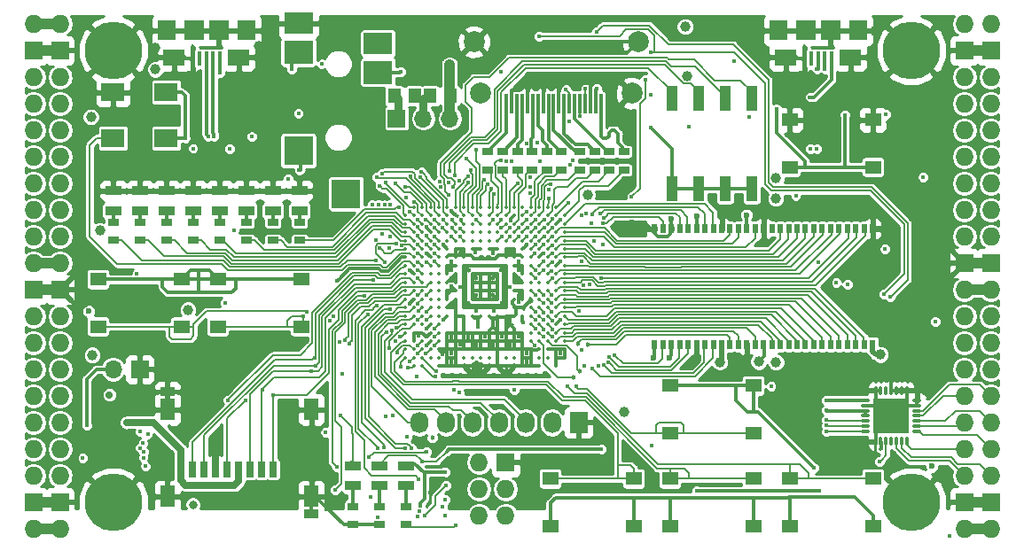
<source format=gtl>
G04 #@! TF.GenerationSoftware,KiCad,Pcbnew,5.0.0-rc2+dfsg1-3*
G04 #@! TF.CreationDate,2018-06-08T22:40:50+02:00*
G04 #@! TF.ProjectId,ulx3s,756C7833732E6B696361645F70636200,rev?*
G04 #@! TF.SameCoordinates,Original*
G04 #@! TF.FileFunction,Copper,L1,Top,Signal*
G04 #@! TF.FilePolarity,Positive*
%FSLAX46Y46*%
G04 Gerber Fmt 4.6, Leading zero omitted, Abs format (unit mm)*
G04 Created by KiCad (PCBNEW 5.0.0-rc2+dfsg1-3) date Fri Jun  8 22:40:50 2018*
%MOMM*%
%LPD*%
G01*
G04 APERTURE LIST*
G04 #@! TA.AperFunction,SMDPad,CuDef*
%ADD10R,0.560000X0.900000*%
G04 #@! TD*
G04 #@! TA.AperFunction,ComponentPad*
%ADD11O,1.727200X1.727200*%
G04 #@! TD*
G04 #@! TA.AperFunction,ComponentPad*
%ADD12R,1.727200X1.727200*%
G04 #@! TD*
G04 #@! TA.AperFunction,ComponentPad*
%ADD13C,5.500000*%
G04 #@! TD*
G04 #@! TA.AperFunction,SMDPad,CuDef*
%ADD14O,0.850000X0.300000*%
G04 #@! TD*
G04 #@! TA.AperFunction,SMDPad,CuDef*
%ADD15O,0.300000X0.850000*%
G04 #@! TD*
G04 #@! TA.AperFunction,SMDPad,CuDef*
%ADD16R,1.675000X1.675000*%
G04 #@! TD*
G04 #@! TA.AperFunction,ComponentPad*
%ADD17R,1.727200X2.032000*%
G04 #@! TD*
G04 #@! TA.AperFunction,ComponentPad*
%ADD18O,1.727200X2.032000*%
G04 #@! TD*
G04 #@! TA.AperFunction,SMDPad,CuDef*
%ADD19R,1.550000X1.300000*%
G04 #@! TD*
G04 #@! TA.AperFunction,SMDPad,CuDef*
%ADD20R,1.120000X2.440000*%
G04 #@! TD*
G04 #@! TA.AperFunction,BGAPad,CuDef*
%ADD21C,0.350000*%
G04 #@! TD*
G04 #@! TA.AperFunction,SMDPad,CuDef*
%ADD22R,2.800000X2.000000*%
G04 #@! TD*
G04 #@! TA.AperFunction,SMDPad,CuDef*
%ADD23R,2.800000X2.200000*%
G04 #@! TD*
G04 #@! TA.AperFunction,SMDPad,CuDef*
%ADD24R,2.800000X2.800000*%
G04 #@! TD*
G04 #@! TA.AperFunction,SMDPad,CuDef*
%ADD25R,0.700000X1.500000*%
G04 #@! TD*
G04 #@! TA.AperFunction,SMDPad,CuDef*
%ADD26R,1.450000X0.900000*%
G04 #@! TD*
G04 #@! TA.AperFunction,SMDPad,CuDef*
%ADD27R,1.450000X2.000000*%
G04 #@! TD*
G04 #@! TA.AperFunction,SMDPad,CuDef*
%ADD28R,2.200000X1.800000*%
G04 #@! TD*
G04 #@! TA.AperFunction,SMDPad,CuDef*
%ADD29R,1.000000X0.670000*%
G04 #@! TD*
G04 #@! TA.AperFunction,SMDPad,CuDef*
%ADD30R,1.500000X0.970000*%
G04 #@! TD*
G04 #@! TA.AperFunction,SMDPad,CuDef*
%ADD31R,0.300000X1.900000*%
G04 #@! TD*
G04 #@! TA.AperFunction,ComponentPad*
%ADD32C,2.000000*%
G04 #@! TD*
G04 #@! TA.AperFunction,ComponentPad*
%ADD33R,1.700000X1.700000*%
G04 #@! TD*
G04 #@! TA.AperFunction,ComponentPad*
%ADD34O,1.700000X1.700000*%
G04 #@! TD*
G04 #@! TA.AperFunction,SMDPad,CuDef*
%ADD35R,1.295000X1.400000*%
G04 #@! TD*
G04 #@! TA.AperFunction,SMDPad,CuDef*
%ADD36R,1.800000X1.900000*%
G04 #@! TD*
G04 #@! TA.AperFunction,SMDPad,CuDef*
%ADD37R,0.400000X1.350000*%
G04 #@! TD*
G04 #@! TA.AperFunction,SMDPad,CuDef*
%ADD38R,1.900000X1.900000*%
G04 #@! TD*
G04 #@! TA.AperFunction,SMDPad,CuDef*
%ADD39R,2.100000X1.600000*%
G04 #@! TD*
G04 #@! TA.AperFunction,ViaPad*
%ADD40C,0.400000*%
G04 #@! TD*
G04 #@! TA.AperFunction,ViaPad*
%ADD41C,0.700000*%
G04 #@! TD*
G04 #@! TA.AperFunction,ViaPad*
%ADD42C,0.454000*%
G04 #@! TD*
G04 #@! TA.AperFunction,ViaPad*
%ADD43C,0.600000*%
G04 #@! TD*
G04 #@! TA.AperFunction,ViaPad*
%ADD44C,1.000000*%
G04 #@! TD*
G04 #@! TA.AperFunction,ViaPad*
%ADD45C,0.800000*%
G04 #@! TD*
G04 #@! TA.AperFunction,Conductor*
%ADD46C,0.700000*%
G04 #@! TD*
G04 #@! TA.AperFunction,Conductor*
%ADD47C,0.300000*%
G04 #@! TD*
G04 #@! TA.AperFunction,Conductor*
%ADD48C,0.500000*%
G04 #@! TD*
G04 #@! TA.AperFunction,Conductor*
%ADD49C,1.000000*%
G04 #@! TD*
G04 #@! TA.AperFunction,Conductor*
%ADD50C,0.190000*%
G04 #@! TD*
G04 #@! TA.AperFunction,Conductor*
%ADD51C,0.800000*%
G04 #@! TD*
G04 #@! TA.AperFunction,Conductor*
%ADD52C,0.200000*%
G04 #@! TD*
G04 #@! TA.AperFunction,Conductor*
%ADD53C,0.127000*%
G04 #@! TD*
G04 #@! TA.AperFunction,Conductor*
%ADD54C,0.180000*%
G04 #@! TD*
G04 #@! TA.AperFunction,Conductor*
%ADD55C,0.254000*%
G04 #@! TD*
G04 APERTURE END LIST*
D10*
G04 #@! TO.P,U2,28*
G04 #@! TO.N,GND*
X175493000Y-82270000D03*
G04 #@! TO.P,U2,1*
G04 #@! TO.N,+3V3*
X154693000Y-93330000D03*
G04 #@! TO.P,U2,2*
G04 #@! TO.N,SDRAM_D0*
X155493000Y-93330000D03*
G04 #@! TO.P,U2,3*
G04 #@! TO.N,+3V3*
X156293000Y-93330000D03*
G04 #@! TO.P,U2,4*
G04 #@! TO.N,SDRAM_D1*
X157093000Y-93330000D03*
G04 #@! TO.P,U2,5*
G04 #@! TO.N,SDRAM_D2*
X157893000Y-93330000D03*
G04 #@! TO.P,U2,6*
G04 #@! TO.N,GND*
X158693000Y-93330000D03*
G04 #@! TO.P,U2,7*
G04 #@! TO.N,SDRAM_D3*
X159493000Y-93330000D03*
G04 #@! TO.P,U2,8*
G04 #@! TO.N,SDRAM_D4*
X160293000Y-93330000D03*
G04 #@! TO.P,U2,9*
G04 #@! TO.N,+3V3*
X161093000Y-93330000D03*
G04 #@! TO.P,U2,10*
G04 #@! TO.N,SDRAM_D5*
X161893000Y-93330000D03*
G04 #@! TO.P,U2,11*
G04 #@! TO.N,SDRAM_D6*
X162693000Y-93330000D03*
G04 #@! TO.P,U2,12*
G04 #@! TO.N,GND*
X163493000Y-93330000D03*
G04 #@! TO.P,U2,13*
G04 #@! TO.N,SDRAM_D7*
X164293000Y-93330000D03*
G04 #@! TO.P,U2,14*
G04 #@! TO.N,+3V3*
X165093000Y-93330000D03*
G04 #@! TO.P,U2,15*
G04 #@! TO.N,SDRAM_DQM0*
X165893000Y-93330000D03*
G04 #@! TO.P,U2,16*
G04 #@! TO.N,SDRAM_nWE*
X166693000Y-93330000D03*
G04 #@! TO.P,U2,17*
G04 #@! TO.N,SDRAM_nCAS*
X167493000Y-93330000D03*
G04 #@! TO.P,U2,18*
G04 #@! TO.N,SDRAM_nRAS*
X168293000Y-93330000D03*
G04 #@! TO.P,U2,19*
G04 #@! TO.N,SDRAM_nCS*
X169093000Y-93330000D03*
G04 #@! TO.P,U2,20*
G04 #@! TO.N,SDRAM_BA0*
X169893000Y-93330000D03*
G04 #@! TO.P,U2,21*
G04 #@! TO.N,SDRAM_BA1*
X170693000Y-93330000D03*
G04 #@! TO.P,U2,22*
G04 #@! TO.N,SDRAM_A10*
X171493000Y-93330000D03*
G04 #@! TO.P,U2,23*
G04 #@! TO.N,SDRAM_A0*
X172293000Y-93330000D03*
G04 #@! TO.P,U2,24*
G04 #@! TO.N,SDRAM_A1*
X173093000Y-93330000D03*
G04 #@! TO.P,U2,25*
G04 #@! TO.N,SDRAM_A2*
X173893000Y-93330000D03*
G04 #@! TO.P,U2,26*
G04 #@! TO.N,SDRAM_A3*
X174693000Y-93330000D03*
G04 #@! TO.P,U2,27*
G04 #@! TO.N,+3V3*
X175493000Y-93330000D03*
G04 #@! TO.P,U2,29*
G04 #@! TO.N,SDRAM_A4*
X174693000Y-82270000D03*
G04 #@! TO.P,U2,30*
G04 #@! TO.N,SDRAM_A5*
X173893000Y-82270000D03*
G04 #@! TO.P,U2,31*
G04 #@! TO.N,SDRAM_A6*
X173093000Y-82270000D03*
G04 #@! TO.P,U2,32*
G04 #@! TO.N,SDRAM_A7*
X172293000Y-82270000D03*
G04 #@! TO.P,U2,33*
G04 #@! TO.N,SDRAM_A8*
X171493000Y-82270000D03*
G04 #@! TO.P,U2,34*
G04 #@! TO.N,SDRAM_A9*
X170693000Y-82270000D03*
G04 #@! TO.P,U2,35*
G04 #@! TO.N,SDRAM_A11*
X169893000Y-82270000D03*
G04 #@! TO.P,U2,36*
G04 #@! TO.N,SDRAM_A12*
X169093000Y-82270000D03*
G04 #@! TO.P,U2,37*
G04 #@! TO.N,SDRAM_CKE*
X168293000Y-82270000D03*
G04 #@! TO.P,U2,38*
G04 #@! TO.N,SDRAM_CLK*
X167493000Y-82270000D03*
G04 #@! TO.P,U2,39*
G04 #@! TO.N,SDRAM_DQM1*
X166693000Y-82270000D03*
G04 #@! TO.P,U2,40*
G04 #@! TO.N,N/C*
X165893000Y-82270000D03*
G04 #@! TO.P,U2,41*
G04 #@! TO.N,GND*
X165093000Y-82270000D03*
G04 #@! TO.P,U2,42*
G04 #@! TO.N,SDRAM_D8*
X164293000Y-82270000D03*
G04 #@! TO.P,U2,43*
G04 #@! TO.N,+3V3*
X163493000Y-82270000D03*
G04 #@! TO.P,U2,44*
G04 #@! TO.N,SDRAM_D9*
X162693000Y-82270000D03*
G04 #@! TO.P,U2,45*
G04 #@! TO.N,SDRAM_D10*
X161893000Y-82270000D03*
G04 #@! TO.P,U2,46*
G04 #@! TO.N,GND*
X161093000Y-82270000D03*
G04 #@! TO.P,U2,47*
G04 #@! TO.N,SDRAM_D11*
X160293000Y-82270000D03*
G04 #@! TO.P,U2,48*
G04 #@! TO.N,SDRAM_D12*
X159493000Y-82270000D03*
G04 #@! TO.P,U2,49*
G04 #@! TO.N,+3V3*
X158693000Y-82270000D03*
G04 #@! TO.P,U2,50*
G04 #@! TO.N,SDRAM_D13*
X157893000Y-82270000D03*
G04 #@! TO.P,U2,51*
G04 #@! TO.N,SDRAM_D14*
X157093000Y-82270000D03*
G04 #@! TO.P,U2,52*
G04 #@! TO.N,GND*
X156293000Y-82270000D03*
G04 #@! TO.P,U2,53*
G04 #@! TO.N,SDRAM_D15*
X155493000Y-82270000D03*
G04 #@! TO.P,U2,54*
G04 #@! TO.N,GND*
X154693000Y-82270000D03*
G04 #@! TD*
D11*
G04 #@! TO.P,J1,1*
G04 #@! TO.N,2V5_3V3*
X97910000Y-62690000D03*
G04 #@! TO.P,J1,2*
X95370000Y-62690000D03*
D12*
G04 #@! TO.P,J1,3*
G04 #@! TO.N,GND*
X97910000Y-65230000D03*
G04 #@! TO.P,J1,4*
X95370000Y-65230000D03*
D11*
G04 #@! TO.P,J1,5*
G04 #@! TO.N,GN0*
X97910000Y-67770000D03*
G04 #@! TO.P,J1,6*
G04 #@! TO.N,GP0*
X95370000Y-67770000D03*
G04 #@! TO.P,J1,7*
G04 #@! TO.N,GN1*
X97910000Y-70310000D03*
G04 #@! TO.P,J1,8*
G04 #@! TO.N,GP1*
X95370000Y-70310000D03*
G04 #@! TO.P,J1,9*
G04 #@! TO.N,GN2*
X97910000Y-72850000D03*
G04 #@! TO.P,J1,10*
G04 #@! TO.N,GP2*
X95370000Y-72850000D03*
G04 #@! TO.P,J1,11*
G04 #@! TO.N,GN3*
X97910000Y-75390000D03*
G04 #@! TO.P,J1,12*
G04 #@! TO.N,GP3*
X95370000Y-75390000D03*
G04 #@! TO.P,J1,13*
G04 #@! TO.N,GN4*
X97910000Y-77930000D03*
G04 #@! TO.P,J1,14*
G04 #@! TO.N,GP4*
X95370000Y-77930000D03*
G04 #@! TO.P,J1,15*
G04 #@! TO.N,GN5*
X97910000Y-80470000D03*
G04 #@! TO.P,J1,16*
G04 #@! TO.N,GP5*
X95370000Y-80470000D03*
G04 #@! TO.P,J1,17*
G04 #@! TO.N,GN6*
X97910000Y-83010000D03*
G04 #@! TO.P,J1,18*
G04 #@! TO.N,GP6*
X95370000Y-83010000D03*
G04 #@! TO.P,J1,19*
G04 #@! TO.N,2V5_3V3*
X97910000Y-85550000D03*
G04 #@! TO.P,J1,20*
X95370000Y-85550000D03*
D12*
G04 #@! TO.P,J1,21*
G04 #@! TO.N,GND*
X97910000Y-88090000D03*
G04 #@! TO.P,J1,22*
X95370000Y-88090000D03*
D11*
G04 #@! TO.P,J1,23*
G04 #@! TO.N,GN7*
X97910000Y-90630000D03*
G04 #@! TO.P,J1,24*
G04 #@! TO.N,GP7*
X95370000Y-90630000D03*
G04 #@! TO.P,J1,25*
G04 #@! TO.N,GN8*
X97910000Y-93170000D03*
G04 #@! TO.P,J1,26*
G04 #@! TO.N,GP8*
X95370000Y-93170000D03*
G04 #@! TO.P,J1,27*
G04 #@! TO.N,GN9*
X97910000Y-95710000D03*
G04 #@! TO.P,J1,28*
G04 #@! TO.N,GP9*
X95370000Y-95710000D03*
G04 #@! TO.P,J1,29*
G04 #@! TO.N,GN10*
X97910000Y-98250000D03*
G04 #@! TO.P,J1,30*
G04 #@! TO.N,GP10*
X95370000Y-98250000D03*
G04 #@! TO.P,J1,31*
G04 #@! TO.N,GN11*
X97910000Y-100790000D03*
G04 #@! TO.P,J1,32*
G04 #@! TO.N,GP11*
X95370000Y-100790000D03*
G04 #@! TO.P,J1,33*
G04 #@! TO.N,GN12*
X97910000Y-103330000D03*
G04 #@! TO.P,J1,34*
G04 #@! TO.N,GP12*
X95370000Y-103330000D03*
G04 #@! TO.P,J1,35*
G04 #@! TO.N,GN13*
X97910000Y-105870000D03*
G04 #@! TO.P,J1,36*
G04 #@! TO.N,GP13*
X95370000Y-105870000D03*
D12*
G04 #@! TO.P,J1,37*
G04 #@! TO.N,GND*
X97910000Y-108410000D03*
G04 #@! TO.P,J1,38*
X95370000Y-108410000D03*
D11*
G04 #@! TO.P,J1,39*
G04 #@! TO.N,2V5_3V3*
X97910000Y-110950000D03*
G04 #@! TO.P,J1,40*
X95370000Y-110950000D03*
G04 #@! TD*
G04 #@! TO.P,J2,1*
G04 #@! TO.N,+3V3*
X184270000Y-110950000D03*
G04 #@! TO.P,J2,2*
X186810000Y-110950000D03*
D12*
G04 #@! TO.P,J2,3*
G04 #@! TO.N,GND*
X184270000Y-108410000D03*
G04 #@! TO.P,J2,4*
X186810000Y-108410000D03*
D11*
G04 #@! TO.P,J2,5*
G04 #@! TO.N,GN14*
X184270000Y-105870000D03*
G04 #@! TO.P,J2,6*
G04 #@! TO.N,GP14*
X186810000Y-105870000D03*
G04 #@! TO.P,J2,7*
G04 #@! TO.N,GN15*
X184270000Y-103330000D03*
G04 #@! TO.P,J2,8*
G04 #@! TO.N,GP15*
X186810000Y-103330000D03*
G04 #@! TO.P,J2,9*
G04 #@! TO.N,GN16*
X184270000Y-100790000D03*
G04 #@! TO.P,J2,10*
G04 #@! TO.N,GP16*
X186810000Y-100790000D03*
G04 #@! TO.P,J2,11*
G04 #@! TO.N,GN17*
X184270000Y-98250000D03*
G04 #@! TO.P,J2,12*
G04 #@! TO.N,GP17*
X186810000Y-98250000D03*
G04 #@! TO.P,J2,13*
G04 #@! TO.N,GN18*
X184270000Y-95710000D03*
G04 #@! TO.P,J2,14*
G04 #@! TO.N,GP18*
X186810000Y-95710000D03*
G04 #@! TO.P,J2,15*
G04 #@! TO.N,GN19*
X184270000Y-93170000D03*
G04 #@! TO.P,J2,16*
G04 #@! TO.N,GP19*
X186810000Y-93170000D03*
G04 #@! TO.P,J2,17*
G04 #@! TO.N,GN20*
X184270000Y-90630000D03*
G04 #@! TO.P,J2,18*
G04 #@! TO.N,GP20*
X186810000Y-90630000D03*
G04 #@! TO.P,J2,19*
G04 #@! TO.N,+3V3*
X184270000Y-88090000D03*
G04 #@! TO.P,J2,20*
X186810000Y-88090000D03*
D12*
G04 #@! TO.P,J2,21*
G04 #@! TO.N,GND*
X184270000Y-85550000D03*
G04 #@! TO.P,J2,22*
X186810000Y-85550000D03*
D11*
G04 #@! TO.P,J2,23*
G04 #@! TO.N,GN21*
X184270000Y-83010000D03*
G04 #@! TO.P,J2,24*
G04 #@! TO.N,GP21*
X186810000Y-83010000D03*
G04 #@! TO.P,J2,25*
G04 #@! TO.N,GN22*
X184270000Y-80470000D03*
G04 #@! TO.P,J2,26*
G04 #@! TO.N,GP22*
X186810000Y-80470000D03*
G04 #@! TO.P,J2,27*
G04 #@! TO.N,GN23*
X184270000Y-77930000D03*
G04 #@! TO.P,J2,28*
G04 #@! TO.N,GP23*
X186810000Y-77930000D03*
G04 #@! TO.P,J2,29*
G04 #@! TO.N,GN24*
X184270000Y-75390000D03*
G04 #@! TO.P,J2,30*
G04 #@! TO.N,GP24*
X186810000Y-75390000D03*
G04 #@! TO.P,J2,31*
G04 #@! TO.N,GN25*
X184270000Y-72850000D03*
G04 #@! TO.P,J2,32*
G04 #@! TO.N,GP25*
X186810000Y-72850000D03*
G04 #@! TO.P,J2,33*
G04 #@! TO.N,GN26*
X184270000Y-70310000D03*
G04 #@! TO.P,J2,34*
G04 #@! TO.N,GP26*
X186810000Y-70310000D03*
G04 #@! TO.P,J2,35*
G04 #@! TO.N,GN27*
X184270000Y-67770000D03*
G04 #@! TO.P,J2,36*
G04 #@! TO.N,GP27*
X186810000Y-67770000D03*
D12*
G04 #@! TO.P,J2,37*
G04 #@! TO.N,GND*
X184270000Y-65230000D03*
G04 #@! TO.P,J2,38*
X186810000Y-65230000D03*
D11*
G04 #@! TO.P,J2,39*
G04 #@! TO.N,/gpio/IN5V*
X184270000Y-62690000D03*
G04 #@! TO.P,J2,40*
G04 #@! TO.N,/gpio/OUT5V*
X186810000Y-62690000D03*
G04 #@! TD*
D13*
G04 #@! TO.P,H1,1*
G04 #@! TO.N,GND*
X102990000Y-108410000D03*
G04 #@! TD*
G04 #@! TO.P,H2,1*
G04 #@! TO.N,GND*
X179190000Y-108410000D03*
G04 #@! TD*
G04 #@! TO.P,H3,1*
G04 #@! TO.N,GND*
X179190000Y-65230000D03*
G04 #@! TD*
G04 #@! TO.P,H4,1*
G04 #@! TO.N,GND*
X102990000Y-65230000D03*
G04 #@! TD*
D12*
G04 #@! TO.P,J4,1*
G04 #@! TO.N,GND*
X140455000Y-104600000D03*
D11*
G04 #@! TO.P,J4,2*
G04 #@! TO.N,+3V3*
X137915000Y-104600000D03*
G04 #@! TO.P,J4,3*
G04 #@! TO.N,JTAG_TDI*
X140455000Y-107140000D03*
G04 #@! TO.P,J4,4*
G04 #@! TO.N,JTAG_TCK*
X137915000Y-107140000D03*
G04 #@! TO.P,J4,5*
G04 #@! TO.N,JTAG_TMS*
X140455000Y-109680000D03*
G04 #@! TO.P,J4,6*
G04 #@! TO.N,JTAG_TDO*
X137915000Y-109680000D03*
G04 #@! TD*
D14*
G04 #@! TO.P,U8,1*
G04 #@! TO.N,GP15*
X179735000Y-101655000D03*
G04 #@! TO.P,U8,2*
G04 #@! TO.N,GN16*
X179735000Y-101155000D03*
G04 #@! TO.P,U8,3*
G04 #@! TO.N,GP16*
X179735000Y-100655000D03*
G04 #@! TO.P,U8,4*
G04 #@! TO.N,GN17*
X179735000Y-100155000D03*
G04 #@! TO.P,U8,5*
G04 #@! TO.N,GP17*
X179735000Y-99655000D03*
G04 #@! TO.P,U8,6*
G04 #@! TO.N,GND*
X179735000Y-99155000D03*
G04 #@! TO.P,U8,7*
X179735000Y-98655000D03*
D15*
G04 #@! TO.P,U8,8*
X178785000Y-97705000D03*
G04 #@! TO.P,U8,9*
X178285000Y-97705000D03*
G04 #@! TO.P,U8,10*
X177785000Y-97705000D03*
G04 #@! TO.P,U8,11*
X177285000Y-97705000D03*
G04 #@! TO.P,U8,12*
G04 #@! TO.N,Net-(U8-Pad12)*
X176785000Y-97705000D03*
G04 #@! TO.P,U8,13*
G04 #@! TO.N,GND*
X176285000Y-97705000D03*
G04 #@! TO.P,U8,14*
X175785000Y-97705000D03*
D14*
G04 #@! TO.P,U8,15*
G04 #@! TO.N,+3V3*
X174835000Y-98655000D03*
G04 #@! TO.P,U8,16*
G04 #@! TO.N,GND*
X174835000Y-99155000D03*
G04 #@! TO.P,U8,17*
G04 #@! TO.N,+3V3*
X174835000Y-99655000D03*
G04 #@! TO.P,U8,18*
X174835000Y-100155000D03*
G04 #@! TO.P,U8,19*
G04 #@! TO.N,ADC_SCLK*
X174835000Y-100655000D03*
G04 #@! TO.P,U8,20*
G04 #@! TO.N,ADC_CSn*
X174835000Y-101155000D03*
G04 #@! TO.P,U8,21*
G04 #@! TO.N,ADC_MOSI*
X174835000Y-101655000D03*
D15*
G04 #@! TO.P,U8,22*
G04 #@! TO.N,GND*
X175785000Y-102605000D03*
G04 #@! TO.P,U8,23*
G04 #@! TO.N,+3V3*
X176285000Y-102605000D03*
G04 #@! TO.P,U8,24*
G04 #@! TO.N,ADC_MISO*
X176785000Y-102605000D03*
G04 #@! TO.P,U8,25*
G04 #@! TO.N,Net-(U8-Pad25)*
X177285000Y-102605000D03*
G04 #@! TO.P,U8,26*
G04 #@! TO.N,GN14*
X177785000Y-102605000D03*
G04 #@! TO.P,U8,27*
G04 #@! TO.N,GP14*
X178285000Y-102605000D03*
G04 #@! TO.P,U8,28*
G04 #@! TO.N,GN15*
X178785000Y-102605000D03*
D16*
G04 #@! TO.P,U8,29*
G04 #@! TO.N,GND*
X176447500Y-99317500D03*
X176447500Y-100992500D03*
X178122500Y-99317500D03*
X178122500Y-100992500D03*
G04 #@! TD*
D17*
G04 #@! TO.P,OLED1,1*
G04 #@! TO.N,GND*
X147440000Y-100790000D03*
D18*
G04 #@! TO.P,OLED1,2*
G04 #@! TO.N,+3V3*
X144900000Y-100790000D03*
G04 #@! TO.P,OLED1,3*
G04 #@! TO.N,OLED_CLK*
X142360000Y-100790000D03*
G04 #@! TO.P,OLED1,4*
G04 #@! TO.N,OLED_MOSI*
X139820000Y-100790000D03*
G04 #@! TO.P,OLED1,5*
G04 #@! TO.N,OLED_RES*
X137280000Y-100790000D03*
G04 #@! TO.P,OLED1,6*
G04 #@! TO.N,OLED_DC*
X134740000Y-100790000D03*
G04 #@! TO.P,OLED1,7*
G04 #@! TO.N,OLED_CS*
X132200000Y-100790000D03*
G04 #@! TD*
D19*
G04 #@! TO.P,BTN0,2*
G04 #@! TO.N,GND*
X175550000Y-71870000D03*
G04 #@! TO.P,BTN0,1*
G04 #@! TO.N,/power/PWRBTn*
X175550000Y-76370000D03*
X167590000Y-76370000D03*
G04 #@! TO.P,BTN0,2*
G04 #@! TO.N,GND*
X167590000Y-71870000D03*
G04 #@! TD*
G04 #@! TO.P,BTN1,2*
G04 #@! TO.N,BTN_F1*
X101550000Y-91610000D03*
G04 #@! TO.P,BTN1,1*
G04 #@! TO.N,/blinkey/BTNPUL*
X101550000Y-87110000D03*
X109510000Y-87110000D03*
G04 #@! TO.P,BTN1,2*
G04 #@! TO.N,BTN_F1*
X109510000Y-91610000D03*
G04 #@! TD*
G04 #@! TO.P,BTN2,2*
G04 #@! TO.N,BTN_F2*
X112980000Y-91610000D03*
G04 #@! TO.P,BTN2,1*
G04 #@! TO.N,/blinkey/BTNPUL*
X112980000Y-87110000D03*
X120940000Y-87110000D03*
G04 #@! TO.P,BTN2,2*
G04 #@! TO.N,BTN_F2*
X120940000Y-91610000D03*
G04 #@! TD*
G04 #@! TO.P,BTN3,2*
G04 #@! TO.N,BTN_U*
X156160000Y-101770000D03*
G04 #@! TO.P,BTN3,1*
G04 #@! TO.N,/blinkey/BTNPUR*
X156160000Y-97270000D03*
X164120000Y-97270000D03*
G04 #@! TO.P,BTN3,2*
G04 #@! TO.N,BTN_U*
X164120000Y-101770000D03*
G04 #@! TD*
G04 #@! TO.P,BTN4,2*
G04 #@! TO.N,BTN_D*
X164120000Y-106160000D03*
G04 #@! TO.P,BTN4,1*
G04 #@! TO.N,/blinkey/BTNPUR*
X164120000Y-110660000D03*
X156160000Y-110660000D03*
G04 #@! TO.P,BTN4,2*
G04 #@! TO.N,BTN_D*
X156160000Y-106160000D03*
G04 #@! TD*
G04 #@! TO.P,BTN5,2*
G04 #@! TO.N,BTN_L*
X152690000Y-106160000D03*
G04 #@! TO.P,BTN5,1*
G04 #@! TO.N,/blinkey/BTNPUR*
X152690000Y-110660000D03*
X144730000Y-110660000D03*
G04 #@! TO.P,BTN5,2*
G04 #@! TO.N,BTN_L*
X144730000Y-106160000D03*
G04 #@! TD*
G04 #@! TO.P,BTN6,2*
G04 #@! TO.N,BTN_R*
X175550000Y-106160000D03*
G04 #@! TO.P,BTN6,1*
G04 #@! TO.N,/blinkey/BTNPUR*
X175550000Y-110660000D03*
X167590000Y-110660000D03*
G04 #@! TO.P,BTN6,2*
G04 #@! TO.N,BTN_R*
X167590000Y-106160000D03*
G04 #@! TD*
D20*
G04 #@! TO.P,SW1,1*
G04 #@! TO.N,/blinkey/SWPU*
X156330000Y-78425000D03*
G04 #@! TO.P,SW1,5*
G04 #@! TO.N,SW4*
X163950000Y-69815000D03*
G04 #@! TO.P,SW1,2*
G04 #@! TO.N,/blinkey/SWPU*
X158870000Y-78425000D03*
G04 #@! TO.P,SW1,6*
G04 #@! TO.N,SW3*
X161410000Y-69815000D03*
G04 #@! TO.P,SW1,3*
G04 #@! TO.N,/blinkey/SWPU*
X161410000Y-78425000D03*
G04 #@! TO.P,SW1,7*
G04 #@! TO.N,SW2*
X158870000Y-69815000D03*
G04 #@! TO.P,SW1,4*
G04 #@! TO.N,/blinkey/SWPU*
X163950000Y-78425000D03*
G04 #@! TO.P,SW1,8*
G04 #@! TO.N,SW1*
X156330000Y-69815000D03*
G04 #@! TD*
D21*
G04 #@! TO.P,U1,A2*
G04 #@! TO.N,GP9*
X131680000Y-80200000D03*
G04 #@! TO.P,U1,A3*
G04 #@! TO.N,AUDIO_R0*
X132480000Y-80200000D03*
G04 #@! TO.P,U1,A4*
G04 #@! TO.N,GP8*
X133280000Y-80200000D03*
G04 #@! TO.P,U1,A5*
G04 #@! TO.N,GN8*
X134080000Y-80200000D03*
G04 #@! TO.P,U1,A6*
G04 #@! TO.N,GP7*
X134880000Y-80200000D03*
G04 #@! TO.P,U1,A7*
G04 #@! TO.N,GP4*
X135680000Y-80200000D03*
G04 #@! TO.P,U1,A8*
G04 #@! TO.N,GN4*
X136480000Y-80200000D03*
G04 #@! TO.P,U1,A9*
G04 #@! TO.N,GP2*
X137280000Y-80200000D03*
G04 #@! TO.P,U1,A10*
G04 #@! TO.N,GP1*
X138080000Y-80200000D03*
G04 #@! TO.P,U1,A11*
G04 #@! TO.N,GN1*
X138880000Y-80200000D03*
G04 #@! TO.P,U1,A12*
G04 #@! TO.N,FPDI_D2+*
X139680000Y-80200000D03*
G04 #@! TO.P,U1,A13*
G04 #@! TO.N,FPDI_D2-*
X140480000Y-80200000D03*
G04 #@! TO.P,U1,A14*
G04 #@! TO.N,FPDI_D1+*
X141280000Y-80200000D03*
G04 #@! TO.P,U1,A15*
G04 #@! TO.N,Net-(U1-PadA15)*
X142080000Y-80200000D03*
G04 #@! TO.P,U1,A16*
G04 #@! TO.N,FPDI_D0+*
X142880000Y-80200000D03*
G04 #@! TO.P,U1,A17*
G04 #@! TO.N,FPDI_CLK+*
X143680000Y-80200000D03*
G04 #@! TO.P,U1,A18*
G04 #@! TO.N,/gpdi/FPDI_CEC*
X144480000Y-80200000D03*
G04 #@! TO.P,U1,A19*
G04 #@! TO.N,FPDI_ETH+*
X145280000Y-80200000D03*
G04 #@! TO.P,U1,B1*
G04 #@! TO.N,GN9*
X130880000Y-81000000D03*
G04 #@! TO.P,U1,B2*
G04 #@! TO.N,LED0*
X131680000Y-81000000D03*
G04 #@! TO.P,U1,B3*
G04 #@! TO.N,AUDIO_L3*
X132480000Y-81000000D03*
G04 #@! TO.P,U1,B4*
G04 #@! TO.N,GN10*
X133280000Y-81000000D03*
G04 #@! TO.P,U1,B5*
G04 #@! TO.N,AUDIO_R1*
X134080000Y-81000000D03*
G04 #@! TO.P,U1,B6*
G04 #@! TO.N,GN7*
X134880000Y-81000000D03*
G04 #@! TO.P,U1,B7*
G04 #@! TO.N,GND*
X135680000Y-81000000D03*
G04 #@! TO.P,U1,B8*
G04 #@! TO.N,GN5*
X136480000Y-81000000D03*
G04 #@! TO.P,U1,B9*
G04 #@! TO.N,GP3*
X137280000Y-81000000D03*
G04 #@! TO.P,U1,B10*
G04 #@! TO.N,GN2*
X138080000Y-81000000D03*
G04 #@! TO.P,U1,B11*
G04 #@! TO.N,GP0*
X138880000Y-81000000D03*
G04 #@! TO.P,U1,B12*
G04 #@! TO.N,USB_FPGA_PULL_D+*
X139680000Y-81000000D03*
G04 #@! TO.P,U1,B13*
G04 #@! TO.N,GP26*
X140480000Y-81000000D03*
G04 #@! TO.P,U1,B14*
G04 #@! TO.N,GND*
X141280000Y-81000000D03*
G04 #@! TO.P,U1,B15*
G04 #@! TO.N,GP22*
X142080000Y-81000000D03*
G04 #@! TO.P,U1,B16*
G04 #@! TO.N,FPDI_D0-*
X142880000Y-81000000D03*
G04 #@! TO.P,U1,B17*
G04 #@! TO.N,GP23*
X143680000Y-81000000D03*
G04 #@! TO.P,U1,B18*
G04 #@! TO.N,FPDI_CLK-*
X144480000Y-81000000D03*
G04 #@! TO.P,U1,B19*
G04 #@! TO.N,FPDI_SDA*
X145280000Y-81000000D03*
G04 #@! TO.P,U1,B20*
G04 #@! TO.N,FPDI_ETH-*
X146080000Y-81000000D03*
G04 #@! TO.P,U1,C1*
G04 #@! TO.N,LED2*
X130880000Y-81800000D03*
G04 #@! TO.P,U1,C2*
G04 #@! TO.N,LED1*
X131680000Y-81800000D03*
G04 #@! TO.P,U1,C3*
G04 #@! TO.N,AUDIO_L2*
X132480000Y-81800000D03*
G04 #@! TO.P,U1,C4*
G04 #@! TO.N,GP10*
X133280000Y-81800000D03*
G04 #@! TO.P,U1,C5*
G04 #@! TO.N,AUDIO_R3*
X134080000Y-81800000D03*
G04 #@! TO.P,U1,C6*
G04 #@! TO.N,GP6*
X134880000Y-81800000D03*
G04 #@! TO.P,U1,C7*
G04 #@! TO.N,GN6*
X135680000Y-81800000D03*
G04 #@! TO.P,U1,C8*
G04 #@! TO.N,GP5*
X136480000Y-81800000D03*
G04 #@! TO.P,U1,C9*
G04 #@! TO.N,Net-(U1-PadC9)*
X137280000Y-81800000D03*
G04 #@! TO.P,U1,C10*
G04 #@! TO.N,GN3*
X138080000Y-81800000D03*
G04 #@! TO.P,U1,C11*
G04 #@! TO.N,GN0*
X138880000Y-81800000D03*
G04 #@! TO.P,U1,C12*
G04 #@! TO.N,USB_FPGA_PULL_D-*
X139680000Y-81800000D03*
G04 #@! TO.P,U1,C13*
G04 #@! TO.N,GN26*
X140480000Y-81800000D03*
G04 #@! TO.P,U1,C14*
G04 #@! TO.N,FPDI_D1-*
X141280000Y-81800000D03*
G04 #@! TO.P,U1,C15*
G04 #@! TO.N,GN22*
X142080000Y-81800000D03*
G04 #@! TO.P,U1,C16*
G04 #@! TO.N,GP24*
X142880000Y-81800000D03*
G04 #@! TO.P,U1,C17*
G04 #@! TO.N,GN23*
X143680000Y-81800000D03*
G04 #@! TO.P,U1,C18*
G04 #@! TO.N,GP21*
X144480000Y-81800000D03*
G04 #@! TO.P,U1,C19*
G04 #@! TO.N,GND*
X145280000Y-81800000D03*
G04 #@! TO.P,U1,C20*
G04 #@! TO.N,SDRAM_D11*
X146080000Y-81800000D03*
G04 #@! TO.P,U1,D1*
G04 #@! TO.N,LED4*
X130880000Y-82600000D03*
G04 #@! TO.P,U1,D2*
G04 #@! TO.N,LED3*
X131680000Y-82600000D03*
G04 #@! TO.P,U1,D3*
G04 #@! TO.N,AUDIO_L1*
X132480000Y-82600000D03*
G04 #@! TO.P,U1,D4*
G04 #@! TO.N,GND*
X133280000Y-82600000D03*
G04 #@! TO.P,U1,D5*
G04 #@! TO.N,AUDIO_R2*
X134080000Y-82600000D03*
G04 #@! TO.P,U1,D6*
G04 #@! TO.N,BTN_PWRn*
X134880000Y-82600000D03*
G04 #@! TO.P,U1,D7*
G04 #@! TO.N,SW3*
X135680000Y-82600000D03*
G04 #@! TO.P,U1,D8*
G04 #@! TO.N,SW2*
X136480000Y-82600000D03*
G04 #@! TO.P,U1,D9*
G04 #@! TO.N,Net-(U1-PadD9)*
X137280000Y-82600000D03*
G04 #@! TO.P,U1,D10*
G04 #@! TO.N,Net-(U1-PadD10)*
X138080000Y-82600000D03*
G04 #@! TO.P,U1,D11*
G04 #@! TO.N,Net-(U1-PadD11)*
X138880000Y-82600000D03*
G04 #@! TO.P,U1,D12*
G04 #@! TO.N,Net-(U1-PadD12)*
X139680000Y-82600000D03*
G04 #@! TO.P,U1,D13*
G04 #@! TO.N,GP27*
X140480000Y-82600000D03*
G04 #@! TO.P,U1,D14*
G04 #@! TO.N,GP25*
X141280000Y-82600000D03*
G04 #@! TO.P,U1,D15*
G04 #@! TO.N,USB_FPGA_D+*
X142080000Y-82600000D03*
G04 #@! TO.P,U1,D16*
G04 #@! TO.N,GN24*
X142880000Y-82600000D03*
G04 #@! TO.P,U1,D17*
G04 #@! TO.N,GN21*
X143680000Y-82600000D03*
G04 #@! TO.P,U1,D18*
G04 #@! TO.N,GP20*
X144480000Y-82600000D03*
G04 #@! TO.P,U1,D19*
G04 #@! TO.N,SDRAM_D10*
X145280000Y-82600000D03*
G04 #@! TO.P,U1,D20*
G04 #@! TO.N,SDRAM_D9*
X146080000Y-82600000D03*
G04 #@! TO.P,U1,E1*
G04 #@! TO.N,LED6*
X130880000Y-83400000D03*
G04 #@! TO.P,U1,E2*
G04 #@! TO.N,LED5*
X131680000Y-83400000D03*
G04 #@! TO.P,U1,E3*
G04 #@! TO.N,GN11*
X132480000Y-83400000D03*
G04 #@! TO.P,U1,E4*
G04 #@! TO.N,AUDIO_L0*
X133280000Y-83400000D03*
G04 #@! TO.P,U1,E5*
G04 #@! TO.N,AUDIO_V3*
X134080000Y-83400000D03*
G04 #@! TO.P,U1,E6*
G04 #@! TO.N,Net-(U1-PadE6)*
X134880000Y-83400000D03*
G04 #@! TO.P,U1,E7*
G04 #@! TO.N,SW4*
X135680000Y-83400000D03*
G04 #@! TO.P,U1,E8*
G04 #@! TO.N,SW1*
X136480000Y-83400000D03*
G04 #@! TO.P,U1,E9*
G04 #@! TO.N,Net-(U1-PadE9)*
X137280000Y-83400000D03*
G04 #@! TO.P,U1,E10*
G04 #@! TO.N,Net-(U1-PadE10)*
X138080000Y-83400000D03*
G04 #@! TO.P,U1,E11*
G04 #@! TO.N,Net-(U1-PadE11)*
X138880000Y-83400000D03*
G04 #@! TO.P,U1,E12*
G04 #@! TO.N,FPDI_SCL*
X139680000Y-83400000D03*
G04 #@! TO.P,U1,E13*
G04 #@! TO.N,GN27*
X140480000Y-83400000D03*
G04 #@! TO.P,U1,E14*
G04 #@! TO.N,GN25*
X141280000Y-83400000D03*
G04 #@! TO.P,U1,E15*
G04 #@! TO.N,USB_FPGA_D-*
X142080000Y-83400000D03*
G04 #@! TO.P,U1,E16*
G04 #@! TO.N,USB_FPGA_D+*
X142880000Y-83400000D03*
G04 #@! TO.P,U1,E17*
G04 #@! TO.N,GN20*
X143680000Y-83400000D03*
G04 #@! TO.P,U1,E18*
G04 #@! TO.N,SDRAM_D12*
X144480000Y-83400000D03*
G04 #@! TO.P,U1,E19*
G04 #@! TO.N,SDRAM_D8*
X145280000Y-83400000D03*
G04 #@! TO.P,U1,E20*
G04 #@! TO.N,SDRAM_DQM1*
X146080000Y-83400000D03*
G04 #@! TO.P,U1,F1*
G04 #@! TO.N,WIFI_EN*
X130880000Y-84200000D03*
G04 #@! TO.P,U1,F2*
G04 #@! TO.N,AUDIO_V1*
X131680000Y-84200000D03*
G04 #@! TO.P,U1,F3*
G04 #@! TO.N,GN12*
X132480000Y-84200000D03*
G04 #@! TO.P,U1,F4*
G04 #@! TO.N,GP11*
X133280000Y-84200000D03*
G04 #@! TO.P,U1,F5*
G04 #@! TO.N,AUDIO_V2*
X134080000Y-84200000D03*
G04 #@! TO.P,U1,F6*
G04 #@! TO.N,+2V5*
X134880000Y-84200000D03*
G04 #@! TO.P,U1,F7*
G04 #@! TO.N,GND*
X135680000Y-84200000D03*
G04 #@! TO.P,U1,F8*
X136480000Y-84200000D03*
G04 #@! TO.P,U1,F9*
G04 #@! TO.N,2V5_3V3*
X137280000Y-84200000D03*
G04 #@! TO.P,U1,F10*
X138080000Y-84200000D03*
G04 #@! TO.P,U1,F11*
G04 #@! TO.N,+3V3*
X138880000Y-84200000D03*
G04 #@! TO.P,U1,F12*
X139680000Y-84200000D03*
G04 #@! TO.P,U1,F13*
G04 #@! TO.N,GND*
X140480000Y-84200000D03*
G04 #@! TO.P,U1,F14*
X141280000Y-84200000D03*
G04 #@! TO.P,U1,F15*
G04 #@! TO.N,+2V5*
X142080000Y-84200000D03*
G04 #@! TO.P,U1,F16*
G04 #@! TO.N,USB_FPGA_D-*
X142880000Y-84200000D03*
G04 #@! TO.P,U1,F17*
G04 #@! TO.N,GP19*
X143680000Y-84200000D03*
G04 #@! TO.P,U1,F18*
G04 #@! TO.N,SDRAM_D13*
X144480000Y-84200000D03*
G04 #@! TO.P,U1,F19*
G04 #@! TO.N,SDRAM_CLK*
X145280000Y-84200000D03*
G04 #@! TO.P,U1,F20*
G04 #@! TO.N,SDRAM_CKE*
X146080000Y-84200000D03*
G04 #@! TO.P,U1,G1*
G04 #@! TO.N,/usb/ANT_433MHz*
X130880000Y-85000000D03*
G04 #@! TO.P,U1,G2*
G04 #@! TO.N,CLK_25MHz*
X131680000Y-85000000D03*
G04 #@! TO.P,U1,G3*
G04 #@! TO.N,GP12*
X132480000Y-85000000D03*
G04 #@! TO.P,U1,G4*
G04 #@! TO.N,GND*
X133280000Y-85000000D03*
G04 #@! TO.P,U1,G5*
G04 #@! TO.N,GN13*
X134080000Y-85000000D03*
G04 #@! TO.P,U1,G6*
G04 #@! TO.N,GND*
X134880000Y-85000000D03*
G04 #@! TO.P,U1,G7*
X135680000Y-85000000D03*
G04 #@! TO.P,U1,G8*
X136480000Y-85000000D03*
G04 #@! TO.P,U1,G9*
X137280000Y-85000000D03*
G04 #@! TO.P,U1,G10*
X138080000Y-85000000D03*
G04 #@! TO.P,U1,G11*
X138880000Y-85000000D03*
G04 #@! TO.P,U1,G12*
X139680000Y-85000000D03*
G04 #@! TO.P,U1,G13*
X140480000Y-85000000D03*
G04 #@! TO.P,U1,G14*
X141280000Y-85000000D03*
G04 #@! TO.P,U1,G15*
X142080000Y-85000000D03*
G04 #@! TO.P,U1,G16*
G04 #@! TO.N,SHUTDOWN*
X142880000Y-85000000D03*
G04 #@! TO.P,U1,G17*
G04 #@! TO.N,GND*
X143680000Y-85000000D03*
G04 #@! TO.P,U1,G18*
G04 #@! TO.N,GN19*
X144480000Y-85000000D03*
G04 #@! TO.P,U1,G19*
G04 #@! TO.N,SDRAM_A12*
X145280000Y-85000000D03*
G04 #@! TO.P,U1,G20*
G04 #@! TO.N,SDRAM_A11*
X146080000Y-85000000D03*
G04 #@! TO.P,U1,H1*
G04 #@! TO.N,SD_D1*
X130880000Y-85800000D03*
G04 #@! TO.P,U1,H2*
G04 #@! TO.N,SD_CLK*
X131680000Y-85800000D03*
G04 #@! TO.P,U1,H3*
G04 #@! TO.N,LED7*
X132480000Y-85800000D03*
G04 #@! TO.P,U1,H4*
G04 #@! TO.N,GP13*
X133280000Y-85800000D03*
G04 #@! TO.P,U1,H5*
G04 #@! TO.N,AUDIO_V0*
X134080000Y-85800000D03*
G04 #@! TO.P,U1,H6*
G04 #@! TO.N,2V5_3V3*
X134880000Y-85800000D03*
G04 #@! TO.P,U1,H7*
X135680000Y-85800000D03*
G04 #@! TO.P,U1,H8*
G04 #@! TO.N,+1V1*
X136480000Y-85800000D03*
G04 #@! TO.P,U1,H9*
X137280000Y-85800000D03*
G04 #@! TO.P,U1,H10*
X138080000Y-85800000D03*
G04 #@! TO.P,U1,H11*
X138880000Y-85800000D03*
G04 #@! TO.P,U1,H12*
X139680000Y-85800000D03*
G04 #@! TO.P,U1,H13*
X140480000Y-85800000D03*
G04 #@! TO.P,U1,H14*
G04 #@! TO.N,+3V3*
X141280000Y-85800000D03*
G04 #@! TO.P,U1,H15*
X142080000Y-85800000D03*
G04 #@! TO.P,U1,H16*
G04 #@! TO.N,BTN_R*
X142880000Y-85800000D03*
G04 #@! TO.P,U1,H17*
G04 #@! TO.N,GN18*
X143680000Y-85800000D03*
G04 #@! TO.P,U1,H18*
G04 #@! TO.N,GP18*
X144480000Y-85800000D03*
G04 #@! TO.P,U1,H19*
G04 #@! TO.N,GND*
X145280000Y-85800000D03*
G04 #@! TO.P,U1,H20*
G04 #@! TO.N,SDRAM_A9*
X146080000Y-85800000D03*
G04 #@! TO.P,U1,J1*
G04 #@! TO.N,SD_CMD*
X130880000Y-86600000D03*
G04 #@! TO.P,U1,J2*
G04 #@! TO.N,GND*
X131680000Y-86600000D03*
G04 #@! TO.P,U1,J3*
G04 #@! TO.N,SD_D0*
X132480000Y-86600000D03*
G04 #@! TO.P,U1,J4*
G04 #@! TO.N,Net-(U1-PadJ4)*
X133280000Y-86600000D03*
G04 #@! TO.P,U1,J5*
G04 #@! TO.N,Net-(U1-PadJ5)*
X134080000Y-86600000D03*
G04 #@! TO.P,U1,J6*
G04 #@! TO.N,2V5_3V3*
X134880000Y-86600000D03*
G04 #@! TO.P,U1,J7*
G04 #@! TO.N,GND*
X135680000Y-86600000D03*
G04 #@! TO.P,U1,J8*
G04 #@! TO.N,+1V1*
X136480000Y-86600000D03*
G04 #@! TO.P,U1,J9*
G04 #@! TO.N,GND*
X137280000Y-86600000D03*
G04 #@! TO.P,U1,J10*
X138080000Y-86600000D03*
G04 #@! TO.P,U1,J11*
X138880000Y-86600000D03*
G04 #@! TO.P,U1,J12*
X139680000Y-86600000D03*
G04 #@! TO.P,U1,J13*
G04 #@! TO.N,+1V1*
X140480000Y-86600000D03*
G04 #@! TO.P,U1,J14*
G04 #@! TO.N,GND*
X141280000Y-86600000D03*
G04 #@! TO.P,U1,J15*
G04 #@! TO.N,+3V3*
X142080000Y-86600000D03*
G04 #@! TO.P,U1,J16*
G04 #@! TO.N,SDRAM_D0*
X142880000Y-86600000D03*
G04 #@! TO.P,U1,J17*
G04 #@! TO.N,SDRAM_D15*
X143680000Y-86600000D03*
G04 #@! TO.P,U1,J18*
G04 #@! TO.N,SDRAM_D14*
X144480000Y-86600000D03*
G04 #@! TO.P,U1,J19*
G04 #@! TO.N,SDRAM_A8*
X145280000Y-86600000D03*
G04 #@! TO.P,U1,J20*
G04 #@! TO.N,SDRAM_A7*
X146080000Y-86600000D03*
G04 #@! TO.P,U1,K1*
G04 #@! TO.N,SD_D2*
X130880000Y-87400000D03*
G04 #@! TO.P,U1,K2*
G04 #@! TO.N,SD_D3*
X131680000Y-87400000D03*
G04 #@! TO.P,U1,K3*
G04 #@! TO.N,WIFI_RXD*
X132480000Y-87400000D03*
G04 #@! TO.P,U1,K4*
G04 #@! TO.N,WIFI_TXD*
X133280000Y-87400000D03*
G04 #@! TO.P,U1,K5*
G04 #@! TO.N,Net-(U1-PadK5)*
X134080000Y-87400000D03*
G04 #@! TO.P,U1,K6*
G04 #@! TO.N,GND*
X134880000Y-87400000D03*
G04 #@! TO.P,U1,K7*
X135680000Y-87400000D03*
G04 #@! TO.P,U1,K8*
G04 #@! TO.N,+1V1*
X136480000Y-87400000D03*
G04 #@! TO.P,U1,K9*
G04 #@! TO.N,GND*
X137280000Y-87400000D03*
G04 #@! TO.P,U1,K10*
X138080000Y-87400000D03*
G04 #@! TO.P,U1,K11*
X138880000Y-87400000D03*
G04 #@! TO.P,U1,K12*
X139680000Y-87400000D03*
G04 #@! TO.P,U1,K13*
G04 #@! TO.N,+1V1*
X140480000Y-87400000D03*
G04 #@! TO.P,U1,K14*
G04 #@! TO.N,GND*
X141280000Y-87400000D03*
G04 #@! TO.P,U1,K15*
X142080000Y-87400000D03*
G04 #@! TO.P,U1,K16*
G04 #@! TO.N,Net-(U1-PadK16)*
X142880000Y-87400000D03*
G04 #@! TO.P,U1,K17*
G04 #@! TO.N,Net-(U1-PadK17)*
X143680000Y-87400000D03*
G04 #@! TO.P,U1,K18*
G04 #@! TO.N,SDRAM_A6*
X144480000Y-87400000D03*
G04 #@! TO.P,U1,K19*
G04 #@! TO.N,SDRAM_A5*
X145280000Y-87400000D03*
G04 #@! TO.P,U1,K20*
G04 #@! TO.N,SDRAM_A4*
X146080000Y-87400000D03*
G04 #@! TO.P,U1,L1*
G04 #@! TO.N,WIFI_GPIO16*
X130880000Y-88200000D03*
G04 #@! TO.P,U1,L2*
G04 #@! TO.N,WIFI_GPIO0*
X131680000Y-88200000D03*
G04 #@! TO.P,U1,L3*
G04 #@! TO.N,FTDI_TXDEN*
X132480000Y-88200000D03*
G04 #@! TO.P,U1,L4*
G04 #@! TO.N,FTDI_RXD*
X133280000Y-88200000D03*
G04 #@! TO.P,U1,L5*
G04 #@! TO.N,Net-(U1-PadL5)*
X134080000Y-88200000D03*
G04 #@! TO.P,U1,L6*
G04 #@! TO.N,+3V3*
X134880000Y-88200000D03*
G04 #@! TO.P,U1,L7*
X135680000Y-88200000D03*
G04 #@! TO.P,U1,L8*
G04 #@! TO.N,+1V1*
X136480000Y-88200000D03*
G04 #@! TO.P,U1,L9*
G04 #@! TO.N,GND*
X137280000Y-88200000D03*
G04 #@! TO.P,U1,L10*
X138080000Y-88200000D03*
G04 #@! TO.P,U1,L11*
X138880000Y-88200000D03*
G04 #@! TO.P,U1,L12*
X139680000Y-88200000D03*
G04 #@! TO.P,U1,L13*
G04 #@! TO.N,+1V1*
X140480000Y-88200000D03*
G04 #@! TO.P,U1,L14*
G04 #@! TO.N,+3V3*
X141280000Y-88200000D03*
G04 #@! TO.P,U1,L15*
X142080000Y-88200000D03*
G04 #@! TO.P,U1,L16*
G04 #@! TO.N,GP17*
X142880000Y-88200000D03*
G04 #@! TO.P,U1,L17*
G04 #@! TO.N,GN17*
X143680000Y-88200000D03*
G04 #@! TO.P,U1,L18*
G04 #@! TO.N,SDRAM_D1*
X144480000Y-88200000D03*
G04 #@! TO.P,U1,L19*
G04 #@! TO.N,SDRAM_A3*
X145280000Y-88200000D03*
G04 #@! TO.P,U1,L20*
G04 #@! TO.N,SDRAM_A2*
X146080000Y-88200000D03*
G04 #@! TO.P,U1,M1*
G04 #@! TO.N,FTDI_TXD*
X130880000Y-89000000D03*
G04 #@! TO.P,U1,M2*
G04 #@! TO.N,GND*
X131680000Y-89000000D03*
G04 #@! TO.P,U1,M3*
G04 #@! TO.N,FTDI_nRTS*
X132480000Y-89000000D03*
G04 #@! TO.P,U1,M4*
G04 #@! TO.N,Net-(U1-PadM4)*
X133280000Y-89000000D03*
G04 #@! TO.P,U1,M5*
G04 #@! TO.N,Net-(U1-PadM5)*
X134080000Y-89000000D03*
G04 #@! TO.P,U1,M6*
G04 #@! TO.N,+3V3*
X134880000Y-89000000D03*
G04 #@! TO.P,U1,M7*
G04 #@! TO.N,GND*
X135680000Y-89000000D03*
G04 #@! TO.P,U1,M8*
G04 #@! TO.N,+1V1*
X136480000Y-89000000D03*
G04 #@! TO.P,U1,M9*
G04 #@! TO.N,GND*
X137280000Y-89000000D03*
G04 #@! TO.P,U1,M10*
X138080000Y-89000000D03*
G04 #@! TO.P,U1,M11*
X138880000Y-89000000D03*
G04 #@! TO.P,U1,M12*
X139680000Y-89000000D03*
G04 #@! TO.P,U1,M13*
G04 #@! TO.N,+1V1*
X140480000Y-89000000D03*
G04 #@! TO.P,U1,M14*
G04 #@! TO.N,GND*
X141280000Y-89000000D03*
G04 #@! TO.P,U1,M15*
G04 #@! TO.N,+3V3*
X142080000Y-89000000D03*
G04 #@! TO.P,U1,M16*
G04 #@! TO.N,GND*
X142880000Y-89000000D03*
G04 #@! TO.P,U1,M17*
G04 #@! TO.N,GN16*
X143680000Y-89000000D03*
G04 #@! TO.P,U1,M18*
G04 #@! TO.N,SDRAM_D2*
X144480000Y-89000000D03*
G04 #@! TO.P,U1,M19*
G04 #@! TO.N,SDRAM_A1*
X145280000Y-89000000D03*
G04 #@! TO.P,U1,M20*
G04 #@! TO.N,SDRAM_A0*
X146080000Y-89000000D03*
G04 #@! TO.P,U1,N1*
G04 #@! TO.N,FTDI_nDTR*
X130880000Y-89800000D03*
G04 #@! TO.P,U1,N2*
G04 #@! TO.N,OLED_CS*
X131680000Y-89800000D03*
G04 #@! TO.P,U1,N3*
G04 #@! TO.N,WIFI_GPIO17*
X132480000Y-89800000D03*
G04 #@! TO.P,U1,N4*
G04 #@! TO.N,WIFI_GPIO5*
X133280000Y-89800000D03*
G04 #@! TO.P,U1,N5*
G04 #@! TO.N,SD_CD*
X134080000Y-89800000D03*
G04 #@! TO.P,U1,N6*
G04 #@! TO.N,GND*
X134880000Y-89800000D03*
G04 #@! TO.P,U1,N7*
X135680000Y-89800000D03*
G04 #@! TO.P,U1,N8*
G04 #@! TO.N,+1V1*
X136480000Y-89800000D03*
G04 #@! TO.P,U1,N9*
X137280000Y-89800000D03*
G04 #@! TO.P,U1,N10*
X138080000Y-89800000D03*
G04 #@! TO.P,U1,N11*
X138880000Y-89800000D03*
G04 #@! TO.P,U1,N12*
X139680000Y-89800000D03*
G04 #@! TO.P,U1,N13*
X140480000Y-89800000D03*
G04 #@! TO.P,U1,N14*
G04 #@! TO.N,GND*
X141280000Y-89800000D03*
G04 #@! TO.P,U1,N15*
X142080000Y-89800000D03*
G04 #@! TO.P,U1,N16*
G04 #@! TO.N,GP16*
X142880000Y-89800000D03*
G04 #@! TO.P,U1,N17*
G04 #@! TO.N,GP15*
X143680000Y-89800000D03*
G04 #@! TO.P,U1,N18*
G04 #@! TO.N,SDRAM_D3*
X144480000Y-89800000D03*
G04 #@! TO.P,U1,N19*
G04 #@! TO.N,SDRAM_A10*
X145280000Y-89800000D03*
G04 #@! TO.P,U1,N20*
G04 #@! TO.N,SDRAM_BA1*
X146080000Y-89800000D03*
G04 #@! TO.P,U1,P1*
G04 #@! TO.N,OLED_DC*
X130880000Y-90600000D03*
G04 #@! TO.P,U1,P2*
G04 #@! TO.N,OLED_RES*
X131680000Y-90600000D03*
G04 #@! TO.P,U1,P3*
G04 #@! TO.N,OLED_MOSI*
X132480000Y-90600000D03*
G04 #@! TO.P,U1,P4*
G04 #@! TO.N,OLED_CLK*
X133280000Y-90600000D03*
G04 #@! TO.P,U1,P5*
G04 #@! TO.N,SD_WP*
X134080000Y-90600000D03*
G04 #@! TO.P,U1,P6*
G04 #@! TO.N,+2V5*
X134880000Y-90600000D03*
G04 #@! TO.P,U1,P7*
G04 #@! TO.N,GND*
X135680000Y-90600000D03*
G04 #@! TO.P,U1,P8*
X136480000Y-90600000D03*
G04 #@! TO.P,U1,P9*
G04 #@! TO.N,+3V3*
X137280000Y-90600000D03*
G04 #@! TO.P,U1,P10*
X138080000Y-90600000D03*
G04 #@! TO.P,U1,P11*
G04 #@! TO.N,GND*
X138880000Y-90600000D03*
G04 #@! TO.P,U1,P12*
X139680000Y-90600000D03*
G04 #@! TO.P,U1,P13*
X140480000Y-90600000D03*
G04 #@! TO.P,U1,P14*
X141280000Y-90600000D03*
G04 #@! TO.P,U1,P15*
G04 #@! TO.N,+2V5*
X142080000Y-90600000D03*
G04 #@! TO.P,U1,P16*
G04 #@! TO.N,GN15*
X142880000Y-90600000D03*
G04 #@! TO.P,U1,P17*
G04 #@! TO.N,ADC_SCLK*
X143680000Y-90600000D03*
G04 #@! TO.P,U1,P18*
G04 #@! TO.N,SDRAM_D4*
X144480000Y-90600000D03*
G04 #@! TO.P,U1,P19*
G04 #@! TO.N,SDRAM_BA0*
X145280000Y-90600000D03*
G04 #@! TO.P,U1,P20*
G04 #@! TO.N,SDRAM_nCS*
X146080000Y-90600000D03*
G04 #@! TO.P,U1,R1*
G04 #@! TO.N,BTN_F1*
X130880000Y-91400000D03*
G04 #@! TO.P,U1,R2*
G04 #@! TO.N,/flash/FLASH_nCS*
X131680000Y-91400000D03*
G04 #@! TO.P,U1,R3*
G04 #@! TO.N,Net-(U1-PadR3)*
X132480000Y-91400000D03*
G04 #@! TO.P,U1,R4*
G04 #@! TO.N,GND*
X133280000Y-91400000D03*
G04 #@! TO.P,U1,R5*
G04 #@! TO.N,JTAG_TDI*
X134080000Y-91400000D03*
G04 #@! TO.P,U1,R16*
G04 #@! TO.N,ADC_MOSI*
X142880000Y-91400000D03*
G04 #@! TO.P,U1,R17*
G04 #@! TO.N,ADC_CSn*
X143680000Y-91400000D03*
G04 #@! TO.P,U1,R18*
G04 #@! TO.N,BTN_U*
X144480000Y-91400000D03*
G04 #@! TO.P,U1,R19*
G04 #@! TO.N,GND*
X145280000Y-91400000D03*
G04 #@! TO.P,U1,R20*
G04 #@! TO.N,SDRAM_nRAS*
X146080000Y-91400000D03*
G04 #@! TO.P,U1,T1*
G04 #@! TO.N,BTN_F2*
X130880000Y-92200000D03*
G04 #@! TO.P,U1,T2*
G04 #@! TO.N,+3V3*
X131680000Y-92200000D03*
G04 #@! TO.P,U1,T3*
X132480000Y-92200000D03*
G04 #@! TO.P,U1,T4*
X133280000Y-92200000D03*
G04 #@! TO.P,U1,T5*
G04 #@! TO.N,JTAG_TCK*
X134080000Y-92200000D03*
G04 #@! TO.P,U1,T6*
G04 #@! TO.N,GND*
X134880000Y-92200000D03*
G04 #@! TO.P,U1,T7*
X135680000Y-92200000D03*
G04 #@! TO.P,U1,T8*
X136480000Y-92200000D03*
G04 #@! TO.P,U1,T9*
X137280000Y-92200000D03*
G04 #@! TO.P,U1,T10*
X138080000Y-92200000D03*
G04 #@! TO.P,U1,T11*
X138880000Y-92200000D03*
G04 #@! TO.P,U1,T12*
X139680000Y-92200000D03*
G04 #@! TO.P,U1,T13*
X140480000Y-92200000D03*
G04 #@! TO.P,U1,T14*
X141280000Y-92200000D03*
G04 #@! TO.P,U1,T15*
X142080000Y-92200000D03*
G04 #@! TO.P,U1,T16*
G04 #@! TO.N,Net-(U1-PadT16)*
X142880000Y-92200000D03*
G04 #@! TO.P,U1,T17*
G04 #@! TO.N,SDRAM_D6*
X143680000Y-92200000D03*
G04 #@! TO.P,U1,T18*
G04 #@! TO.N,SDRAM_D5*
X144480000Y-92200000D03*
G04 #@! TO.P,U1,T19*
G04 #@! TO.N,SDRAM_nCAS*
X145280000Y-92200000D03*
G04 #@! TO.P,U1,T20*
G04 #@! TO.N,SDRAM_nWE*
X146080000Y-92200000D03*
G04 #@! TO.P,U1,U1*
G04 #@! TO.N,BTN_L*
X130880000Y-93000000D03*
G04 #@! TO.P,U1,U2*
G04 #@! TO.N,+3V3*
X131680000Y-93000000D03*
G04 #@! TO.P,U1,U3*
G04 #@! TO.N,/flash/FLASH_SCK*
X132480000Y-93000000D03*
G04 #@! TO.P,U1,U4*
G04 #@! TO.N,GND*
X133280000Y-93000000D03*
G04 #@! TO.P,U1,U5*
G04 #@! TO.N,JTAG_TMS*
X134080000Y-93000000D03*
G04 #@! TO.P,U1,U6*
G04 #@! TO.N,GND*
X134880000Y-93000000D03*
G04 #@! TO.P,U1,U7*
X135680000Y-93000000D03*
G04 #@! TO.P,U1,U8*
X136480000Y-93000000D03*
G04 #@! TO.P,U1,U9*
X137280000Y-93000000D03*
G04 #@! TO.P,U1,U10*
X138080000Y-93000000D03*
G04 #@! TO.P,U1,U11*
X138880000Y-93000000D03*
G04 #@! TO.P,U1,U12*
X139680000Y-93000000D03*
G04 #@! TO.P,U1,U13*
X140480000Y-93000000D03*
G04 #@! TO.P,U1,U14*
X141280000Y-93000000D03*
G04 #@! TO.P,U1,U15*
X142080000Y-93000000D03*
G04 #@! TO.P,U1,U16*
G04 #@! TO.N,ADC_MISO*
X142880000Y-93000000D03*
G04 #@! TO.P,U1,U17*
G04 #@! TO.N,GN14*
X143680000Y-93000000D03*
G04 #@! TO.P,U1,U18*
G04 #@! TO.N,GP14*
X144480000Y-93000000D03*
G04 #@! TO.P,U1,U19*
G04 #@! TO.N,SDRAM_DQM0*
X145280000Y-93000000D03*
G04 #@! TO.P,U1,U20*
G04 #@! TO.N,SDRAM_D7*
X146080000Y-93000000D03*
G04 #@! TO.P,U1,V1*
G04 #@! TO.N,BTN_D*
X130880000Y-93800000D03*
G04 #@! TO.P,U1,V2*
G04 #@! TO.N,/flash/FLASH_MISO*
X131680000Y-93800000D03*
G04 #@! TO.P,U1,V3*
G04 #@! TO.N,/flash/FPGA_INITN*
X132480000Y-93800000D03*
G04 #@! TO.P,U1,V4*
G04 #@! TO.N,JTAG_TDO*
X133280000Y-93800000D03*
G04 #@! TO.P,U1,V5*
G04 #@! TO.N,GND*
X134080000Y-93800000D03*
G04 #@! TO.P,U1,V6*
X134880000Y-93800000D03*
G04 #@! TO.P,U1,V7*
X135680000Y-93800000D03*
G04 #@! TO.P,U1,V8*
X136480000Y-93800000D03*
G04 #@! TO.P,U1,V9*
X137280000Y-93800000D03*
G04 #@! TO.P,U1,V10*
X138080000Y-93800000D03*
G04 #@! TO.P,U1,V11*
X138880000Y-93800000D03*
G04 #@! TO.P,U1,V12*
X139680000Y-93800000D03*
G04 #@! TO.P,U1,V13*
X140480000Y-93800000D03*
G04 #@! TO.P,U1,V14*
X141280000Y-93800000D03*
G04 #@! TO.P,U1,V15*
X142080000Y-93800000D03*
G04 #@! TO.P,U1,V16*
X142880000Y-93800000D03*
G04 #@! TO.P,U1,V17*
X143680000Y-93800000D03*
G04 #@! TO.P,U1,V18*
X144480000Y-93800000D03*
G04 #@! TO.P,U1,V19*
X145280000Y-93800000D03*
G04 #@! TO.P,U1,V20*
X146080000Y-93800000D03*
G04 #@! TO.P,U1,W1*
G04 #@! TO.N,/flash/FLASH_nHOLD*
X130880000Y-94600000D03*
G04 #@! TO.P,U1,W2*
G04 #@! TO.N,/flash/FLASH_MOSI*
X131680000Y-94600000D03*
G04 #@! TO.P,U1,W3*
G04 #@! TO.N,/flash/FPGA_PROGRAMN*
X132480000Y-94600000D03*
G04 #@! TO.P,U1,W4*
G04 #@! TO.N,Net-(U1-PadW4)*
X133280000Y-94600000D03*
G04 #@! TO.P,U1,W5*
G04 #@! TO.N,Net-(U1-PadW5)*
X134080000Y-94600000D03*
G04 #@! TO.P,U1,W6*
G04 #@! TO.N,GND*
X134880000Y-94600000D03*
G04 #@! TO.P,U1,W7*
X135680000Y-94600000D03*
G04 #@! TO.P,U1,W8*
G04 #@! TO.N,Net-(U1-PadW8)*
X136480000Y-94600000D03*
G04 #@! TO.P,U1,W9*
G04 #@! TO.N,Net-(U1-PadW9)*
X137280000Y-94600000D03*
G04 #@! TO.P,U1,W10*
G04 #@! TO.N,N/C*
X138080000Y-94600000D03*
G04 #@! TO.P,U1,W11*
X138880000Y-94600000D03*
G04 #@! TO.P,U1,W12*
G04 #@! TO.N,GND*
X139680000Y-94600000D03*
G04 #@! TO.P,U1,W13*
G04 #@! TO.N,Net-(U1-PadW13)*
X140480000Y-94600000D03*
G04 #@! TO.P,U1,W14*
G04 #@! TO.N,Net-(U1-PadW14)*
X141280000Y-94600000D03*
G04 #@! TO.P,U1,W15*
G04 #@! TO.N,GND*
X142080000Y-94600000D03*
G04 #@! TO.P,U1,W16*
X142880000Y-94600000D03*
G04 #@! TO.P,U1,W17*
G04 #@! TO.N,Net-(U1-PadW17)*
X143680000Y-94600000D03*
G04 #@! TO.P,U1,W18*
G04 #@! TO.N,Net-(U1-PadW18)*
X144480000Y-94600000D03*
G04 #@! TO.P,U1,W19*
G04 #@! TO.N,GND*
X145280000Y-94600000D03*
G04 #@! TO.P,U1,W20*
X146080000Y-94600000D03*
G04 #@! TO.P,U1,Y2*
G04 #@! TO.N,/flash/FLASH_nWP*
X131680000Y-95400000D03*
G04 #@! TO.P,U1,Y3*
G04 #@! TO.N,/flash/FPGA_DONE*
X132480000Y-95400000D03*
G04 #@! TO.P,U1,Y5*
G04 #@! TO.N,GND*
X134080000Y-95400000D03*
G04 #@! TO.P,U1,Y6*
X134880000Y-95400000D03*
G04 #@! TO.P,U1,Y7*
X135680000Y-95400000D03*
G04 #@! TO.P,U1,Y8*
X136480000Y-95400000D03*
G04 #@! TO.P,U1,Y11*
X138880000Y-95400000D03*
G04 #@! TO.P,U1,Y12*
X139680000Y-95400000D03*
G04 #@! TO.P,U1,Y14*
X141280000Y-95400000D03*
G04 #@! TO.P,U1,Y15*
X142080000Y-95400000D03*
G04 #@! TO.P,U1,Y16*
X142880000Y-95400000D03*
G04 #@! TO.P,U1,Y17*
X143680000Y-95400000D03*
G04 #@! TO.P,U1,Y19*
X145280000Y-95400000D03*
G04 #@! TD*
D22*
G04 #@! TO.P,AUDIO1,1*
G04 #@! TO.N,GND*
X120668000Y-62618000D03*
D23*
G04 #@! TO.P,AUDIO1,4*
G04 #@! TO.N,/analog/AUDIO_V*
X120668000Y-65418000D03*
D24*
G04 #@! TO.P,AUDIO1,2*
G04 #@! TO.N,/analog/AUDIO_L*
X120668000Y-74818000D03*
G04 #@! TO.P,AUDIO1,5*
G04 #@! TO.N,Net-(AUDIO1-Pad5)*
X125218000Y-78918000D03*
D23*
G04 #@! TO.P,AUDIO1,3*
G04 #@! TO.N,/analog/AUDIO_R*
X128268000Y-67318000D03*
D22*
G04 #@! TO.P,AUDIO1,6*
G04 #@! TO.N,Net-(AUDIO1-Pad6)*
X128268000Y-64518000D03*
G04 #@! TD*
D25*
G04 #@! TO.P,SD1,1*
G04 #@! TO.N,SD_D2*
X118250000Y-105250000D03*
G04 #@! TO.P,SD1,2*
G04 #@! TO.N,SD_D3*
X117150000Y-105250000D03*
G04 #@! TO.P,SD1,3*
G04 #@! TO.N,SD_CMD*
X116050000Y-105250000D03*
G04 #@! TO.P,SD1,4*
G04 #@! TO.N,/sdcard/SD3V3*
X114950000Y-105250000D03*
G04 #@! TO.P,SD1,5*
G04 #@! TO.N,SD_CLK*
X113850000Y-105250000D03*
G04 #@! TO.P,SD1,6*
G04 #@! TO.N,GND*
X112750000Y-105250000D03*
G04 #@! TO.P,SD1,7*
G04 #@! TO.N,SD_D0*
X111650000Y-105250000D03*
G04 #@! TO.P,SD1,8*
G04 #@! TO.N,SD_D1*
X110550000Y-105250000D03*
D26*
G04 #@! TO.P,SD1,10*
G04 #@! TO.N,GND*
X121925000Y-109550000D03*
G04 #@! TO.P,SD1,11*
X108175000Y-97850000D03*
D27*
G04 #@! TO.P,SD1,9*
X108175000Y-107850000D03*
X121925000Y-107850000D03*
X121925000Y-99550000D03*
X108175000Y-99550000D03*
G04 #@! TD*
D28*
G04 #@! TO.P,Y1,1*
G04 #@! TO.N,+3V3*
X108040000Y-69220000D03*
G04 #@! TO.P,Y1,2*
G04 #@! TO.N,GND*
X102960000Y-69220000D03*
G04 #@! TO.P,Y1,3*
G04 #@! TO.N,CLK_25MHz*
X102960000Y-73620000D03*
G04 #@! TO.P,Y1,4*
G04 #@! TO.N,+3V3*
X108040000Y-73620000D03*
G04 #@! TD*
D29*
G04 #@! TO.P,C36,1*
G04 #@! TO.N,FPDI_ETH+*
X150361000Y-76646000D03*
G04 #@! TO.P,C36,2*
G04 #@! TO.N,/gpdi/GPDI_ETH+*
X150361000Y-74896000D03*
G04 #@! TD*
G04 #@! TO.P,C37,2*
G04 #@! TO.N,/gpdi/GPDI_ETH-*
X151758000Y-74896000D03*
G04 #@! TO.P,C37,1*
G04 #@! TO.N,FPDI_ETH-*
X151758000Y-76646000D03*
G04 #@! TD*
G04 #@! TO.P,C38,2*
G04 #@! TO.N,/gpdi/GPDI_D2-*
X140201000Y-74896000D03*
G04 #@! TO.P,C38,1*
G04 #@! TO.N,FPDI_D2-*
X140201000Y-76646000D03*
G04 #@! TD*
G04 #@! TO.P,C39,1*
G04 #@! TO.N,FPDI_D1-*
X142995000Y-76646000D03*
G04 #@! TO.P,C39,2*
G04 #@! TO.N,/gpdi/GPDI_D1-*
X142995000Y-74896000D03*
G04 #@! TD*
G04 #@! TO.P,C40,1*
G04 #@! TO.N,FPDI_D0-*
X145789000Y-76646000D03*
G04 #@! TO.P,C40,2*
G04 #@! TO.N,/gpdi/GPDI_D0-*
X145789000Y-74896000D03*
G04 #@! TD*
G04 #@! TO.P,C41,2*
G04 #@! TO.N,/gpdi/GPDI_CLK-*
X148964000Y-74896000D03*
G04 #@! TO.P,C41,1*
G04 #@! TO.N,FPDI_CLK-*
X148964000Y-76646000D03*
G04 #@! TD*
G04 #@! TO.P,C42,1*
G04 #@! TO.N,FPDI_D2+*
X138742800Y-76638600D03*
G04 #@! TO.P,C42,2*
G04 #@! TO.N,/gpdi/GPDI_D2+*
X138742800Y-74888600D03*
G04 #@! TD*
G04 #@! TO.P,C43,2*
G04 #@! TO.N,/gpdi/GPDI_D1+*
X141598000Y-74896000D03*
G04 #@! TO.P,C43,1*
G04 #@! TO.N,FPDI_D1+*
X141598000Y-76646000D03*
G04 #@! TD*
G04 #@! TO.P,C44,2*
G04 #@! TO.N,/gpdi/GPDI_D0+*
X144392000Y-74896000D03*
G04 #@! TO.P,C44,1*
G04 #@! TO.N,FPDI_D0+*
X144392000Y-76646000D03*
G04 #@! TD*
G04 #@! TO.P,C45,1*
G04 #@! TO.N,FPDI_CLK+*
X147567000Y-76634000D03*
G04 #@! TO.P,C45,2*
G04 #@! TO.N,/gpdi/GPDI_CLK+*
X147567000Y-74884000D03*
G04 #@! TD*
D30*
G04 #@! TO.P,D19,1*
G04 #@! TO.N,/blinkey/LED_TXLED*
X130930000Y-106825000D03*
G04 #@! TO.P,D19,2*
G04 #@! TO.N,FT2V5*
X130930000Y-104915000D03*
G04 #@! TD*
G04 #@! TO.P,D0,1*
G04 #@! TO.N,GND*
X120770000Y-78644000D03*
G04 #@! TO.P,D0,2*
G04 #@! TO.N,/blinkey/ALED0*
X120770000Y-80554000D03*
G04 #@! TD*
G04 #@! TO.P,D1,2*
G04 #@! TO.N,/blinkey/ALED1*
X118230000Y-80554000D03*
G04 #@! TO.P,D1,1*
G04 #@! TO.N,GND*
X118230000Y-78644000D03*
G04 #@! TD*
G04 #@! TO.P,D2,1*
G04 #@! TO.N,GND*
X115690000Y-78644000D03*
G04 #@! TO.P,D2,2*
G04 #@! TO.N,/blinkey/ALED2*
X115690000Y-80554000D03*
G04 #@! TD*
G04 #@! TO.P,D3,1*
G04 #@! TO.N,GND*
X113150000Y-78644000D03*
G04 #@! TO.P,D3,2*
G04 #@! TO.N,/blinkey/ALED3*
X113150000Y-80554000D03*
G04 #@! TD*
G04 #@! TO.P,D4,2*
G04 #@! TO.N,/blinkey/ALED4*
X110610000Y-80554000D03*
G04 #@! TO.P,D4,1*
G04 #@! TO.N,GND*
X110610000Y-78644000D03*
G04 #@! TD*
G04 #@! TO.P,D5,2*
G04 #@! TO.N,/blinkey/ALED5*
X108070000Y-80554000D03*
G04 #@! TO.P,D5,1*
G04 #@! TO.N,GND*
X108070000Y-78644000D03*
G04 #@! TD*
G04 #@! TO.P,D6,1*
G04 #@! TO.N,GND*
X105545000Y-78644000D03*
G04 #@! TO.P,D6,2*
G04 #@! TO.N,/blinkey/ALED6*
X105545000Y-80554000D03*
G04 #@! TD*
G04 #@! TO.P,D7,2*
G04 #@! TO.N,/blinkey/ALED7*
X102990000Y-80554000D03*
G04 #@! TO.P,D7,1*
G04 #@! TO.N,GND*
X102990000Y-78644000D03*
G04 #@! TD*
G04 #@! TO.P,D18,1*
G04 #@! TO.N,/blinkey/LED_PWREN*
X128390000Y-106825000D03*
G04 #@! TO.P,D18,2*
G04 #@! TO.N,FTDI_nSLEEP*
X128390000Y-104915000D03*
G04 #@! TD*
G04 #@! TO.P,D22,2*
G04 #@! TO.N,WIFI_GPIO5*
X125850000Y-104915000D03*
G04 #@! TO.P,D22,1*
G04 #@! TO.N,/blinkey/LED_WIFI*
X125850000Y-106825000D03*
G04 #@! TD*
D31*
G04 #@! TO.P,GPDI1,19*
G04 #@! TO.N,/gpdi/GPDI_ETH-*
X149546000Y-70312000D03*
G04 #@! TO.P,GPDI1,18*
G04 #@! TO.N,+5V*
X149046000Y-70312000D03*
G04 #@! TO.P,GPDI1,17*
G04 #@! TO.N,GND*
X148546000Y-70312000D03*
G04 #@! TO.P,GPDI1,16*
G04 #@! TO.N,GPDI_SDA*
X148046000Y-70312000D03*
G04 #@! TO.P,GPDI1,15*
G04 #@! TO.N,GPDI_SCL*
X147546000Y-70312000D03*
G04 #@! TO.P,GPDI1,14*
G04 #@! TO.N,/gpdi/GPDI_ETH+*
X147046000Y-70312000D03*
G04 #@! TO.P,GPDI1,13*
G04 #@! TO.N,GPDI_CEC*
X146546000Y-70312000D03*
G04 #@! TO.P,GPDI1,12*
G04 #@! TO.N,/gpdi/GPDI_CLK-*
X146046000Y-70312000D03*
G04 #@! TO.P,GPDI1,11*
G04 #@! TO.N,GND*
X145546000Y-70312000D03*
G04 #@! TO.P,GPDI1,10*
G04 #@! TO.N,/gpdi/GPDI_CLK+*
X145046000Y-70312000D03*
G04 #@! TO.P,GPDI1,9*
G04 #@! TO.N,/gpdi/GPDI_D0-*
X144546000Y-70312000D03*
G04 #@! TO.P,GPDI1,8*
G04 #@! TO.N,GND*
X144046000Y-70312000D03*
G04 #@! TO.P,GPDI1,7*
G04 #@! TO.N,/gpdi/GPDI_D0+*
X143546000Y-70312000D03*
G04 #@! TO.P,GPDI1,6*
G04 #@! TO.N,/gpdi/GPDI_D1-*
X143046000Y-70312000D03*
G04 #@! TO.P,GPDI1,5*
G04 #@! TO.N,GND*
X142546000Y-70312000D03*
G04 #@! TO.P,GPDI1,4*
G04 #@! TO.N,/gpdi/GPDI_D1+*
X142046000Y-70312000D03*
G04 #@! TO.P,GPDI1,3*
G04 #@! TO.N,/gpdi/GPDI_D2-*
X141546000Y-70312000D03*
G04 #@! TO.P,GPDI1,2*
G04 #@! TO.N,GND*
X141046000Y-70312000D03*
G04 #@! TO.P,GPDI1,1*
G04 #@! TO.N,/gpdi/GPDI_D2+*
X140546000Y-70312000D03*
D32*
G04 #@! TO.P,GPDI1,0*
G04 #@! TO.N,GND*
X152546000Y-69312000D03*
X138046000Y-69312000D03*
X153146000Y-64412000D03*
X137446000Y-64412000D03*
G04 #@! TD*
D29*
G04 #@! TO.P,R41,1*
G04 #@! TO.N,LED0*
X120770000Y-83377000D03*
G04 #@! TO.P,R41,2*
G04 #@! TO.N,/blinkey/ALED0*
X120770000Y-81627000D03*
G04 #@! TD*
G04 #@! TO.P,R42,2*
G04 #@! TO.N,/blinkey/ALED1*
X118230000Y-81627000D03*
G04 #@! TO.P,R42,1*
G04 #@! TO.N,LED1*
X118230000Y-83377000D03*
G04 #@! TD*
G04 #@! TO.P,R43,1*
G04 #@! TO.N,LED2*
X115690000Y-83377000D03*
G04 #@! TO.P,R43,2*
G04 #@! TO.N,/blinkey/ALED2*
X115690000Y-81627000D03*
G04 #@! TD*
G04 #@! TO.P,R44,2*
G04 #@! TO.N,/blinkey/ALED3*
X113150000Y-81627000D03*
G04 #@! TO.P,R44,1*
G04 #@! TO.N,LED3*
X113150000Y-83377000D03*
G04 #@! TD*
G04 #@! TO.P,R45,2*
G04 #@! TO.N,/blinkey/ALED4*
X110610000Y-81627000D03*
G04 #@! TO.P,R45,1*
G04 #@! TO.N,LED4*
X110610000Y-83377000D03*
G04 #@! TD*
G04 #@! TO.P,R46,1*
G04 #@! TO.N,LED5*
X108070000Y-83377000D03*
G04 #@! TO.P,R46,2*
G04 #@! TO.N,/blinkey/ALED5*
X108070000Y-81627000D03*
G04 #@! TD*
G04 #@! TO.P,R47,2*
G04 #@! TO.N,/blinkey/ALED6*
X105530000Y-81627000D03*
G04 #@! TO.P,R47,1*
G04 #@! TO.N,LED6*
X105530000Y-83377000D03*
G04 #@! TD*
G04 #@! TO.P,R48,1*
G04 #@! TO.N,LED7*
X102990000Y-83377000D03*
G04 #@! TO.P,R48,2*
G04 #@! TO.N,/blinkey/ALED7*
X102990000Y-81627000D03*
G04 #@! TD*
G04 #@! TO.P,R36,2*
G04 #@! TO.N,GND*
X128390000Y-110555000D03*
G04 #@! TO.P,R36,1*
G04 #@! TO.N,/blinkey/LED_PWREN*
X128390000Y-108805000D03*
G04 #@! TD*
G04 #@! TO.P,R37,1*
G04 #@! TO.N,FTDI_nTXLED*
X130930000Y-110555000D03*
G04 #@! TO.P,R37,2*
G04 #@! TO.N,/blinkey/LED_TXLED*
X130930000Y-108805000D03*
G04 #@! TD*
G04 #@! TO.P,R62,1*
G04 #@! TO.N,/blinkey/LED_WIFI*
X125850000Y-108805000D03*
G04 #@! TO.P,R62,2*
G04 #@! TO.N,GND*
X125850000Y-110555000D03*
G04 #@! TD*
D33*
G04 #@! TO.P,J3,1*
G04 #@! TO.N,GND*
X105530000Y-95710000D03*
D34*
G04 #@! TO.P,J3,2*
G04 #@! TO.N,/wifi/WIFIEN*
X102990000Y-95710000D03*
G04 #@! TD*
D33*
G04 #@! TO.P,J5,1*
G04 #@! TO.N,+2V5*
X130056000Y-71725000D03*
D34*
G04 #@! TO.P,J5,2*
G04 #@! TO.N,2V5_3V3*
X132596000Y-71725000D03*
G04 #@! TO.P,J5,3*
G04 #@! TO.N,+3V3*
X135136000Y-71725000D03*
G04 #@! TD*
D35*
G04 #@! TO.P,RV2,2*
G04 #@! TO.N,2V5_3V3*
X131785500Y-69566000D03*
G04 #@! TO.P,RV2,1*
G04 #@! TO.N,+2V5*
X129850500Y-69566000D03*
G04 #@! TD*
G04 #@! TO.P,RV3,1*
G04 #@! TO.N,2V5_3V3*
X133231000Y-69566000D03*
G04 #@! TO.P,RV3,2*
G04 #@! TO.N,+3V3*
X135166000Y-69566000D03*
G04 #@! TD*
D36*
G04 #@! TO.P,US1,6*
G04 #@! TO.N,GND*
X108080000Y-63325000D03*
X115680000Y-63325000D03*
D37*
G04 #@! TO.P,US1,5*
X110580000Y-66000000D03*
G04 #@! TO.P,US1,4*
G04 #@! TO.N,Net-(US1-Pad4)*
X111230000Y-66000000D03*
G04 #@! TO.P,US1,3*
G04 #@! TO.N,/usb/FTD+*
X111880000Y-66000000D03*
G04 #@! TO.P,US1,2*
G04 #@! TO.N,/usb/FTD-*
X112530000Y-66000000D03*
G04 #@! TO.P,US1,1*
G04 #@! TO.N,USB5V*
X113180000Y-66000000D03*
D38*
G04 #@! TO.P,US1,6*
G04 #@! TO.N,GND*
X110680000Y-63325000D03*
X113080000Y-63325000D03*
D39*
X108780000Y-65875000D03*
X114980000Y-65875000D03*
G04 #@! TD*
G04 #@! TO.P,US2,6*
G04 #@! TO.N,GND*
X173400000Y-65875000D03*
X167200000Y-65875000D03*
D38*
X171500000Y-63325000D03*
X169100000Y-63325000D03*
D37*
G04 #@! TO.P,US2,1*
G04 #@! TO.N,/usb/US2VBUS*
X171600000Y-66000000D03*
G04 #@! TO.P,US2,2*
G04 #@! TO.N,/usb/FPD-*
X170950000Y-66000000D03*
G04 #@! TO.P,US2,3*
G04 #@! TO.N,/usb/FPD+*
X170300000Y-66000000D03*
G04 #@! TO.P,US2,4*
G04 #@! TO.N,Net-(US2-Pad4)*
X169650000Y-66000000D03*
G04 #@! TO.P,US2,5*
G04 #@! TO.N,GND*
X169000000Y-66000000D03*
D36*
G04 #@! TO.P,US2,6*
X174100000Y-63325000D03*
X166500000Y-63325000D03*
G04 #@! TD*
D40*
G04 #@! TO.N,*
X124632693Y-93120351D03*
D41*
G04 #@! TO.N,GND*
X112784000Y-102840000D03*
D40*
X141742847Y-69038361D03*
X152408000Y-72169500D03*
X138480000Y-92600000D03*
X140080000Y-92600000D03*
X135280000Y-87000000D03*
X145687392Y-90996646D03*
D42*
X141675979Y-86986521D03*
D40*
X140876932Y-84552536D03*
X132882184Y-84635369D03*
X132879996Y-82103336D03*
X140922639Y-81447441D03*
X177287984Y-96778661D03*
D43*
X152510125Y-81695229D03*
D40*
X131264297Y-86227110D03*
X173856000Y-71538990D03*
X135342764Y-89381630D03*
X144103496Y-84660400D03*
D44*
X177658444Y-82281349D03*
D40*
X145680000Y-81405125D03*
X145691238Y-94166752D03*
D44*
X162956098Y-95078488D03*
X158539988Y-94868772D03*
D43*
X161075765Y-80992022D03*
X164882869Y-80938986D03*
X156262773Y-81349374D03*
X123437000Y-108972000D03*
D40*
X135281276Y-80583119D03*
X131279502Y-89407325D03*
X170309539Y-85441529D03*
X145672808Y-85396062D03*
X133216000Y-107465000D03*
X137680000Y-88600000D03*
X142480000Y-95000000D03*
X141680000Y-92600000D03*
X135284627Y-94985297D03*
X135288625Y-94225619D03*
X134455822Y-94267172D03*
X136095958Y-93369652D03*
D42*
X139264636Y-91615205D03*
D44*
X116880503Y-64802940D03*
X106974809Y-64953974D03*
D40*
X140874194Y-91433353D03*
X142480000Y-94200000D03*
X140880000Y-93400000D03*
X139280000Y-93400000D03*
X137680000Y-93400000D03*
X136880000Y-92600000D03*
X135280000Y-92600000D03*
X132880000Y-91800000D03*
X132880000Y-93400000D03*
D42*
X139280000Y-87000000D03*
X137680000Y-87000000D03*
X136080000Y-84600000D03*
X139280000Y-88600000D03*
D44*
X175776000Y-63343000D03*
X164854000Y-63343000D03*
D40*
G04 #@! TO.N,+5V*
X149169500Y-68867500D03*
D44*
X166275426Y-77459534D03*
X107021491Y-67043629D03*
D40*
X172047074Y-87438453D03*
D44*
X166255545Y-79350736D03*
X157807568Y-67669269D03*
X101707889Y-82423180D03*
X166284693Y-95025145D03*
G04 #@! TO.N,/gpio/IN5V*
X157600000Y-62944000D03*
D40*
G04 #@! TO.N,+3V3*
X119692151Y-77494120D03*
X135263000Y-87727000D03*
X141740000Y-89250994D03*
D43*
X156091000Y-94585000D03*
D40*
X140032430Y-67286930D03*
X137803000Y-91664000D03*
D43*
X181155918Y-104980708D03*
D40*
X171089123Y-98665996D03*
X171089123Y-99619659D03*
D44*
X135105588Y-66616618D03*
D40*
X181491000Y-91156000D03*
X113660608Y-89375718D03*
D44*
X148268387Y-79050018D03*
D40*
X114513935Y-82409431D03*
X109840000Y-73620000D03*
X132110753Y-92527478D03*
X165803369Y-97344883D03*
D44*
X160905403Y-95006436D03*
D43*
X158731133Y-81048929D03*
X154593901Y-94607945D03*
D44*
X164625730Y-94982471D03*
D43*
X163462982Y-80942429D03*
D44*
X176254940Y-94288458D03*
D45*
X110593913Y-108636458D03*
D40*
X180340784Y-77316932D03*
X173137949Y-87594275D03*
X129005202Y-100174798D03*
X176305593Y-103279812D03*
X100080000Y-104200000D03*
X139272517Y-84611349D03*
X141680000Y-86200000D03*
X132880000Y-92600000D03*
X141680000Y-85400000D03*
D41*
X102624000Y-98141000D03*
D44*
X100973000Y-94331000D03*
D40*
G04 #@! TO.N,BTN_F1*
X121494155Y-90235621D03*
X130019546Y-91732979D03*
G04 #@! TO.N,BTN_F2*
X121166000Y-90648000D03*
X130384540Y-92584728D03*
G04 #@! TO.N,BTN_R*
X146394787Y-97333919D03*
X143300000Y-86220000D03*
G04 #@! TO.N,BTN_U*
X144891603Y-91881937D03*
X147175985Y-97333919D03*
X147700000Y-93820000D03*
G04 #@! TO.N,+2V5*
X142107219Y-91201016D03*
D44*
X110128890Y-90028152D03*
D40*
X142480000Y-83800000D03*
X134480000Y-83800000D03*
X134480000Y-91000000D03*
G04 #@! TO.N,/power/PWREN*
X154313000Y-69502500D03*
X120664983Y-71227362D03*
X122926177Y-66532317D03*
X105245010Y-86595559D03*
G04 #@! TO.N,/power/VBAT*
X170411010Y-107286196D03*
X158716651Y-107325176D03*
G04 #@! TO.N,JTAG_TDI*
X128216338Y-109813327D03*
X136050273Y-97914229D03*
X132708000Y-109680000D03*
X134750646Y-106810513D03*
X133680000Y-91800000D03*
G04 #@! TO.N,JTAG_TCK*
X135517000Y-97633000D03*
X134675868Y-108131585D03*
D42*
X133449289Y-102232615D03*
D40*
X133680000Y-92600000D03*
G04 #@! TO.N,JTAG_TMS*
X132928488Y-103601340D03*
X127419091Y-104077728D03*
X133685482Y-93402296D03*
X134463998Y-108841973D03*
G04 #@! TO.N,JTAG_TDO*
X131986331Y-96404793D03*
X131039072Y-102187000D03*
X134636872Y-109719950D03*
X132846234Y-94197073D03*
G04 #@! TO.N,SHUTDOWN*
X176700000Y-84220000D03*
X143260000Y-84620000D03*
G04 #@! TO.N,/analog/AUDIO_L*
X120739932Y-76694083D03*
G04 #@! TO.N,/analog/AUDIO_R*
X130437000Y-67280000D03*
G04 #@! TO.N,GPDI_SDA*
X148090000Y-68867500D03*
G04 #@! TO.N,GPDI_SCL*
X147582000Y-71534498D03*
G04 #@! TO.N,SD_CMD*
X121928000Y-95855000D03*
G04 #@! TO.N,SD_CLK*
X115593957Y-98664957D03*
X113927000Y-98649000D03*
G04 #@! TO.N,SD_D0*
X122309000Y-95347000D03*
X127810351Y-87182069D03*
X132083026Y-86260405D03*
G04 #@! TO.N,SD_D1*
X122203636Y-94585375D03*
X124849021Y-96102869D03*
G04 #@! TO.N,USB5V*
X113157250Y-67343629D03*
X116198000Y-73474420D03*
X127586603Y-107875044D03*
G04 #@! TO.N,GPDI_CEC*
X146233418Y-68946082D03*
G04 #@! TO.N,FTDI_nDTR*
X131453853Y-103208291D03*
G04 #@! TO.N,SDRAM_D15*
X149787294Y-81774991D03*
X144080000Y-86200000D03*
G04 #@! TO.N,SDRAM_A6*
X149553145Y-86989440D03*
X144894316Y-86977564D03*
G04 #@! TO.N,SDRAM_D13*
X144896700Y-83863953D03*
X149527221Y-80838006D03*
D42*
G04 #@! TO.N,SDRAM_D6*
X147343891Y-93217126D03*
D40*
X144113248Y-92588762D03*
G04 #@! TO.N,SDRAM_D14*
X149853189Y-81252115D03*
X144875155Y-86292748D03*
G04 #@! TO.N,SDRAM_D12*
X144916886Y-83019942D03*
X148696112Y-80861847D03*
D42*
G04 #@! TO.N,SDRAM_D5*
X148349010Y-93322307D03*
D40*
X144882352Y-92577990D03*
G04 #@! TO.N,SDRAM_D4*
X144902941Y-91037926D03*
X148747982Y-95669626D03*
G04 #@! TO.N,SDRAM_D3*
X144867244Y-90193915D03*
X149795895Y-95251084D03*
G04 #@! TO.N,SDRAM_D2*
X144856756Y-89349904D03*
X150278898Y-95040253D03*
G04 #@! TO.N,SDRAM_D1*
X150345974Y-94517527D03*
X144877648Y-88622010D03*
G04 #@! TO.N,SDRAM_D0*
X150889207Y-94332565D03*
X143280000Y-87000000D03*
G04 #@! TO.N,/flash/FLASH_nWP*
X129972715Y-93035096D03*
X131084713Y-95564177D03*
G04 #@! TO.N,/flash/FLASH_nHOLD*
X130422000Y-95456000D03*
G04 #@! TO.N,/flash/FLASH_MOSI*
X131316164Y-94959140D03*
G04 #@! TO.N,/flash/FLASH_MISO*
X130123373Y-94122671D03*
G04 #@! TO.N,/flash/FLASH_SCK*
X132031990Y-93400000D03*
G04 #@! TO.N,/flash/FLASH_nCS*
X129362027Y-93645784D03*
G04 #@! TO.N,/flash/FPGA_PROGRAMN*
X141280657Y-97642010D03*
X133852393Y-95875797D03*
G04 #@! TO.N,/flash/FPGA_DONE*
X133762848Y-96395146D03*
G04 #@! TO.N,/flash/FPGA_INITN*
X132080000Y-94200000D03*
G04 #@! TO.N,WIFI_EN*
X128452683Y-84116867D03*
X105890482Y-103613569D03*
G04 #@! TO.N,FTDI_nRTS*
X129449238Y-89937935D03*
X130839477Y-103208987D03*
X132075624Y-89410644D03*
G04 #@! TO.N,FTDI_TXD*
X128806823Y-103185900D03*
G04 #@! TO.N,FTDI_RXD*
X128136791Y-89611518D03*
X132162861Y-106185868D03*
X132880000Y-88600000D03*
G04 #@! TO.N,WIFI_RXD*
X126970181Y-88659309D03*
X124322162Y-105002357D03*
X132080000Y-87000000D03*
G04 #@! TO.N,WIFI_GPIO0*
X125525099Y-93236764D03*
G04 #@! TO.N,WIFI_TXD*
X124202418Y-107207639D03*
G04 #@! TO.N,USB_FTDI_D+*
X110599084Y-74589383D03*
X132024412Y-109766775D03*
G04 #@! TO.N,USB_FTDI_D-*
X114104080Y-74612196D03*
X132219727Y-109277292D03*
G04 #@! TO.N,SD_D3*
X117229000Y-97633008D03*
G04 #@! TO.N,AUDIO_L3*
X131677570Y-79697994D03*
G04 #@! TO.N,AUDIO_L2*
X132088008Y-81408008D03*
G04 #@! TO.N,AUDIO_L1*
X132079995Y-82103334D03*
G04 #@! TO.N,AUDIO_L0*
X132872609Y-82947347D03*
G04 #@! TO.N,AUDIO_R3*
X133664491Y-81414685D03*
G04 #@! TO.N,AUDIO_R2*
X133648389Y-82190597D03*
G04 #@! TO.N,AUDIO_R1*
X131353451Y-77264702D03*
G04 #@! TO.N,AUDIO_R0*
X129920953Y-77910818D03*
G04 #@! TO.N,OLED_CLK*
X129568570Y-92005655D03*
X132880000Y-91000000D03*
G04 #@! TO.N,OLED_MOSI*
X129055731Y-92162718D03*
X132077338Y-91002010D03*
G04 #@! TO.N,LED0*
X131265176Y-80621782D03*
X130272149Y-80238214D03*
G04 #@! TO.N,LED7*
X128091794Y-85277024D03*
X132089786Y-85479378D03*
G04 #@! TO.N,BTN_PWRn*
X146565997Y-71979003D03*
X134250176Y-78253806D03*
X163703220Y-71542164D03*
X134433979Y-82180155D03*
G04 #@! TO.N,FTDI_nTXLED*
X135656559Y-110610712D03*
G04 #@! TO.N,FTDI_nSLEEP*
X149577281Y-103320847D03*
X132468001Y-104503413D03*
D41*
G04 #@! TO.N,/sdcard/SD3V3*
X104260000Y-100790000D03*
D40*
G04 #@! TO.N,SD_D2*
X118245000Y-98141000D03*
G04 #@! TO.N,/blinkey/BTNPUL*
X111895217Y-86253790D03*
G04 #@! TO.N,/blinkey/BTNPUR*
X162441000Y-97270000D03*
X169934000Y-107920000D03*
X169934000Y-105126000D03*
G04 #@! TO.N,USB_FPGA_D+*
X169553000Y-74646000D03*
X142571021Y-82204353D03*
X143287402Y-83042010D03*
G04 #@! TO.N,/power/FTDI_nSUSPEND*
X154425580Y-102987766D03*
X168166438Y-79108038D03*
G04 #@! TO.N,/usb/FTD-*
X112614274Y-73474420D03*
G04 #@! TO.N,/usb/FTD+*
X112074854Y-73474420D03*
G04 #@! TO.N,ADC_MISO*
X176185734Y-104520755D03*
X143269694Y-93414905D03*
G04 #@! TO.N,ADC_MOSI*
X171089123Y-101653244D03*
X143280000Y-91800000D03*
G04 #@! TO.N,ADC_CSn*
X171089123Y-101086833D03*
X144064831Y-91877646D03*
G04 #@! TO.N,ADC_SCLK*
X171089123Y-100559822D03*
X144080000Y-90956495D03*
G04 #@! TO.N,SW3*
X135315381Y-82193851D03*
X135414395Y-78229653D03*
G04 #@! TO.N,SW2*
X135129679Y-76730134D03*
X136124555Y-82260038D03*
G04 #@! TO.N,SW1*
X135587699Y-77140701D03*
X136080000Y-83000000D03*
G04 #@! TO.N,USB_FPGA_D-*
X170188000Y-74646000D03*
X142785835Y-77341923D03*
X142460000Y-83020000D03*
X143280000Y-83800000D03*
G04 #@! TO.N,/usb/FPD+*
X170188000Y-67026000D03*
G04 #@! TO.N,/usb/FPD-*
X170950000Y-67026000D03*
G04 #@! TO.N,WIFI_GPIO16*
X125110333Y-92897638D03*
G04 #@! TO.N,/usb/ANT_433MHz*
X182888000Y-111603000D03*
X124361185Y-87274371D03*
X124361184Y-87274370D03*
G04 #@! TO.N,/power/PWRBTn*
X172853718Y-71407275D03*
X166353476Y-70835462D03*
G04 #@! TO.N,PROG_DONE*
X123273881Y-101715917D03*
X129660000Y-100155000D03*
G04 #@! TO.N,FTDI_TXDEN*
X128247798Y-103208979D03*
X127301115Y-90454353D03*
X132084049Y-88558274D03*
G04 #@! TO.N,/analog/AUDIO_V*
X120008000Y-67008000D03*
G04 #@! TO.N,AUDIO_V3*
X129437600Y-79946788D03*
X133680000Y-83000000D03*
G04 #@! TO.N,AUDIO_V2*
X128908575Y-79985477D03*
X133680000Y-83800000D03*
G04 #@! TO.N,AUDIO_V1*
X128328791Y-79953099D03*
X130487935Y-83869856D03*
G04 #@! TO.N,AUDIO_V0*
X133623139Y-85366416D03*
X127749884Y-79991140D03*
X128913013Y-85505853D03*
X129992018Y-83691508D03*
G04 #@! TO.N,+1V1*
X136080000Y-87800000D03*
X137624890Y-90122896D03*
X139322319Y-90164039D03*
X140080000Y-89400000D03*
X136880000Y-89400000D03*
X140896226Y-87816226D03*
D42*
X136938110Y-86196311D03*
D40*
X140014602Y-86192969D03*
D44*
X151758000Y-99774000D03*
D40*
G04 #@! TO.N,SW4*
X135021320Y-79024950D03*
X135280000Y-83022010D03*
G04 #@! TO.N,/blinkey/SWPU*
X154298000Y-72596000D03*
G04 #@! TO.N,/wifi/WIFIEN*
X100450000Y-101044000D03*
G04 #@! TO.N,FT2V5*
X132285867Y-108754446D03*
X134707351Y-105508447D03*
G04 #@! TO.N,GN0*
X139280000Y-81400000D03*
G04 #@! TO.N,GP0*
X139314656Y-78918689D03*
G04 #@! TO.N,GN1*
X139039938Y-78419090D03*
G04 #@! TO.N,GP1*
X138722927Y-77981589D03*
G04 #@! TO.N,GN2*
X138405916Y-77551542D03*
G04 #@! TO.N,GP2*
X137625200Y-74696800D03*
G04 #@! TO.N,GN3*
X137680000Y-81400000D03*
G04 #@! TO.N,GP3*
X136742593Y-75579407D03*
G04 #@! TO.N,GN4*
X137174375Y-76624866D03*
G04 #@! TO.N,GP4*
X136863200Y-77287600D03*
G04 #@! TO.N,GN5*
X136894606Y-77861070D03*
G04 #@! TO.N,GP5*
X136048819Y-77645502D03*
X136233339Y-81437235D03*
G04 #@! TO.N,GN6*
X135359567Y-81395445D03*
X135034780Y-77831198D03*
G04 #@! TO.N,GP6*
X134508502Y-81406751D03*
X134177298Y-77721089D03*
D42*
G04 #@! TO.N,GN14*
X146942280Y-96452058D03*
G04 #@! TO.N,GP14*
X147534467Y-95913260D03*
D40*
G04 #@! TO.N,GN15*
X147928857Y-95339016D03*
X143322010Y-91000657D03*
G04 #@! TO.N,GP15*
X149284391Y-95377990D03*
X144077013Y-90266968D03*
G04 #@! TO.N,GN16*
X147430953Y-90112484D03*
X144076240Y-89395301D03*
G04 #@! TO.N,GP16*
X143322010Y-90201951D03*
G04 #@! TO.N,GN17*
X147910791Y-87683418D03*
X144082832Y-88584510D03*
G04 #@! TO.N,GP17*
X148483539Y-87623462D03*
X143322010Y-88595030D03*
G04 #@! TO.N,GN18*
X144102010Y-85397219D03*
G04 #@! TO.N,GP18*
X144889349Y-85448737D03*
X147687390Y-85374093D03*
G04 #@! TO.N,GN19*
X144912409Y-84657964D03*
X149732494Y-83807694D03*
G04 #@! TO.N,GP19*
X148921512Y-83442010D03*
X144103186Y-83777990D03*
G04 #@! TO.N,GN20*
X144131413Y-83000000D03*
X148610661Y-81705858D03*
G04 #@! TO.N,GP20*
X144888125Y-82175931D03*
G04 #@! TO.N,GN21*
X144176662Y-82199998D03*
X148175253Y-80781550D03*
G04 #@! TO.N,GP21*
X144887777Y-81331919D03*
X147688311Y-80983115D03*
G04 #@! TO.N,GN22*
X142450323Y-81420000D03*
X142811300Y-78846033D03*
G04 #@! TO.N,GP22*
X142784407Y-78283067D03*
X142460000Y-80620000D03*
G04 #@! TO.N,GN23*
X144138346Y-81383767D03*
X144606344Y-78517346D03*
G04 #@! TO.N,GP23*
X144791531Y-78023942D03*
G04 #@! TO.N,GN24*
X146587441Y-76174058D03*
X143332651Y-82197990D03*
G04 #@! TO.N,GP24*
X146909804Y-75707894D03*
X143294334Y-81377293D03*
G04 #@! TO.N,GN25*
X143708879Y-75817300D03*
X141727010Y-82998875D03*
G04 #@! TO.N,GP25*
X141727010Y-82194937D03*
G04 #@! TO.N,GN26*
X140028978Y-82200000D03*
G04 #@! TO.N,GP26*
X141624813Y-77914503D03*
G04 #@! TO.N,GN27*
X142436989Y-74138000D03*
X140861329Y-83041266D03*
G04 #@! TO.N,GP27*
X143518000Y-74074500D03*
X140872990Y-82177164D03*
G04 #@! TO.N,GN7*
X132309031Y-77342560D03*
G04 #@! TO.N,GP7*
X132428734Y-76829323D03*
G04 #@! TO.N,GN8*
X128644933Y-77015661D03*
G04 #@! TO.N,GP8*
X128152012Y-77332672D03*
G04 #@! TO.N,GN9*
X128446805Y-78179514D03*
G04 #@! TO.N,GP9*
X128961752Y-77878818D03*
G04 #@! TO.N,GN10*
X130878594Y-78253288D03*
G04 #@! TO.N,GP10*
X132820479Y-81400981D03*
X130952639Y-79249008D03*
G04 #@! TO.N,GN11*
X129458086Y-83004065D03*
X132079024Y-82947345D03*
X105572759Y-101661319D03*
G04 #@! TO.N,GP11*
X132881746Y-83791358D03*
X128691780Y-82737217D03*
X106276126Y-101893466D03*
G04 #@! TO.N,GN12*
X105840996Y-102767214D03*
X129302562Y-84153497D03*
X132083682Y-83791356D03*
G04 #@! TO.N,GP12*
X128062071Y-83328884D03*
X105553144Y-103208669D03*
X132092886Y-84635367D03*
G04 #@! TO.N,GN13*
X105847765Y-104138847D03*
X133671942Y-84595200D03*
G04 #@! TO.N,GP13*
X132896883Y-85469380D03*
X106088753Y-104974041D03*
G04 #@! TO.N,WIFI_GPIO5*
X123709657Y-91064721D03*
X124707442Y-100126977D03*
X132900000Y-90180000D03*
G04 #@! TO.N,WIFI_GPIO17*
X124015020Y-90635192D03*
X132100000Y-90157990D03*
G04 #@! TO.N,USB_FPGA_PULL_D+*
X139992737Y-75748003D03*
X162271466Y-66284958D03*
G04 #@! TO.N,USB_FPGA_PULL_D-*
X140028978Y-81400000D03*
X140517734Y-75793988D03*
X176797084Y-71341791D03*
G04 #@! TO.N,FPDI_SDA*
X154313000Y-65375000D03*
X153805000Y-67996270D03*
X176605426Y-88507160D03*
X152497066Y-79193467D03*
X146481406Y-79819384D03*
X143650666Y-63862520D03*
G04 #@! TO.N,FPDI_SCL*
X177211069Y-88764025D03*
X141042112Y-75846610D03*
X140060000Y-83020000D03*
X149134122Y-63424051D03*
G04 #@! TO.N,/gpdi/FPDI_CEC*
X144606344Y-79361357D03*
G04 #@! TO.N,2V5_3V3*
X157996000Y-72487000D03*
D44*
X100855891Y-71574861D03*
D40*
X135280000Y-85400000D03*
D43*
X100652119Y-90162239D03*
D40*
X137550785Y-84577294D03*
X135280000Y-86200000D03*
G04 #@! TO.N,/usb/US2VBUS*
X169517039Y-69686488D03*
G04 #@! TD*
D46*
G04 #@! TO.N,GND*
X112750000Y-102874000D02*
X112784000Y-102840000D01*
X112750000Y-105250000D02*
X112750000Y-102874000D01*
D47*
X153146000Y-64412000D02*
X152146001Y-65411999D01*
X152146001Y-65411999D02*
X151809999Y-65411999D01*
X153146000Y-64412000D02*
X151466000Y-64412000D01*
X151466000Y-64412000D02*
X151392000Y-64486000D01*
X125850000Y-110555000D02*
X125020000Y-110555000D01*
X125020000Y-110555000D02*
X123437000Y-108972000D01*
X128390000Y-110555000D02*
X125850000Y-110555000D01*
X118230000Y-78644000D02*
X120770000Y-78644000D01*
X115690000Y-78644000D02*
X118230000Y-78644000D01*
X113150000Y-78644000D02*
X115690000Y-78644000D01*
X110610000Y-78644000D02*
X113150000Y-78644000D01*
X108070000Y-78644000D02*
X110610000Y-78644000D01*
X105545000Y-78644000D02*
X108070000Y-78644000D01*
X102990000Y-78644000D02*
X105545000Y-78644000D01*
X141046000Y-69062000D02*
X141069639Y-69038361D01*
X141069639Y-69038361D02*
X141460005Y-69038361D01*
X141460005Y-69038361D02*
X141742847Y-69038361D01*
X141046000Y-70312000D02*
X141046000Y-69062000D01*
X141105001Y-89174999D02*
X141280000Y-89000000D01*
X141105001Y-89425001D02*
X141105001Y-89174999D01*
X142080000Y-89800000D02*
X142211038Y-89800000D01*
X142705001Y-89306037D02*
X142705001Y-89174999D01*
X142705001Y-89174999D02*
X142880000Y-89000000D01*
X141480000Y-89800000D02*
X141105001Y-89425001D01*
X142211038Y-89800000D02*
X142705001Y-89306037D01*
X152546000Y-69312000D02*
X151546001Y-68312001D01*
X151546001Y-68312001D02*
X148835999Y-68312001D01*
X148835999Y-68312001D02*
X148598000Y-68550000D01*
X148454999Y-68312001D02*
X148407500Y-68359500D01*
X146058000Y-68359500D02*
X148407500Y-68359500D01*
X148407500Y-68359500D02*
X148598000Y-68550000D01*
X148598000Y-68550000D02*
X148598000Y-69010000D01*
X145546000Y-68871500D02*
X146058000Y-68359500D01*
X145546000Y-69062000D02*
X145546000Y-68871500D01*
X148546000Y-70312000D02*
X148546000Y-69062000D01*
X148546000Y-69062000D02*
X148598000Y-69010000D01*
X144046000Y-70312000D02*
X144046000Y-68951000D01*
X145546000Y-70312000D02*
X145546000Y-69062000D01*
X145546000Y-69062000D02*
X145550000Y-69058000D01*
X142565500Y-69375500D02*
X142565500Y-69058000D01*
X142546000Y-70312000D02*
X142546000Y-69395000D01*
X142546000Y-69395000D02*
X142565500Y-69375500D01*
X138480000Y-92200000D02*
X138880000Y-92200000D01*
X138080000Y-92200000D02*
X138480000Y-92200000D01*
X138480000Y-92200000D02*
X138480000Y-92600000D01*
X140080000Y-92200000D02*
X140480000Y-92200000D01*
X139680000Y-92200000D02*
X140080000Y-92200000D01*
X140080000Y-92200000D02*
X140080000Y-92600000D01*
X139680000Y-95400000D02*
X141280000Y-95400000D01*
X136480000Y-95400000D02*
X138880000Y-95400000D01*
X140480000Y-92200000D02*
X140480000Y-91827547D01*
X140480000Y-91827547D02*
X140874194Y-91433353D01*
X141280000Y-92200000D02*
X141280000Y-91839159D01*
X141280000Y-91839159D02*
X140874194Y-91433353D01*
X139680000Y-92200000D02*
X139680000Y-92030569D01*
X139680000Y-92030569D02*
X139264636Y-91615205D01*
X138880000Y-92200000D02*
X138880000Y-91999841D01*
X138880000Y-91999841D02*
X139264636Y-91615205D01*
X139680000Y-90600000D02*
X139680000Y-92200000D01*
X135680000Y-90600000D02*
X135680000Y-92200000D01*
X135342764Y-89381630D02*
X135342764Y-89462764D01*
X135342764Y-89462764D02*
X135680000Y-89800000D01*
X135342764Y-89381630D02*
X135342764Y-89337236D01*
X135342764Y-89337236D02*
X135680000Y-89000000D01*
X135342764Y-89381630D02*
X135298370Y-89381630D01*
X135298370Y-89381630D02*
X134880000Y-89800000D01*
X135680000Y-89800000D02*
X135280000Y-89800000D01*
X135280000Y-89800000D02*
X134880000Y-89800000D01*
X135280000Y-89727236D02*
X135280000Y-89800000D01*
X135342764Y-89381630D02*
X135342764Y-89664472D01*
X135342764Y-89664472D02*
X135280000Y-89727236D01*
X135280000Y-87000000D02*
X135680000Y-86600000D01*
X135280000Y-87000000D02*
X134880000Y-87400000D01*
X135680000Y-87000000D02*
X135680000Y-87400000D01*
X135680000Y-86600000D02*
X135680000Y-87000000D01*
X135680000Y-87000000D02*
X135280000Y-87000000D01*
X139680000Y-90600000D02*
X139830784Y-90750784D01*
X139830784Y-90750784D02*
X140329216Y-90750784D01*
X140329216Y-90750784D02*
X140480000Y-90600000D01*
X145683354Y-90996646D02*
X145687392Y-90996646D01*
X145280000Y-91400000D02*
X145683354Y-90996646D01*
X141675979Y-86986521D02*
X141675979Y-87004021D01*
X141675979Y-87004021D02*
X141280000Y-87400000D01*
X141675979Y-86986521D02*
X141675979Y-86995979D01*
X141675979Y-86995979D02*
X142080000Y-87400000D01*
X141666521Y-86986521D02*
X141675979Y-86986521D01*
X141280000Y-86600000D02*
X141666521Y-86986521D01*
X140927464Y-84552536D02*
X140876932Y-84552536D01*
X141280000Y-84200000D02*
X140927464Y-84552536D01*
X133280000Y-85000000D02*
X132915369Y-84635369D01*
X132915369Y-84635369D02*
X132882184Y-84635369D01*
X133280000Y-82600000D02*
X132879996Y-82199996D01*
X132879996Y-82199996D02*
X132879996Y-82103336D01*
X141280000Y-81000000D02*
X140922639Y-81357361D01*
X140922639Y-81357361D02*
X140922639Y-81447441D01*
X177285000Y-96781645D02*
X177287984Y-96778661D01*
X177285000Y-97705000D02*
X177285000Y-96781645D01*
D48*
X184230000Y-85550000D02*
X182920003Y-84240003D01*
X182920003Y-84240003D02*
X182920003Y-84225534D01*
D47*
X184270000Y-85550000D02*
X184230000Y-85550000D01*
D48*
X184270000Y-85610000D02*
X182952738Y-86927262D01*
X182952738Y-86927262D02*
X182916738Y-86927262D01*
D47*
X184270000Y-85550000D02*
X184270000Y-85610000D01*
D48*
X97910000Y-88090000D02*
X99203955Y-86796045D01*
X99203955Y-86796045D02*
X99203955Y-86791266D01*
D47*
X155962030Y-83029572D02*
X155023970Y-83029572D01*
X155023970Y-83029572D02*
X153689627Y-81695229D01*
X156205000Y-82786602D02*
X155962030Y-83029572D01*
X153689627Y-81695229D02*
X152934389Y-81695229D01*
X152934389Y-81695229D02*
X152510125Y-81695229D01*
X156205000Y-81920000D02*
X156205000Y-82786602D01*
X135505001Y-87225001D02*
X135680000Y-87400000D01*
X135054999Y-87225001D02*
X135505001Y-87225001D01*
X134880000Y-87400000D02*
X135054999Y-87225001D01*
X131307110Y-86227110D02*
X131264297Y-86227110D01*
X131680000Y-86600000D02*
X131307110Y-86227110D01*
X174055999Y-71738989D02*
X173856000Y-71538990D01*
X174187010Y-71870000D02*
X174055999Y-71738989D01*
X175550000Y-71870000D02*
X174187010Y-71870000D01*
X135661630Y-89381630D02*
X135625606Y-89381630D01*
X135625606Y-89381630D02*
X135342764Y-89381630D01*
X135680000Y-89400000D02*
X135661630Y-89381630D01*
X139505001Y-90774999D02*
X139680000Y-90600000D01*
X139054999Y-90774999D02*
X139505001Y-90774999D01*
X138880000Y-90600000D02*
X139054999Y-90774999D01*
X144019600Y-84660400D02*
X144103496Y-84660400D01*
X143680000Y-85000000D02*
X144019600Y-84660400D01*
X177252609Y-82281349D02*
X177658444Y-82281349D01*
X177241260Y-82270000D02*
X177252609Y-82281349D01*
X145280000Y-81800000D02*
X145674875Y-81405125D01*
X145674875Y-81405125D02*
X145680000Y-81405125D01*
X145691238Y-93811238D02*
X145691238Y-93883910D01*
X145680000Y-93800000D02*
X145691238Y-93811238D01*
X145691238Y-93883910D02*
X145691238Y-94166752D01*
X121925000Y-107450000D02*
X121925000Y-109150000D01*
X163456097Y-94578489D02*
X162956098Y-95078488D01*
X163480000Y-94554586D02*
X163456097Y-94578489D01*
X163480000Y-93330000D02*
X163480000Y-94554586D01*
X161075765Y-81416286D02*
X161075765Y-80992022D01*
X161075765Y-82265765D02*
X161075765Y-81416286D01*
X161080000Y-82270000D02*
X161075765Y-82265765D01*
X156280000Y-82270000D02*
X156280000Y-81366601D01*
X156280000Y-81366601D02*
X156262773Y-81349374D01*
D48*
X175480000Y-82270000D02*
X177241260Y-82270000D01*
D47*
X134455822Y-94267172D02*
X134455822Y-94224178D01*
X134455822Y-94224178D02*
X134880000Y-93800000D01*
X121930000Y-107465000D02*
X123437000Y-108972000D01*
D49*
X184270000Y-65230000D02*
X186810000Y-65230000D01*
X184270000Y-85550000D02*
X186810000Y-85550000D01*
X184270000Y-108410000D02*
X186810000Y-108410000D01*
X95370000Y-108410000D02*
X97910000Y-108410000D01*
D48*
X97910000Y-88090000D02*
X99013590Y-89193590D01*
D47*
X99013590Y-89193590D02*
X99060056Y-89193590D01*
D49*
X95370000Y-88090000D02*
X97910000Y-88090000D01*
X95370000Y-65230000D02*
X97910000Y-65230000D01*
D47*
X139264636Y-90984636D02*
X139295364Y-90984636D01*
X139295364Y-90984636D02*
X139680000Y-90600000D01*
X140480000Y-90600000D02*
X140480000Y-92200000D01*
X135281276Y-80601276D02*
X135281276Y-80583119D01*
X135680000Y-81000000D02*
X135281276Y-80601276D01*
X131279502Y-89400498D02*
X131279502Y-89407325D01*
X131680000Y-89000000D02*
X131279502Y-89400498D01*
X145672808Y-85407192D02*
X145672808Y-85396062D01*
X145280000Y-85800000D02*
X145672808Y-85407192D01*
X137280000Y-89000000D02*
X137680000Y-88600000D01*
X142480000Y-94600000D02*
X142880000Y-94600000D01*
X142080000Y-94600000D02*
X142480000Y-94600000D01*
X142480000Y-94600000D02*
X142480000Y-95000000D01*
X141680000Y-92200000D02*
X142080000Y-92200000D01*
X141280000Y-92200000D02*
X141680000Y-92200000D01*
X141680000Y-92200000D02*
X141680000Y-92600000D01*
X135284627Y-95395373D02*
X135284627Y-95268139D01*
X135280000Y-95400000D02*
X135284627Y-95395373D01*
X135284627Y-95268139D02*
X135284627Y-94985297D01*
X135288625Y-93942777D02*
X135288625Y-94225619D01*
X135288625Y-93808625D02*
X135288625Y-93942777D01*
X135280000Y-93800000D02*
X135288625Y-93808625D01*
X134455822Y-94175822D02*
X134455822Y-94267172D01*
X134080000Y-93800000D02*
X134455822Y-94175822D01*
X145280000Y-94600000D02*
X145280000Y-95400000D01*
X143498655Y-93891906D02*
X143590561Y-93800000D01*
X143040733Y-93891906D02*
X143498655Y-93891906D01*
X142880000Y-93800000D02*
X142948827Y-93800000D01*
X142948827Y-93800000D02*
X143040733Y-93891906D01*
X143590561Y-93800000D02*
X143680000Y-93800000D01*
X145280000Y-93800000D02*
X144480000Y-93800000D01*
X146080000Y-94600000D02*
X146080000Y-93800000D01*
X145280000Y-94600000D02*
X146080000Y-94600000D01*
X142080000Y-95400000D02*
X142080000Y-94600000D01*
X142880000Y-95400000D02*
X142880000Y-94600000D01*
X142880000Y-95400000D02*
X143680000Y-95400000D01*
X142080000Y-95400000D02*
X142880000Y-95400000D01*
X141280000Y-95400000D02*
X142080000Y-95400000D01*
X142080000Y-93000000D02*
X142080000Y-93800000D01*
X138880000Y-92200000D02*
X138880000Y-93000000D01*
X139680000Y-92200000D02*
X139680000Y-93000000D01*
X140480000Y-93000000D02*
X140480000Y-92200000D01*
X141280000Y-93000000D02*
X141280000Y-92200000D01*
X142080000Y-93000000D02*
X141280000Y-93000000D01*
X142080000Y-92200000D02*
X142080000Y-93000000D01*
X140480000Y-92200000D02*
X141280000Y-92200000D01*
X138880000Y-92200000D02*
X139680000Y-92200000D01*
X136095958Y-93086810D02*
X136095958Y-93369652D01*
X136080000Y-93000000D02*
X136095958Y-93015958D01*
X136095958Y-93015958D02*
X136095958Y-93086810D01*
X139264636Y-91294179D02*
X139264636Y-91615205D01*
X139264636Y-90984636D02*
X139264636Y-91294179D01*
X138880000Y-90600000D02*
X139264636Y-90984636D01*
X175495631Y-72230631D02*
X175495631Y-71740274D01*
X175535000Y-72270000D02*
X175495631Y-72230631D01*
X178785000Y-97705000D02*
X178785000Y-98655000D01*
X178785000Y-98655000D02*
X178122500Y-99317500D01*
X176285000Y-97705000D02*
X175785000Y-97705000D01*
X175785000Y-102605000D02*
X175785000Y-101655000D01*
X175785000Y-101655000D02*
X176447500Y-100992500D01*
X178122500Y-99317500D02*
X178122500Y-100992500D01*
X176447500Y-99317500D02*
X178122500Y-99317500D01*
X176447500Y-100992500D02*
X178122500Y-100992500D01*
X178122500Y-99317500D02*
X178285000Y-99155000D01*
X178285000Y-99155000D02*
X179735000Y-99155000D01*
X179735000Y-98655000D02*
X179735000Y-99155000D01*
X177785000Y-97705000D02*
X177920000Y-97705000D01*
X177920000Y-97705000D02*
X178285000Y-97705000D01*
X178285000Y-97705000D02*
X178785000Y-97705000D01*
X177285000Y-97705000D02*
X177785000Y-97705000D01*
X175785000Y-97705000D02*
X175785000Y-98655000D01*
X175785000Y-98655000D02*
X176447500Y-99317500D01*
X174835000Y-99155000D02*
X176285000Y-99155000D01*
X176285000Y-99155000D02*
X176447500Y-99317500D01*
X135054999Y-84825001D02*
X137080000Y-84825001D01*
X137280000Y-85000000D02*
X137105001Y-84825001D01*
X137105001Y-84825001D02*
X137080000Y-84825001D01*
X138280000Y-85088351D02*
X137368351Y-85088351D01*
X137368351Y-85088351D02*
X137280000Y-85000000D01*
X139680000Y-86600000D02*
X139280000Y-87000000D01*
X139680000Y-88200000D02*
X139680000Y-89000000D01*
X139680000Y-87400000D02*
X139680000Y-88200000D01*
X139680000Y-86600000D02*
X139680000Y-87400000D01*
X137280000Y-88200000D02*
X137280000Y-89000000D01*
X137280000Y-87400000D02*
X137280000Y-88200000D01*
X137280000Y-86600000D02*
X137280000Y-87400000D01*
X138880000Y-87400000D02*
X138880000Y-88200000D01*
X138880000Y-86600000D02*
X138880000Y-87400000D01*
X138080000Y-87400000D02*
X138080000Y-86600000D01*
X138080000Y-88200000D02*
X138080000Y-87400000D01*
X138080000Y-89000000D02*
X138080000Y-88200000D01*
X138080000Y-88200000D02*
X138880000Y-88200000D01*
X138080000Y-87400000D02*
X138880000Y-87400000D01*
X137280000Y-87400000D02*
X138080000Y-87400000D01*
X141280000Y-89800000D02*
X141480000Y-89800000D01*
X141480000Y-89800000D02*
X142080000Y-89800000D01*
X141454999Y-90425001D02*
X141454999Y-89825001D01*
X141454999Y-89825001D02*
X141480000Y-89800000D01*
X140874194Y-90605806D02*
X140874194Y-91150511D01*
X140880000Y-90600000D02*
X140874194Y-90605806D01*
X140874194Y-91150511D02*
X140874194Y-91433353D01*
X140480000Y-90600000D02*
X140880000Y-90600000D01*
X140880000Y-90600000D02*
X141280000Y-90600000D01*
X141280000Y-85000000D02*
X141280000Y-84800000D01*
X141280000Y-84200000D02*
X141280000Y-85000000D01*
X140480000Y-84200000D02*
X141280000Y-84200000D01*
X141280000Y-84800000D02*
X141280000Y-84200000D01*
X141905001Y-84825001D02*
X141305001Y-84825001D01*
X141305001Y-84825001D02*
X141280000Y-84800000D01*
X140480000Y-85000000D02*
X140480000Y-84200000D01*
X139680000Y-85000000D02*
X139680000Y-84898347D01*
X139680000Y-84898347D02*
X139753346Y-84825001D01*
X138280000Y-85088351D02*
X138680000Y-85088351D01*
X138280000Y-85088351D02*
X139489996Y-85088351D01*
X138080000Y-85000000D02*
X138191649Y-85000000D01*
X138191649Y-85000000D02*
X138280000Y-85088351D01*
X138880000Y-85000000D02*
X138768351Y-85000000D01*
X138768351Y-85000000D02*
X138680000Y-85088351D01*
X135680000Y-84200000D02*
X135680000Y-84800000D01*
X135680000Y-84800000D02*
X135680000Y-85000000D01*
X135054999Y-84825001D02*
X135654999Y-84825001D01*
X135654999Y-84825001D02*
X135680000Y-84800000D01*
X136480000Y-85000000D02*
X136480000Y-84200000D01*
X134880000Y-85000000D02*
X135054999Y-84825001D01*
X138880000Y-87400000D02*
X139680000Y-87400000D01*
X138880000Y-88200000D02*
X138880000Y-89000000D01*
X138880000Y-88200000D02*
X139680000Y-88200000D01*
X137280000Y-88200000D02*
X138080000Y-88200000D01*
X141280000Y-90600000D02*
X141454999Y-90425001D01*
X145680000Y-93800000D02*
X145280000Y-93800000D01*
X146080000Y-93800000D02*
X145680000Y-93800000D01*
X135680000Y-89400000D02*
X135680000Y-89800000D01*
X135680000Y-89000000D02*
X135680000Y-89400000D01*
X135280000Y-95400000D02*
X135680000Y-95400000D01*
X134880000Y-95400000D02*
X135280000Y-95400000D01*
X135280000Y-93800000D02*
X135680000Y-93800000D01*
X134880000Y-93800000D02*
X135280000Y-93800000D01*
X142480000Y-93800000D02*
X142080000Y-93800000D01*
X142880000Y-93800000D02*
X142480000Y-93800000D01*
X142480000Y-93800000D02*
X142480000Y-94200000D01*
X140880000Y-93000000D02*
X141280000Y-93000000D01*
X140480000Y-93000000D02*
X140880000Y-93000000D01*
X140880000Y-93000000D02*
X140880000Y-93400000D01*
X139280000Y-93000000D02*
X138880000Y-93000000D01*
X139680000Y-93000000D02*
X139280000Y-93000000D01*
X139280000Y-93000000D02*
X139280000Y-93400000D01*
X137680000Y-93000000D02*
X137280000Y-93000000D01*
X137680000Y-93000000D02*
X137680000Y-93400000D01*
X138080000Y-93000000D02*
X137680000Y-93000000D01*
X136080000Y-93000000D02*
X135680000Y-93000000D01*
X136480000Y-93000000D02*
X136080000Y-93000000D01*
X136880000Y-93000000D02*
X136480000Y-93000000D01*
X137280000Y-93000000D02*
X136880000Y-93000000D01*
X136880000Y-93000000D02*
X136880000Y-92600000D01*
X135280000Y-93000000D02*
X135680000Y-93000000D01*
X134880000Y-93000000D02*
X135280000Y-93000000D01*
X135280000Y-93000000D02*
X135280000Y-92600000D01*
X133280000Y-91400000D02*
X132880000Y-91800000D01*
X133280000Y-93000000D02*
X132880000Y-93400000D01*
X139753346Y-84825001D02*
X141905001Y-84825001D01*
X139489996Y-85088351D02*
X139753346Y-84825001D01*
X141905001Y-84825001D02*
X142080000Y-85000000D01*
X136480000Y-90600000D02*
X136480000Y-92200000D01*
X139680000Y-89000000D02*
X139280000Y-88600000D01*
X137280000Y-86600000D02*
X137680000Y-87000000D01*
X136480000Y-84200000D02*
X136080000Y-84600000D01*
X141280000Y-86600000D02*
X141280000Y-87400000D01*
X142080000Y-87400000D02*
X141280000Y-87400000D01*
X135680000Y-84200000D02*
X136480000Y-84200000D01*
X138880000Y-86600000D02*
X139680000Y-86600000D01*
X138080000Y-86600000D02*
X138880000Y-86600000D01*
X137280000Y-86600000D02*
X138080000Y-86600000D01*
X138880000Y-89000000D02*
X139680000Y-89000000D01*
X138080000Y-89000000D02*
X138880000Y-89000000D01*
X137280000Y-89000000D02*
X138080000Y-89000000D01*
X135680000Y-90600000D02*
X135680000Y-89800000D01*
X135680000Y-90600000D02*
X136480000Y-90600000D01*
X140480000Y-93000000D02*
X139680000Y-93000000D01*
X139680000Y-93800000D02*
X140480000Y-93800000D01*
X139680000Y-93800000D02*
X139680000Y-94600000D01*
X139680000Y-95400000D02*
X139680000Y-94600000D01*
X138880000Y-95400000D02*
X139680000Y-95400000D01*
X135680000Y-95400000D02*
X136480000Y-95400000D01*
X135680000Y-95400000D02*
X135680000Y-94600000D01*
X134880000Y-95400000D02*
X134080000Y-95400000D01*
X134880000Y-94600000D02*
X134880000Y-95400000D01*
X134080000Y-93800000D02*
X134880000Y-93800000D01*
X134880000Y-94600000D02*
X134880000Y-93800000D01*
X135680000Y-94600000D02*
X134880000Y-94600000D01*
X135680000Y-93800000D02*
X135680000Y-94600000D01*
X134880000Y-93000000D02*
X134880000Y-93800000D01*
X134880000Y-92200000D02*
X134880000Y-93000000D01*
X135680000Y-92200000D02*
X134880000Y-92200000D01*
X135680000Y-93800000D02*
X136480000Y-93800000D01*
X135680000Y-93000000D02*
X135680000Y-93800000D01*
X135680000Y-92200000D02*
X135680000Y-93000000D01*
X135680000Y-92200000D02*
X136480000Y-92200000D01*
X136480000Y-92200000D02*
X137280000Y-92200000D01*
X137280000Y-93800000D02*
X137280000Y-93000000D01*
X136480000Y-93800000D02*
X137280000Y-93800000D01*
X136480000Y-93000000D02*
X136480000Y-93800000D01*
X136480000Y-92200000D02*
X136480000Y-93000000D01*
X137280000Y-92200000D02*
X138080000Y-92200000D01*
X137280000Y-93800000D02*
X138080000Y-93800000D01*
X137280000Y-92200000D02*
X137280000Y-93000000D01*
X138080000Y-92200000D02*
X138080000Y-93000000D01*
X138080000Y-93000000D02*
X138880000Y-93000000D01*
X138080000Y-93800000D02*
X138080000Y-93000000D01*
X138880000Y-93800000D02*
X138080000Y-93800000D01*
X138880000Y-93000000D02*
X138880000Y-93800000D01*
X139680000Y-93800000D02*
X139680000Y-93000000D01*
X138880000Y-93800000D02*
X139680000Y-93800000D01*
X140480000Y-93000000D02*
X140480000Y-93800000D01*
X141280000Y-93000000D02*
X141280000Y-93800000D01*
X141280000Y-93800000D02*
X142080000Y-93800000D01*
X140480000Y-93800000D02*
X141280000Y-93800000D01*
X142080000Y-93800000D02*
X142080000Y-94600000D01*
X142880000Y-94600000D02*
X142880000Y-93800000D01*
X145280000Y-93800000D02*
X145280000Y-94600000D01*
X109555000Y-66000000D02*
X109280000Y-65725000D01*
X110580000Y-66000000D02*
X109555000Y-66000000D01*
X167975000Y-66000000D02*
X167700000Y-65725000D01*
X169000000Y-66000000D02*
X167975000Y-66000000D01*
G04 #@! TO.N,+5V*
X149046000Y-68991000D02*
X149169500Y-68867500D01*
X149046000Y-70312000D02*
X149046000Y-68991000D01*
G04 #@! TO.N,/gpio/OUT5V*
X186810000Y-62877865D02*
X186810000Y-62690000D01*
D48*
G04 #@! TO.N,+3V3*
X175522000Y-94007914D02*
X175802544Y-94288458D01*
X175522000Y-93442000D02*
X175522000Y-94007914D01*
X175802544Y-94288458D02*
X176254940Y-94288458D01*
X161080000Y-93636243D02*
X161080000Y-94781075D01*
X161080000Y-94781075D02*
X160905403Y-94955672D01*
X160905403Y-94955672D02*
X160905403Y-95006436D01*
D47*
X156280000Y-93330000D02*
X156280000Y-94396000D01*
X156280000Y-94396000D02*
X156091000Y-94585000D01*
X154693000Y-94457000D02*
X154694000Y-94458000D01*
X154693000Y-93330000D02*
X154693000Y-94457000D01*
X154694000Y-94458000D02*
X154593901Y-94558099D01*
X154593901Y-94558099D02*
X154593901Y-94607945D01*
X135263000Y-87783000D02*
X135263000Y-87727000D01*
X134880000Y-88600000D02*
X135263000Y-88217000D01*
X135263000Y-88009842D02*
X135263000Y-87727000D01*
X135263000Y-88217000D02*
X135263000Y-88009842D01*
X135680000Y-88200000D02*
X135263000Y-87783000D01*
X141763091Y-88580633D02*
X141740000Y-88603724D01*
X141740000Y-88940000D02*
X141740000Y-88968158D01*
X141680000Y-88200000D02*
X141763091Y-88283091D01*
X141740000Y-88968158D02*
X141740000Y-89250994D01*
X142080000Y-88600000D02*
X141740000Y-88940000D01*
X142080000Y-88200000D02*
X141763091Y-88516909D01*
X141763091Y-88516909D02*
X141763091Y-88580633D01*
X141740000Y-88603724D02*
X141740000Y-88968158D01*
X141763091Y-88283091D02*
X141763091Y-88580633D01*
X135031700Y-69769200D02*
X135031700Y-71620700D01*
X135031700Y-71620700D02*
X135136000Y-71725000D01*
X137803000Y-90923000D02*
X137803000Y-91381158D01*
X137803000Y-91381158D02*
X137803000Y-91664000D01*
X137680000Y-90800000D02*
X137803000Y-90923000D01*
X137280000Y-90600000D02*
X137407485Y-90727485D01*
X137407485Y-90727485D02*
X137952515Y-90727485D01*
X137952515Y-90727485D02*
X138080000Y-90600000D01*
X142080000Y-85800000D02*
X141680000Y-86200000D01*
X142080000Y-85800000D02*
X142080000Y-86200000D01*
X142080000Y-86200000D02*
X142080000Y-86600000D01*
X141680000Y-86200000D02*
X142080000Y-86200000D01*
X171124464Y-99655000D02*
X171089123Y-99619659D01*
X174835000Y-99655000D02*
X171124464Y-99655000D01*
X174835000Y-98655000D02*
X171100119Y-98655000D01*
X171100119Y-98655000D02*
X171089123Y-98665996D01*
X135105588Y-66805157D02*
X135105588Y-66616618D01*
D49*
X135105588Y-71694588D02*
X135105588Y-66616618D01*
D47*
X135037757Y-66872988D02*
X135105588Y-66805157D01*
X108040000Y-69220000D02*
X109517000Y-69220000D01*
X109517000Y-69220000D02*
X109840000Y-69543000D01*
X109840000Y-69543000D02*
X109840000Y-69797000D01*
X109840000Y-69797000D02*
X109840000Y-73620000D01*
X135105588Y-71694588D02*
X135136000Y-71725000D01*
X109840000Y-73620000D02*
X108040000Y-73620000D01*
X132110753Y-92244636D02*
X132110753Y-92527478D01*
X132110753Y-92230753D02*
X132110753Y-92244636D01*
X132080000Y-92200000D02*
X132110753Y-92230753D01*
X158731133Y-82218867D02*
X158731133Y-81473193D01*
X158731133Y-81473193D02*
X158731133Y-81048929D01*
X158680000Y-82270000D02*
X158731133Y-82218867D01*
X165125729Y-94482472D02*
X164625730Y-94982471D01*
X165125729Y-93375729D02*
X165125729Y-94482472D01*
X165080000Y-93330000D02*
X165125729Y-93375729D01*
X163462982Y-81366693D02*
X163462982Y-80942429D01*
X163462982Y-82252982D02*
X163462982Y-81366693D01*
X163480000Y-82270000D02*
X163462982Y-82252982D01*
D49*
X184270000Y-88090000D02*
X186810000Y-88090000D01*
X184270000Y-110950000D02*
X186810000Y-110950000D01*
D47*
X176305593Y-102996970D02*
X176305593Y-103279812D01*
X176285000Y-102605000D02*
X176305593Y-102625593D01*
X176285000Y-103300405D02*
X176305593Y-103279812D01*
X176285000Y-103330000D02*
X176285000Y-103300405D01*
X176305593Y-102625593D02*
X176305593Y-102996970D01*
X176280000Y-103335000D02*
X176285000Y-103330000D01*
X174835000Y-99655000D02*
X174835000Y-100155000D01*
X137680000Y-90800000D02*
X137880000Y-90800000D01*
X137480000Y-90800000D02*
X137680000Y-90800000D01*
X137880000Y-90800000D02*
X138080000Y-90600000D01*
X137280000Y-90600000D02*
X137480000Y-90800000D01*
X132880000Y-92600000D02*
X133280000Y-92200000D01*
X132480000Y-92200000D02*
X132880000Y-92600000D01*
X139272517Y-84328507D02*
X139272517Y-84611349D01*
X139272517Y-84207483D02*
X139272517Y-84328507D01*
X139280000Y-84200000D02*
X139272517Y-84207483D01*
X142080000Y-88600000D02*
X142080000Y-89000000D01*
X142080000Y-88200000D02*
X142080000Y-88600000D01*
X141680000Y-85800000D02*
X141680000Y-86200000D01*
X132080000Y-92200000D02*
X132480000Y-92200000D01*
X131680000Y-92200000D02*
X132080000Y-92200000D01*
X131680000Y-93000000D02*
X131680000Y-92200000D01*
X134880000Y-88600000D02*
X134880000Y-89000000D01*
X134880000Y-88200000D02*
X134880000Y-88600000D01*
X141680000Y-88200000D02*
X142080000Y-88200000D01*
X141280000Y-88200000D02*
X141680000Y-88200000D01*
X141680000Y-85800000D02*
X142080000Y-85800000D01*
X141280000Y-85800000D02*
X141680000Y-85800000D01*
X141680000Y-85800000D02*
X141680000Y-85400000D01*
X139280000Y-84200000D02*
X139680000Y-84200000D01*
X138880000Y-84200000D02*
X139280000Y-84200000D01*
X134880000Y-88200000D02*
X135680000Y-88200000D01*
D50*
G04 #@! TO.N,BTN_D*
X156218000Y-105152986D02*
X157514986Y-105152986D01*
X154948000Y-105152986D02*
X156218000Y-105152986D01*
X156160000Y-106160000D02*
X156160000Y-105210986D01*
X156160000Y-105210986D02*
X156218000Y-105152986D01*
X157996000Y-106160000D02*
X164120000Y-106160000D01*
X156160000Y-106160000D02*
X157996000Y-106160000D01*
X157514986Y-105152986D02*
X157996000Y-105634000D01*
X157996000Y-105634000D02*
X157996000Y-106160000D01*
X154948000Y-105152986D02*
X148153982Y-98358968D01*
X156690000Y-106560000D02*
X156355014Y-106560000D01*
X145980952Y-98358968D02*
X144481958Y-96859974D01*
X148153982Y-98358968D02*
X145980952Y-98358968D01*
X144481958Y-96859974D02*
X136018451Y-96859974D01*
X136009197Y-96850720D02*
X135341455Y-96850720D01*
X135332201Y-96859974D02*
X130865089Y-96859974D01*
X136018451Y-96859974D02*
X136009197Y-96850720D01*
X130865089Y-96859974D02*
X129853650Y-95848535D01*
X135341455Y-96850720D02*
X135332201Y-96859974D01*
X130705001Y-94187437D02*
X130705001Y-93974999D01*
X129853650Y-95848535D02*
X129853650Y-95038788D01*
X129853650Y-95038788D02*
X130705001Y-94187437D01*
X130705001Y-93974999D02*
X130880000Y-93800000D01*
G04 #@! TO.N,BTN_F1*
X108339000Y-91610000D02*
X108339000Y-92553000D01*
X110371000Y-92807000D02*
X110641664Y-92536336D01*
X108085000Y-91610000D02*
X108339000Y-91610000D01*
X108339000Y-92553000D02*
X108593000Y-92807000D01*
X108593000Y-92807000D02*
X110371000Y-92807000D01*
X110641664Y-92536336D02*
X110641664Y-91664000D01*
X110641664Y-91664000D02*
X110587664Y-91610000D01*
X110587664Y-91610000D02*
X109510000Y-91610000D01*
X109510000Y-91610000D02*
X108085000Y-91610000D01*
X108085000Y-91610000D02*
X101550000Y-91610000D01*
X130156046Y-91732979D02*
X130019546Y-91732979D01*
X130489025Y-91400000D02*
X130156046Y-91732979D01*
X130880000Y-91400000D02*
X130489025Y-91400000D01*
X121398534Y-90140000D02*
X121494155Y-90235621D01*
X110641664Y-91664000D02*
X110641664Y-91393336D01*
X111895000Y-90140000D02*
X121398534Y-90140000D01*
X110641664Y-91393336D02*
X111895000Y-90140000D01*
G04 #@! TO.N,BTN_F2*
X119642000Y-91029000D02*
X120023000Y-90648000D01*
X119642000Y-91610000D02*
X119642000Y-91029000D01*
X120023000Y-90648000D02*
X120883158Y-90648000D01*
X120883158Y-90648000D02*
X121166000Y-90648000D01*
X120940000Y-91610000D02*
X119642000Y-91610000D01*
X119642000Y-91610000D02*
X119320290Y-91610000D01*
X121166000Y-90648000D02*
X121166000Y-91384000D01*
X121166000Y-91384000D02*
X120940000Y-91610000D01*
X119320290Y-91610000D02*
X119317645Y-91607355D01*
X119317645Y-91607355D02*
X112980537Y-91607355D01*
X130880000Y-92200000D02*
X130495272Y-92584728D01*
X130495272Y-92584728D02*
X130384540Y-92584728D01*
G04 #@! TO.N,BTN_L*
X152408000Y-104872000D02*
X152690000Y-105154000D01*
X151170694Y-104872000D02*
X152408000Y-104872000D01*
X152690000Y-105154000D02*
X152690000Y-106160000D01*
X151170694Y-101824000D02*
X151170694Y-104872000D01*
X151170694Y-104872000D02*
X151170694Y-106127306D01*
X148022673Y-98675979D02*
X151170694Y-101824000D01*
X144730000Y-106160000D02*
X151138000Y-106160000D01*
X151138000Y-106160000D02*
X152690000Y-106160000D01*
X151170694Y-106127306D02*
X151138000Y-106160000D01*
X130733779Y-97176985D02*
X135463511Y-97176985D01*
X130880000Y-93000000D02*
X130816480Y-93063520D01*
X135463511Y-97176985D02*
X135472765Y-97167731D01*
X135472765Y-97167731D02*
X135877887Y-97167731D01*
X130541105Y-93063520D02*
X129513368Y-94091257D01*
X144350648Y-97176985D02*
X145849642Y-98675979D01*
X135877887Y-97167731D02*
X135887141Y-97176985D01*
X129513368Y-95956574D02*
X130733779Y-97176985D01*
X130816480Y-93063520D02*
X130541105Y-93063520D01*
X145849642Y-98675979D02*
X148022673Y-98675979D01*
X129513368Y-94091257D02*
X129513368Y-95956574D01*
X135887141Y-97176985D02*
X144350648Y-97176985D01*
G04 #@! TO.N,BTN_R*
X167521000Y-104745000D02*
X168537000Y-104745000D01*
X167590000Y-106160000D02*
X167590000Y-104814000D01*
X154988334Y-104745000D02*
X167521000Y-104745000D01*
X167590000Y-104814000D02*
X167521000Y-104745000D01*
X147056868Y-97996000D02*
X148239334Y-97996000D01*
X146394787Y-97333919D02*
X147056868Y-97996000D01*
X168537000Y-104745000D02*
X169426000Y-105634000D01*
X169426000Y-105634000D02*
X169426000Y-106160000D01*
X148239334Y-97996000D02*
X154988334Y-104745000D01*
X169426000Y-106160000D02*
X175550000Y-106160000D01*
X167590000Y-106160000D02*
X169426000Y-106160000D01*
X142880000Y-85800000D02*
X143300000Y-86220000D01*
G04 #@! TO.N,BTN_U*
X157488000Y-101770000D02*
X156160000Y-101770000D01*
X157742000Y-101770000D02*
X157488000Y-101770000D01*
X157488000Y-101516000D02*
X157488000Y-101770000D01*
X154821000Y-101062000D02*
X155075000Y-100808000D01*
X154821000Y-101770000D02*
X154821000Y-101062000D01*
X155075000Y-100808000D02*
X157234000Y-100808000D01*
X157234000Y-100808000D02*
X157488000Y-101062000D01*
X157488000Y-101062000D02*
X157488000Y-101516000D01*
X154240000Y-101770000D02*
X154821000Y-101770000D01*
X154821000Y-101770000D02*
X156160000Y-101770000D01*
X164120000Y-101770000D02*
X157742000Y-101770000D01*
X152461654Y-101770000D02*
X154240000Y-101770000D01*
X144900000Y-91873540D02*
X144891603Y-91881937D01*
X144900000Y-91820000D02*
X144900000Y-91873540D01*
X144480000Y-91400000D02*
X144900000Y-91820000D01*
X152461654Y-101770000D02*
X148225572Y-97533918D01*
X148225572Y-97533918D02*
X147375984Y-97533918D01*
X147375984Y-97533918D02*
X147175985Y-97333919D01*
D51*
G04 #@! TO.N,+2V5*
X130160300Y-69769200D02*
X130160300Y-71620700D01*
D47*
X130160300Y-71620700D02*
X130056000Y-71725000D01*
X142080000Y-90600000D02*
X142080000Y-91173797D01*
X142080000Y-91173797D02*
X142107219Y-91201016D01*
X142254999Y-84025001D02*
X142480000Y-83800000D01*
X142080000Y-84200000D02*
X142254999Y-84025001D01*
X134880000Y-84200000D02*
X134480000Y-83800000D01*
X134880000Y-90600000D02*
X134480000Y-91000000D01*
G04 #@! TO.N,/power/VBAT*
X170372030Y-107325176D02*
X170411010Y-107286196D01*
X158716651Y-107325176D02*
X170372030Y-107325176D01*
D50*
G04 #@! TO.N,JTAG_TDI*
X132708000Y-109680000D02*
X133755686Y-108632314D01*
X133755686Y-108632314D02*
X133755686Y-107805473D01*
X133755686Y-107805473D02*
X134550647Y-107010512D01*
X134550647Y-107010512D02*
X134750646Y-106810513D01*
X134080000Y-91400000D02*
X133680000Y-91800000D01*
G04 #@! TO.N,JTAG_TCK*
X134080000Y-92200000D02*
X133680000Y-92600000D01*
G04 #@! TO.N,JTAG_TMS*
X127865830Y-103630989D02*
X132615997Y-103630989D01*
X132645646Y-103601340D02*
X132928488Y-103601340D01*
X132615997Y-103630989D02*
X132645646Y-103601340D01*
X127419091Y-104077728D02*
X127865830Y-103630989D01*
X134080000Y-93000000D02*
X133685482Y-93394518D01*
X133685482Y-93394518D02*
X133685482Y-93402296D01*
G04 #@! TO.N,JTAG_TDO*
X133280000Y-93800000D02*
X132882927Y-94197073D01*
X132882927Y-94197073D02*
X132846234Y-94197073D01*
G04 #@! TO.N,SHUTDOWN*
X142880000Y-85000000D02*
X143260000Y-84620000D01*
D47*
G04 #@! TO.N,/analog/AUDIO_L*
X120833651Y-76694083D02*
X120739932Y-76694083D01*
X120880000Y-76647734D02*
X120833651Y-76694083D01*
X120880000Y-76647734D02*
X120885889Y-76653623D01*
X120880000Y-74840000D02*
X120880000Y-76647734D01*
G04 #@! TO.N,/analog/AUDIO_R*
X128014000Y-67318000D02*
X127839726Y-67492274D01*
X130399000Y-67318000D02*
X130437000Y-67280000D01*
X128268000Y-67318000D02*
X130399000Y-67318000D01*
D50*
G04 #@! TO.N,GPDI_SDA*
X148046000Y-68911500D02*
X148090000Y-68867500D01*
X148046000Y-70312000D02*
X148046000Y-68911500D01*
G04 #@! TO.N,GPDI_SCL*
X147546000Y-70312000D02*
X147546000Y-71498498D01*
X147546000Y-71498498D02*
X147582000Y-71534498D01*
G04 #@! TO.N,SD_CMD*
X121645158Y-95855000D02*
X121928000Y-95855000D01*
X118255436Y-95855000D02*
X121645158Y-95855000D01*
X116050000Y-98060436D02*
X118255436Y-95855000D01*
X116050000Y-105250000D02*
X116050000Y-98060436D01*
X126001792Y-87603286D02*
X122942647Y-90662431D01*
X127435362Y-87603286D02*
X126001792Y-87603286D01*
X129388972Y-87604079D02*
X127436155Y-87604079D01*
X122942647Y-95475353D02*
X122563000Y-95855000D01*
X130880000Y-86600000D02*
X130393051Y-86600000D01*
X127436155Y-87604079D02*
X127435362Y-87603286D01*
X122563000Y-95855000D02*
X122210842Y-95855000D01*
X130393051Y-86600000D02*
X129388972Y-87604079D01*
X122942647Y-90662431D02*
X122942647Y-95475353D01*
X122210842Y-95855000D02*
X121928000Y-95855000D01*
G04 #@! TO.N,SD_CLK*
X115593957Y-98664957D02*
X113850000Y-100408914D01*
X113850000Y-100408914D02*
X113850000Y-105250000D01*
X113850000Y-98726000D02*
X113927000Y-98649000D01*
X128467583Y-86709444D02*
X128201195Y-86443056D01*
X130682647Y-85400000D02*
X129373203Y-86709444D01*
X118235156Y-94340844D02*
X114126999Y-98449001D01*
X131680000Y-85800000D02*
X131280000Y-85400000D01*
X121991614Y-93186787D02*
X120837557Y-94340844D01*
X120837557Y-94340844D02*
X118235156Y-94340844D01*
X114126999Y-98449001D02*
X113927000Y-98649000D01*
X128201195Y-86443056D02*
X125817059Y-86443056D01*
X125817059Y-86443056D02*
X121991614Y-90268501D01*
X129373203Y-86709444D02*
X128467583Y-86709444D01*
X131280000Y-85400000D02*
X130682647Y-85400000D01*
X121991614Y-90268501D02*
X121991614Y-93186787D01*
G04 #@! TO.N,SD_D0*
X118315115Y-95347000D02*
X122026158Y-95347000D01*
X111650000Y-105250000D02*
X111650000Y-102012115D01*
X111650000Y-102012115D02*
X118315115Y-95347000D01*
X122026158Y-95347000D02*
X122309000Y-95347000D01*
X122309000Y-95347000D02*
X122625636Y-95030364D01*
X122625636Y-90531121D02*
X125974688Y-87182069D01*
X122625636Y-95030364D02*
X122625636Y-90531121D01*
X125974688Y-87182069D02*
X127810351Y-87182069D01*
X132140405Y-86260405D02*
X132083026Y-86260405D01*
X132480000Y-86600000D02*
X132140405Y-86260405D01*
G04 #@! TO.N,SD_D1*
X110550000Y-105250000D02*
X110550000Y-102663794D01*
X118428420Y-94785374D02*
X122003637Y-94785374D01*
X110550000Y-102663794D02*
X118428420Y-94785374D01*
X122003637Y-94785374D02*
X122203636Y-94585375D01*
X122203636Y-94585375D02*
X122308625Y-94585375D01*
X122308625Y-90399811D02*
X125948369Y-86760067D01*
X128279301Y-87026455D02*
X129518276Y-87026455D01*
X122308625Y-94585375D02*
X122308625Y-90399811D01*
X130705001Y-85974999D02*
X130880000Y-85800000D01*
X125948369Y-86760067D02*
X128012913Y-86760067D01*
X128012913Y-86760067D02*
X128279301Y-87026455D01*
X129518276Y-87026455D02*
X130569732Y-85974999D01*
X130569732Y-85974999D02*
X130705001Y-85974999D01*
D47*
G04 #@! TO.N,USB5V*
X113157250Y-67060787D02*
X113157250Y-67343629D01*
X113157250Y-66657750D02*
X113157250Y-67060787D01*
X113180000Y-66635000D02*
X113157250Y-66657750D01*
D50*
G04 #@! TO.N,GPDI_CEC*
X146546000Y-69258664D02*
X146233418Y-68946082D01*
X146546000Y-70312000D02*
X146546000Y-69258664D01*
G04 #@! TO.N,FTDI_nDTR*
X127354969Y-91893955D02*
X127354969Y-97943585D01*
X129940790Y-102786977D02*
X131032539Y-102786977D01*
X127354971Y-100201158D02*
X129940790Y-102786977D01*
X127354971Y-97943587D02*
X127354971Y-100201158D01*
X128888979Y-90359945D02*
X127354969Y-91893955D01*
X130632513Y-89800000D02*
X130609357Y-89823156D01*
X130880000Y-89800000D02*
X130632513Y-89800000D01*
X130609357Y-89823156D02*
X130189497Y-89823156D01*
X131032539Y-102786977D02*
X131253854Y-103008292D01*
X130189497Y-89823156D02*
X129652708Y-90359945D01*
X129652708Y-90359945D02*
X128888979Y-90359945D01*
X127354969Y-97943585D02*
X127354971Y-97943587D01*
X131253854Y-103008292D02*
X131453853Y-103208291D01*
G04 #@! TO.N,SDRAM_CKE*
X166517936Y-84982375D02*
X168280000Y-83220311D01*
X156772672Y-84986638D02*
X156776935Y-84982375D01*
X148835255Y-84982375D02*
X154209065Y-84982375D01*
X148052881Y-84200000D02*
X148835255Y-84982375D01*
X168280000Y-83220311D02*
X168280000Y-82270000D01*
X146080000Y-84200000D02*
X148052881Y-84200000D01*
X154209065Y-84982375D02*
X154213328Y-84986638D01*
X156776935Y-84982375D02*
X166517936Y-84982375D01*
X154213328Y-84986638D02*
X156772672Y-84986638D01*
G04 #@! TO.N,SDRAM_A7*
X146327487Y-86600000D02*
X146080000Y-86600000D01*
X146360057Y-86567430D02*
X146327487Y-86600000D01*
X153552515Y-86567430D02*
X146360057Y-86567430D01*
X157433485Y-86567430D02*
X157429222Y-86571693D01*
X172363670Y-82762836D02*
X168559076Y-86567430D01*
X168559076Y-86567430D02*
X157433485Y-86567430D01*
X153556778Y-86571693D02*
X153552515Y-86567430D01*
X172363670Y-81986643D02*
X172363670Y-82762836D01*
X157429222Y-86571693D02*
X153556778Y-86571693D01*
G04 #@! TO.N,SDRAM_D15*
X150105201Y-81774991D02*
X150070136Y-81774991D01*
X155480000Y-82270000D02*
X155480000Y-81547884D01*
X155480000Y-81547884D02*
X155067161Y-81135045D01*
X155067161Y-81135045D02*
X150745147Y-81135045D01*
X150070136Y-81774991D02*
X149787294Y-81774991D01*
X150745147Y-81135045D02*
X150105201Y-81774991D01*
X143680000Y-86600000D02*
X144080000Y-86200000D01*
G04 #@! TO.N,SDRAM_BA1*
X170680000Y-92690000D02*
X170680000Y-93330000D01*
X150614913Y-89690483D02*
X150754361Y-89551035D01*
X147228392Y-89690483D02*
X150614913Y-89690483D01*
X147118875Y-89800000D02*
X147228392Y-89690483D01*
X167541035Y-89551035D02*
X170680000Y-92690000D01*
X150754361Y-89551035D02*
X167541035Y-89551035D01*
X146080000Y-89800000D02*
X147118875Y-89800000D01*
G04 #@! TO.N,SDRAM_D7*
X150887353Y-92556290D02*
X151673531Y-91770112D01*
X163467738Y-91770112D02*
X164280000Y-92582374D01*
X151673531Y-91770112D02*
X163467738Y-91770112D01*
X164280000Y-92582374D02*
X164280000Y-93330000D01*
X146080000Y-93000000D02*
X146881538Y-93000000D01*
X147325250Y-92556290D02*
X150887353Y-92556290D01*
X146881538Y-93000000D02*
X147325250Y-92556290D01*
G04 #@! TO.N,SDRAM_A6*
X173182410Y-81935472D02*
X173182410Y-83165471D01*
X149835987Y-86989440D02*
X149553145Y-86989440D01*
X169358441Y-86989440D02*
X149835987Y-86989440D01*
X173182410Y-83165471D02*
X169358441Y-86989440D01*
X144894316Y-86985684D02*
X144894316Y-86977564D01*
X144480000Y-87400000D02*
X144894316Y-86985684D01*
G04 #@! TO.N,SDRAM_CLK*
X148966565Y-84665364D02*
X154340375Y-84665364D01*
X156645625Y-84665364D02*
X166042849Y-84665364D01*
X156641362Y-84669627D02*
X156645625Y-84665364D01*
X154340375Y-84665364D02*
X154344638Y-84669627D01*
X148103369Y-83802167D02*
X148966565Y-84665364D01*
X145677833Y-83802167D02*
X148103369Y-83802167D01*
X145280000Y-84200000D02*
X145677833Y-83802167D01*
X154344638Y-84669627D02*
X156641362Y-84669627D01*
X167480000Y-83228213D02*
X167480000Y-82270000D01*
X166042849Y-84665364D02*
X167480000Y-83228213D01*
D52*
G04 #@! TO.N,SDRAM_D13*
X144816047Y-83863953D02*
X144896700Y-83863953D01*
X144480000Y-84200000D02*
X144816047Y-83863953D01*
D50*
X157821798Y-81134824D02*
X157187997Y-80501023D01*
X149864204Y-80501023D02*
X149727220Y-80638007D01*
X157187997Y-80501023D02*
X149864204Y-80501023D01*
X149727220Y-80638007D02*
X149527221Y-80838006D01*
X157821798Y-81957260D02*
X157821798Y-81134824D01*
G04 #@! TO.N,SDRAM_BA0*
X150885671Y-89868046D02*
X166760648Y-89868046D01*
X146775564Y-90201396D02*
X147228392Y-90654224D01*
X166760648Y-89868046D02*
X169880000Y-92987398D01*
X150099493Y-90654224D02*
X150885671Y-89868046D01*
X145280000Y-90600000D02*
X145678604Y-90201396D01*
X147228392Y-90654224D02*
X150099493Y-90654224D01*
X169880000Y-92987398D02*
X169880000Y-93330000D01*
X145678604Y-90201396D02*
X146775564Y-90201396D01*
G04 #@! TO.N,SDRAM_D6*
X151018663Y-92873301D02*
X147687716Y-92873301D01*
X162680000Y-92531580D02*
X162235543Y-92087123D01*
X151804841Y-92087123D02*
X151018663Y-92873301D01*
X162680000Y-93330000D02*
X162680000Y-92531580D01*
X147687716Y-92873301D02*
X147570890Y-92990127D01*
X147570890Y-92990127D02*
X147343891Y-93217126D01*
X162235543Y-92087123D02*
X151804841Y-92087123D01*
X144068762Y-92588762D02*
X144113248Y-92588762D01*
X143680000Y-92200000D02*
X144068762Y-92588762D01*
G04 #@! TO.N,SDRAM_A5*
X169760530Y-87331958D02*
X173981000Y-83111488D01*
X147116207Y-86884441D02*
X148823582Y-86884441D01*
X145280000Y-87400000D02*
X145680000Y-87000000D01*
X173981000Y-83111488D02*
X173981000Y-82660000D01*
X149835191Y-87331958D02*
X169760530Y-87331958D01*
X145680000Y-87000000D02*
X147000648Y-87000000D01*
X173981000Y-82660000D02*
X173981000Y-81920000D01*
X149755707Y-87411442D02*
X149835191Y-87331958D01*
X147000648Y-87000000D02*
X147116207Y-86884441D01*
X149350583Y-87411442D02*
X149755707Y-87411442D01*
X148823582Y-86884441D02*
X149350583Y-87411442D01*
G04 #@! TO.N,SDRAM_D14*
X150053188Y-81052116D02*
X149853189Y-81252115D01*
X150287270Y-80818034D02*
X150053188Y-81052116D01*
X157080000Y-81181531D02*
X156716503Y-80818034D01*
X157080000Y-82270000D02*
X157080000Y-81181531D01*
X156716503Y-80818034D02*
X150287270Y-80818034D01*
X144787252Y-86292748D02*
X144875155Y-86292748D01*
X144480000Y-86600000D02*
X144787252Y-86292748D01*
G04 #@! TO.N,SDRAM_A11*
X167279886Y-85616397D02*
X169880000Y-83016283D01*
X169880000Y-83016283D02*
X169880000Y-82270000D01*
X157035292Y-85620660D02*
X157039555Y-85616397D01*
X147333801Y-85000000D02*
X147423756Y-84910045D01*
X148572635Y-85616397D02*
X153946445Y-85616397D01*
X157039555Y-85616397D02*
X167279886Y-85616397D01*
X146080000Y-85000000D02*
X147333801Y-85000000D01*
X147423756Y-84910045D02*
X147866283Y-84910045D01*
X153950708Y-85620660D02*
X157035292Y-85620660D01*
X153946445Y-85616397D02*
X153950708Y-85620660D01*
X147866283Y-84910045D02*
X148572635Y-85616397D01*
D52*
G04 #@! TO.N,SDRAM_D12*
X144860058Y-83019942D02*
X144916886Y-83019942D01*
X144480000Y-83400000D02*
X144860058Y-83019942D01*
D50*
X159445423Y-81946101D02*
X159445423Y-80788171D01*
X159445423Y-80788171D02*
X158841264Y-80184012D01*
X158841264Y-80184012D02*
X149373947Y-80184012D01*
X149373947Y-80184012D02*
X148896111Y-80661848D01*
X148896111Y-80661848D02*
X148696112Y-80861847D01*
G04 #@! TO.N,SDRAM_D5*
X148670036Y-93322307D02*
X148349010Y-93322307D01*
X161880000Y-92661103D02*
X161623031Y-92404134D01*
X161880000Y-93330000D02*
X161880000Y-92661103D01*
X151017978Y-93322307D02*
X148670036Y-93322307D01*
X151936151Y-92404134D02*
X151017978Y-93322307D01*
X161623031Y-92404134D02*
X151936151Y-92404134D01*
X144857990Y-92577990D02*
X144882352Y-92577990D01*
X144480000Y-92200000D02*
X144857990Y-92577990D01*
G04 #@! TO.N,SDRAM_A4*
X149219273Y-87728453D02*
X149887017Y-87728453D01*
X146080000Y-87400000D02*
X147590703Y-87400000D01*
X174789000Y-82955019D02*
X174789000Y-82660000D01*
X174789000Y-82660000D02*
X174789000Y-81920000D01*
X147590703Y-87400000D02*
X147789251Y-87201452D01*
X149887017Y-87728453D02*
X149966501Y-87648969D01*
X148692272Y-87201452D02*
X149219273Y-87728453D01*
X149966501Y-87648969D02*
X170095050Y-87648969D01*
X147789251Y-87201452D02*
X148692272Y-87201452D01*
X170095050Y-87648969D02*
X174789000Y-82955019D01*
G04 #@! TO.N,SDRAM_A10*
X147097082Y-89373472D02*
X150483603Y-89373472D01*
X168144708Y-89234024D02*
X171480000Y-92569316D01*
X171480000Y-92569316D02*
X171480000Y-92690000D01*
X150623051Y-89234024D02*
X168144708Y-89234024D01*
X145680000Y-89400000D02*
X147070554Y-89400000D01*
X145280000Y-89800000D02*
X145680000Y-89400000D01*
X150483603Y-89373472D02*
X150623051Y-89234024D01*
X147070554Y-89400000D02*
X147097082Y-89373472D01*
X171480000Y-92690000D02*
X171480000Y-93330000D01*
G04 #@! TO.N,SDRAM_D11*
X146080000Y-81800000D02*
X148012999Y-79867001D01*
X148012999Y-79867001D02*
X159447001Y-79867001D01*
X159447001Y-79867001D02*
X160280000Y-80700000D01*
X160280000Y-80700000D02*
X160280000Y-81630000D01*
X160280000Y-81630000D02*
X160280000Y-82270000D01*
G04 #@! TO.N,SDRAM_A3*
X174680000Y-93330000D02*
X174680000Y-92622471D01*
X145454999Y-88025001D02*
X145280000Y-88200000D01*
X147588498Y-88105428D02*
X147283070Y-87800000D01*
X149958363Y-88105428D02*
X147588498Y-88105428D01*
X174680000Y-92622471D02*
X170023509Y-87965980D01*
X150097811Y-87965980D02*
X149958363Y-88105428D01*
X145680000Y-87800000D02*
X145454999Y-88025001D01*
X147283070Y-87800000D02*
X145680000Y-87800000D01*
X170023509Y-87965980D02*
X150097811Y-87965980D01*
G04 #@! TO.N,SDRAM_D4*
X144480000Y-90600000D02*
X144902941Y-91022941D01*
X144902941Y-91022941D02*
X144902941Y-91037926D01*
X160280000Y-94645645D02*
X158527646Y-96397999D01*
X160280000Y-93330000D02*
X160280000Y-94645645D01*
X158527646Y-96397999D02*
X149476355Y-96397999D01*
X149476355Y-96397999D02*
X148947981Y-95869625D01*
X148947981Y-95869625D02*
X148747982Y-95669626D01*
G04 #@! TO.N,SDRAM_D10*
X156120385Y-83397320D02*
X161298944Y-83397320D01*
X161880000Y-82816264D02*
X161880000Y-82270000D01*
X154865615Y-83397320D02*
X154869878Y-83401583D01*
X154869878Y-83401583D02*
X156116122Y-83401583D01*
X145280000Y-82600000D02*
X145682999Y-82197001D01*
X145682999Y-82197001D02*
X149928757Y-82197001D01*
X149928757Y-82197001D02*
X151129076Y-83397320D01*
X151129076Y-83397320D02*
X154865615Y-83397320D01*
X156116122Y-83401583D02*
X156120385Y-83397320D01*
X161298944Y-83397320D02*
X161880000Y-82816264D01*
G04 #@! TO.N,SDRAM_D9*
X146080000Y-82600000D02*
X149883435Y-82600000D01*
X156247432Y-83718594D02*
X156251695Y-83714331D01*
X162680000Y-83139269D02*
X162680000Y-82270000D01*
X154738568Y-83718594D02*
X156247432Y-83718594D01*
X154734305Y-83714331D02*
X154738568Y-83718594D01*
X149883435Y-82600000D02*
X150997766Y-83714331D01*
X156251695Y-83714331D02*
X162104938Y-83714331D01*
X162104938Y-83714331D02*
X162680000Y-83139269D01*
X150997766Y-83714331D02*
X154734305Y-83714331D01*
G04 #@! TO.N,SDRAM_A9*
X157170865Y-85933408D02*
X167656592Y-85933408D01*
X170770053Y-82819947D02*
X170770053Y-82059745D01*
X148441325Y-85933408D02*
X153815135Y-85933408D01*
X146080000Y-85800000D02*
X148307917Y-85800000D01*
X157166602Y-85937671D02*
X157170865Y-85933408D01*
X153815135Y-85933408D02*
X153819398Y-85937671D01*
X153819398Y-85937671D02*
X157166602Y-85937671D01*
X148307917Y-85800000D02*
X148441325Y-85933408D01*
X167656592Y-85933408D02*
X170770053Y-82819947D01*
G04 #@! TO.N,SDRAM_D3*
X144480000Y-89800000D02*
X144867244Y-90187244D01*
X144867244Y-90187244D02*
X144867244Y-90193915D01*
X159435241Y-95026373D02*
X158380626Y-96080988D01*
X159435241Y-93374759D02*
X159435241Y-95026373D01*
X158380626Y-96080988D02*
X150625799Y-96080988D01*
X150625799Y-96080988D02*
X149995894Y-95451083D01*
X149995894Y-95451083D02*
X149795895Y-95251084D01*
G04 #@! TO.N,SDRAM_D8*
X145280000Y-83400000D02*
X145677001Y-83002999D01*
X145677001Y-83002999D02*
X149832023Y-83002999D01*
X149832023Y-83002999D02*
X150860366Y-84031342D01*
X154602995Y-84031342D02*
X154607258Y-84035605D01*
X150860366Y-84031342D02*
X154602995Y-84031342D01*
X154607258Y-84035605D02*
X156378742Y-84035605D01*
X156378742Y-84035605D02*
X156383005Y-84031342D01*
X156383005Y-84031342D02*
X163418361Y-84031342D01*
X163418361Y-84031342D02*
X164280000Y-83169703D01*
X164280000Y-83169703D02*
X164280000Y-82270000D01*
G04 #@! TO.N,SDRAM_A8*
X171552241Y-82837759D02*
X171552241Y-81942782D01*
X168139581Y-86250419D02*
X171552241Y-82837759D01*
X157297912Y-86254682D02*
X157302175Y-86250419D01*
X148256597Y-86197001D02*
X148310015Y-86250419D01*
X145682999Y-86197001D02*
X148256597Y-86197001D01*
X148310015Y-86250419D02*
X153683825Y-86250419D01*
X157302175Y-86250419D02*
X168139581Y-86250419D01*
X153688088Y-86254682D02*
X157297912Y-86254682D01*
X145280000Y-86600000D02*
X145682999Y-86197001D01*
X153683825Y-86250419D02*
X153688088Y-86254682D01*
G04 #@! TO.N,SDRAM_A2*
X169629942Y-88282991D02*
X150229121Y-88282991D01*
X173880000Y-92533049D02*
X169629942Y-88282991D01*
X147234749Y-88200000D02*
X146327487Y-88200000D01*
X146327487Y-88200000D02*
X146080000Y-88200000D01*
X150229121Y-88282991D02*
X150089673Y-88422439D01*
X173880000Y-93330000D02*
X173880000Y-92533049D01*
X147457188Y-88422439D02*
X147234749Y-88200000D01*
X150089673Y-88422439D02*
X147457188Y-88422439D01*
G04 #@! TO.N,SDRAM_A1*
X150360431Y-88600002D02*
X169280002Y-88600002D01*
X145280000Y-89000000D02*
X145680000Y-88600000D01*
X150220983Y-88739450D02*
X150360431Y-88600002D01*
X147186428Y-88600000D02*
X147325878Y-88739450D01*
X169280002Y-88600002D02*
X173080000Y-92400000D01*
X147325878Y-88739450D02*
X150220983Y-88739450D01*
X173080000Y-92400000D02*
X173080000Y-93330000D01*
X145680000Y-88600000D02*
X147186428Y-88600000D01*
G04 #@! TO.N,SDRAM_A0*
X150352293Y-89056461D02*
X150491741Y-88917013D01*
X172280000Y-92465340D02*
X172280000Y-93330000D01*
X146327487Y-89000000D02*
X146383948Y-89056461D01*
X150491741Y-88917013D02*
X168731673Y-88917013D01*
X168731673Y-88917013D02*
X172280000Y-92465340D01*
X146383948Y-89056461D02*
X150352293Y-89056461D01*
X146080000Y-89000000D02*
X146327487Y-89000000D01*
G04 #@! TO.N,SDRAM_D2*
X144480000Y-89000000D02*
X144829904Y-89349904D01*
X144829904Y-89349904D02*
X144856756Y-89349904D01*
X151002622Y-95763977D02*
X150478897Y-95240252D01*
X156301979Y-95763977D02*
X151002622Y-95763977D01*
X157880000Y-94185956D02*
X156301979Y-95763977D01*
X157880000Y-93330000D02*
X157880000Y-94185956D01*
X150478897Y-95240252D02*
X150278898Y-95040253D01*
G04 #@! TO.N,SDRAM_D1*
X157016553Y-93393447D02*
X157016553Y-94601082D01*
X157016553Y-94601082D02*
X156170669Y-95446966D01*
X156170669Y-95446966D02*
X151298899Y-95446966D01*
X151298899Y-95446966D02*
X150369460Y-94517527D01*
X150369460Y-94517527D02*
X150345974Y-94517527D01*
X144877648Y-88597648D02*
X144877648Y-88622010D01*
X144480000Y-88200000D02*
X144877648Y-88597648D01*
G04 #@! TO.N,SDRAM_D0*
X155394473Y-93415527D02*
X155394473Y-94738726D01*
X155394473Y-94738726D02*
X155003244Y-95129955D01*
X155003244Y-95129955D02*
X151686597Y-95129955D01*
X151686597Y-95129955D02*
X150889207Y-94332565D01*
X142880000Y-86600000D02*
X143280000Y-87000000D01*
G04 #@! TO.N,SDRAM_DQM0*
X146833217Y-92600000D02*
X147193940Y-92239279D01*
X165880000Y-92736984D02*
X165880000Y-93330000D01*
X151542221Y-91453101D02*
X164596117Y-91453101D01*
X147193940Y-92239279D02*
X150756043Y-92239279D01*
X145280000Y-93000000D02*
X145680000Y-92600000D01*
X164596117Y-91453101D02*
X165880000Y-92736984D01*
X150756043Y-92239279D02*
X151542221Y-91453101D01*
X145680000Y-92600000D02*
X146833217Y-92600000D01*
G04 #@! TO.N,SDRAM_nCS*
X166277659Y-90185057D02*
X169080000Y-92987398D01*
X151016981Y-90185057D02*
X166277659Y-90185057D01*
X146080000Y-90600000D02*
X146451235Y-90971235D01*
X169080000Y-92987398D02*
X169080000Y-93330000D01*
X146451235Y-90971235D02*
X150230803Y-90971235D01*
X150230803Y-90971235D02*
X151016981Y-90185057D01*
G04 #@! TO.N,SDRAM_nRAS*
X146080000Y-91400000D02*
X146327487Y-91400000D01*
X146439241Y-91288246D02*
X150362113Y-91288246D01*
X151148291Y-90502068D02*
X165794670Y-90502068D01*
X146327487Y-91400000D02*
X146439241Y-91288246D01*
X165794670Y-90502068D02*
X168280000Y-92987398D01*
X150362113Y-91288246D02*
X151148291Y-90502068D01*
X168280000Y-92987398D02*
X168280000Y-93330000D01*
G04 #@! TO.N,SDRAM_DQM1*
X165599133Y-84348353D02*
X166680000Y-83267486D01*
X156510052Y-84352616D02*
X156514315Y-84348353D01*
X146080000Y-83400000D02*
X148149522Y-83400000D01*
X148149522Y-83400000D02*
X149097875Y-84348353D01*
X149097875Y-84348353D02*
X154471685Y-84348353D01*
X166680000Y-83267486D02*
X166680000Y-82270000D01*
X156514315Y-84348353D02*
X165599133Y-84348353D01*
X154471685Y-84348353D02*
X154475948Y-84352616D01*
X154475948Y-84352616D02*
X156510052Y-84352616D01*
G04 #@! TO.N,SDRAM_nCAS*
X146931320Y-91605257D02*
X150493423Y-91605257D01*
X167480000Y-92987398D02*
X167480000Y-93330000D01*
X151279601Y-90819079D02*
X165311681Y-90819079D01*
X150493423Y-91605257D02*
X151279601Y-90819079D01*
X165311681Y-90819079D02*
X167480000Y-92987398D01*
X146736576Y-91800000D02*
X146931320Y-91605257D01*
X145680000Y-91800000D02*
X146736576Y-91800000D01*
X145280000Y-92200000D02*
X145680000Y-91800000D01*
G04 #@! TO.N,SDRAM_nWE*
X147062630Y-91922268D02*
X150624733Y-91922268D01*
X166680000Y-92987398D02*
X166680000Y-93330000D01*
X151410911Y-91136090D02*
X164828692Y-91136090D01*
X146080000Y-92200000D02*
X146784897Y-92200000D01*
X146784897Y-92200000D02*
X147062630Y-91922268D01*
X164828692Y-91136090D02*
X166680000Y-92987398D01*
X150624733Y-91922268D02*
X151410911Y-91136090D01*
G04 #@! TO.N,/flash/FLASH_nWP*
X131680000Y-95400000D02*
X131680000Y-95420470D01*
X131680000Y-95420470D02*
X131533700Y-95566770D01*
X131533700Y-95566770D02*
X131087306Y-95566770D01*
X131087306Y-95566770D02*
X131084713Y-95564177D01*
G04 #@! TO.N,/flash/FLASH_nHOLD*
X130422000Y-95456000D02*
X130422000Y-95058000D01*
X130422000Y-95058000D02*
X130880000Y-94600000D01*
G04 #@! TO.N,/flash/FLASH_MOSI*
X131680000Y-94600000D02*
X131320860Y-94959140D01*
X131320860Y-94959140D02*
X131316164Y-94959140D01*
G04 #@! TO.N,/flash/FLASH_MISO*
X130119224Y-93933721D02*
X130123373Y-93937870D01*
X131280000Y-93400000D02*
X130652945Y-93400000D01*
X131680000Y-93800000D02*
X131280000Y-93400000D01*
X130652945Y-93400000D02*
X130119224Y-93933721D01*
X130123373Y-93937870D02*
X130123373Y-94122671D01*
G04 #@! TO.N,/flash/FLASH_SCK*
X132080000Y-93400000D02*
X132031990Y-93400000D01*
X132480000Y-93000000D02*
X132080000Y-93400000D01*
G04 #@! TO.N,/flash/FLASH_nCS*
X130578266Y-91800000D02*
X130312084Y-92066182D01*
X130312084Y-92066182D02*
X130278523Y-92066182D01*
X129956860Y-92421406D02*
X129362027Y-93016239D01*
X129956860Y-92387846D02*
X129956860Y-92421406D01*
X130278523Y-92066182D02*
X129956860Y-92387846D01*
X131680000Y-91400000D02*
X131280000Y-91800000D01*
X129362027Y-93362942D02*
X129362027Y-93645784D01*
X129362027Y-93016239D02*
X129362027Y-93362942D01*
X131280000Y-91800000D02*
X130578266Y-91800000D01*
G04 #@! TO.N,/flash/FPGA_PROGRAMN*
X132480000Y-94600000D02*
X133755797Y-95875797D01*
X133755797Y-95875797D02*
X133852393Y-95875797D01*
G04 #@! TO.N,/flash/FPGA_DONE*
X133762848Y-96395146D02*
X133475146Y-96395146D01*
X133475146Y-96395146D02*
X132480000Y-95400000D01*
G04 #@! TO.N,/flash/FPGA_INITN*
X132480000Y-93800000D02*
X132080000Y-94200000D01*
G04 #@! TO.N,OLED_RES*
X128306004Y-96260295D02*
X128306004Y-92287883D01*
X129282909Y-91310978D02*
X130120768Y-91310978D01*
X130434659Y-90997087D02*
X131282913Y-90997087D01*
X130120768Y-91310978D02*
X130434659Y-90997087D01*
X128306004Y-92287883D02*
X129282909Y-91310978D01*
X136226400Y-99584000D02*
X135400617Y-99584000D01*
X137280000Y-100637600D02*
X136226400Y-99584000D01*
X137280000Y-100790000D02*
X137280000Y-100637600D01*
X131280688Y-99234979D02*
X128306004Y-96260295D01*
X131505001Y-90774999D02*
X131680000Y-90600000D01*
X131282913Y-90997087D02*
X131505001Y-90774999D01*
X135400617Y-99584000D02*
X135051596Y-99234979D01*
X135051596Y-99234979D02*
X131280688Y-99234979D01*
G04 #@! TO.N,OLED_DC*
X133654390Y-99551990D02*
X131149378Y-99551990D01*
X130632513Y-90600000D02*
X130880000Y-90600000D01*
X129915328Y-90993967D02*
X130309295Y-90600000D01*
X131149378Y-99551990D02*
X127988993Y-96391605D01*
X127988993Y-96391605D02*
X127988993Y-92156573D01*
X134740000Y-100637600D02*
X133654390Y-99551990D01*
X134740000Y-100790000D02*
X134740000Y-100637600D01*
X130309295Y-90600000D02*
X130632513Y-90600000D01*
X127988993Y-92156573D02*
X129151599Y-90993967D01*
X129151599Y-90993967D02*
X129915328Y-90993967D01*
G04 #@! TO.N,OLED_CS*
X129020289Y-90676956D02*
X127671982Y-92025263D01*
X129784018Y-90676956D02*
X129020289Y-90676956D01*
X131680000Y-89800000D02*
X131277001Y-90202999D01*
X127671982Y-92025263D02*
X127671982Y-97315582D01*
X131277001Y-90202999D02*
X130257975Y-90202999D01*
X130257975Y-90202999D02*
X129784018Y-90676956D01*
X127671982Y-97315582D02*
X131146400Y-100790000D01*
X131146400Y-100790000D02*
X132200000Y-100790000D01*
G04 #@! TO.N,WIFI_EN*
X130558129Y-84285988D02*
X130546906Y-84297211D01*
X128652682Y-84316866D02*
X128452683Y-84116867D01*
X129501153Y-84611011D02*
X128946827Y-84611011D01*
X130880000Y-84200000D02*
X130794012Y-84285988D01*
X130546906Y-84297211D02*
X129814953Y-84297211D01*
X130794012Y-84285988D02*
X130558129Y-84285988D01*
X128946827Y-84611011D02*
X128652682Y-84316866D01*
X129814953Y-84297211D02*
X129501153Y-84611011D01*
G04 #@! TO.N,FTDI_nRTS*
X130839477Y-103208987D02*
X129914479Y-103208987D01*
X129166396Y-89937935D02*
X129449238Y-89937935D01*
X127037960Y-100332468D02*
X127037960Y-91762643D01*
X128862668Y-89937935D02*
X129166396Y-89937935D01*
X127037960Y-91762643D02*
X128862668Y-89937935D01*
X129914479Y-103208987D02*
X127037960Y-100332468D01*
X132075624Y-89404376D02*
X132075624Y-89410644D01*
X132480000Y-89000000D02*
X132075624Y-89404376D01*
G04 #@! TO.N,FTDI_TXD*
X128806823Y-102903058D02*
X128806823Y-103185900D01*
X126720949Y-100817184D02*
X128806823Y-102903058D01*
X130373855Y-89506145D02*
X128846137Y-89506145D01*
X130880000Y-89000000D02*
X130373855Y-89506145D01*
X128846137Y-89506145D02*
X126720949Y-91631333D01*
X126720949Y-91631333D02*
X126720949Y-100817184D01*
G04 #@! TO.N,FTDI_RXD*
X127715957Y-90032352D02*
X127936792Y-89811517D01*
X126941521Y-102457532D02*
X126086926Y-101602937D01*
X127688600Y-105870000D02*
X126941521Y-105122921D01*
X131846993Y-105870000D02*
X127688600Y-105870000D01*
X126086926Y-91043980D02*
X127098554Y-90032352D01*
X132162861Y-106185868D02*
X131846993Y-105870000D01*
X126086926Y-101602937D02*
X126086926Y-91043980D01*
X127098554Y-90032352D02*
X127715957Y-90032352D01*
X126941521Y-105122921D02*
X126941521Y-102457532D01*
X127936792Y-89811517D02*
X128136791Y-89611518D01*
X133280000Y-88200000D02*
X132880000Y-88600000D01*
G04 #@! TO.N,WIFI_RXD*
X126290734Y-88659309D02*
X126687339Y-88659309D01*
X123893680Y-92024056D02*
X124818883Y-91098855D01*
X124818883Y-90131160D02*
X126290734Y-88659309D01*
X126687339Y-88659309D02*
X126970181Y-88659309D01*
X123893680Y-104573875D02*
X123893680Y-92024056D01*
X124322162Y-105002357D02*
X123893680Y-104573875D01*
X124818883Y-91098855D02*
X124818883Y-90131160D01*
X132480000Y-87400000D02*
X132080000Y-87000000D01*
G04 #@! TO.N,WIFI_GPIO0*
X127962362Y-89189134D02*
X127436155Y-89715341D01*
X127436155Y-89715341D02*
X126641018Y-89715341D01*
X125769916Y-92991947D02*
X125725098Y-93036765D01*
X125769916Y-90586443D02*
X125769916Y-92991947D01*
X130045522Y-89189134D02*
X127962362Y-89189134D01*
X131280204Y-88599796D02*
X130634860Y-88599796D01*
X130634860Y-88599796D02*
X130045522Y-89189134D01*
X131680000Y-88200000D02*
X131280204Y-88599796D01*
X125725098Y-93036765D02*
X125525099Y-93236764D01*
X126641018Y-89715341D02*
X125769916Y-90586443D01*
G04 #@! TO.N,WIFI_TXD*
X124782161Y-106627896D02*
X124782161Y-101189159D01*
X129782902Y-88555112D02*
X130538014Y-87800000D01*
X125135894Y-91230165D02*
X125135894Y-90262471D01*
X132880000Y-87800000D02*
X133105001Y-87574999D01*
X133105001Y-87574999D02*
X133280000Y-87400000D01*
X130538014Y-87800000D02*
X132880000Y-87800000D01*
X125135894Y-90262471D02*
X126317046Y-89081319D01*
X124782161Y-101189159D02*
X124210691Y-100617689D01*
X124202418Y-107207639D02*
X124782161Y-106627896D01*
X127699742Y-88555112D02*
X129782902Y-88555112D01*
X124210691Y-100617689D02*
X124210691Y-92155366D01*
X127173535Y-89081319D02*
X127699742Y-88555112D01*
X124210691Y-92155366D02*
X125135894Y-91230165D01*
X126317046Y-89081319D02*
X127173535Y-89081319D01*
G04 #@! TO.N,SD_D3*
X127304845Y-87921090D02*
X127304052Y-87920297D01*
X127304052Y-87920297D02*
X126133102Y-87920297D01*
X123259658Y-95920342D02*
X122690000Y-96490000D01*
X131680000Y-87400000D02*
X131280000Y-87000000D01*
X117150000Y-105250000D02*
X117150000Y-97712008D01*
X117428999Y-97433009D02*
X117229000Y-97633008D01*
X131280000Y-87000000D02*
X130441372Y-87000000D01*
X129520282Y-87921090D02*
X127304845Y-87921090D01*
X118372008Y-96490000D02*
X117428999Y-97433009D01*
X122690000Y-96490000D02*
X118372008Y-96490000D01*
X117150000Y-97712008D02*
X117229000Y-97633008D01*
X126133102Y-87920297D02*
X123259658Y-90793741D01*
X130441372Y-87000000D02*
X129520282Y-87921090D01*
X123259658Y-90793741D02*
X123259658Y-95920342D01*
G04 #@! TO.N,AUDIO_L3*
X131783916Y-79697994D02*
X131677570Y-79697994D01*
X132082999Y-80602999D02*
X132082999Y-79997077D01*
X132480000Y-81000000D02*
X132082999Y-80602999D01*
X132082999Y-79997077D02*
X131783916Y-79697994D01*
G04 #@! TO.N,AUDIO_L2*
X132480000Y-81800000D02*
X132088008Y-81408008D01*
G04 #@! TO.N,AUDIO_L1*
X132079995Y-82199995D02*
X132079995Y-82103334D01*
X132480000Y-82600000D02*
X132079995Y-82199995D01*
G04 #@! TO.N,AUDIO_L0*
X133280000Y-83400000D02*
X132872609Y-82992609D01*
X132872609Y-82992609D02*
X132872609Y-82947347D01*
G04 #@! TO.N,AUDIO_R3*
X134080000Y-81800000D02*
X133694685Y-81414685D01*
X133694685Y-81414685D02*
X133664491Y-81414685D01*
G04 #@! TO.N,AUDIO_R2*
X133670597Y-82190597D02*
X133648389Y-82190597D01*
X134080000Y-82600000D02*
X133670597Y-82190597D01*
G04 #@! TO.N,AUDIO_R1*
X133677001Y-80597001D02*
X133677001Y-79755663D01*
X131353451Y-77432113D02*
X131353451Y-77264702D01*
X133677001Y-79755663D02*
X131353451Y-77432113D01*
X134080000Y-81000000D02*
X133677001Y-80597001D01*
G04 #@! TO.N,AUDIO_R0*
X130781868Y-78771733D02*
X130120952Y-78110817D01*
X131348109Y-78771733D02*
X130781868Y-78771733D01*
X132480000Y-79903624D02*
X131348109Y-78771733D01*
X130120952Y-78110817D02*
X129920953Y-77910818D01*
X132480000Y-80200000D02*
X132480000Y-79903624D01*
G04 #@! TO.N,OLED_CLK*
X135314451Y-98601192D02*
X135314216Y-98600957D01*
X142360000Y-100790000D02*
X142360000Y-100637600D01*
X135314216Y-98600957D02*
X131543308Y-98600957D01*
X135719808Y-98600957D02*
X135719573Y-98601192D01*
X128940026Y-95997675D02*
X128940026Y-92989920D01*
X129568570Y-92361376D02*
X129568570Y-92288497D01*
X142360000Y-100637600D02*
X140323357Y-98600957D01*
X140323357Y-98600957D02*
X135719808Y-98600957D01*
X135719573Y-98601192D02*
X135314451Y-98601192D01*
X131543308Y-98600957D02*
X128940026Y-95997675D01*
X128940026Y-92989920D02*
X129568570Y-92361376D01*
X129568570Y-92288497D02*
X129568570Y-92005655D01*
X133280000Y-90600000D02*
X132880000Y-91000000D01*
G04 #@! TO.N,OLED_MOSI*
X139820000Y-100637600D02*
X138100368Y-98917968D01*
X135850883Y-98918203D02*
X135183141Y-98918203D01*
X128855732Y-92362717D02*
X129055731Y-92162718D01*
X128623015Y-96128985D02*
X128623015Y-92595434D01*
X135182906Y-98917968D02*
X131411998Y-98917968D01*
X138100368Y-98917968D02*
X135851118Y-98917968D01*
X139820000Y-100790000D02*
X139820000Y-100637600D01*
X135851118Y-98917968D02*
X135850883Y-98918203D01*
X135183141Y-98918203D02*
X135182906Y-98917968D01*
X128623015Y-92595434D02*
X128855732Y-92362717D01*
X131411998Y-98917968D02*
X128623015Y-96128985D01*
X132480000Y-90600000D02*
X132077990Y-91002010D01*
X132077990Y-91002010D02*
X132077338Y-91002010D01*
X139820000Y-100790000D02*
X139820000Y-100942400D01*
G04 #@! TO.N,LED0*
X129989307Y-80238214D02*
X129814371Y-80413150D01*
X130272149Y-80238214D02*
X129989307Y-80238214D01*
X129814371Y-80413150D02*
X126993353Y-80413150D01*
X126993353Y-80413150D02*
X124029503Y-83377000D01*
X124029503Y-83377000D02*
X120770000Y-83377000D01*
X131301782Y-80621782D02*
X131265176Y-80621782D01*
X131680000Y-81000000D02*
X131301782Y-80621782D01*
G04 #@! TO.N,LED1*
X119609655Y-83991655D02*
X118995000Y-83377000D01*
X118995000Y-83377000D02*
X118230000Y-83377000D01*
X123909157Y-83991655D02*
X119609655Y-83991655D01*
X127170651Y-80730161D02*
X123909157Y-83991655D01*
X131680000Y-81800000D02*
X131277001Y-81397001D01*
X130689439Y-81397001D02*
X130022599Y-80730161D01*
X131277001Y-81397001D02*
X130689439Y-81397001D01*
X130022599Y-80730161D02*
X127170651Y-80730161D01*
G04 #@! TO.N,LED2*
X117386666Y-84308666D02*
X116455000Y-83377000D01*
X116455000Y-83377000D02*
X115690000Y-83377000D01*
X129891289Y-81047172D02*
X130644117Y-81800000D01*
X124060230Y-84308666D02*
X127321724Y-81047172D01*
X127321724Y-81047172D02*
X129891289Y-81047172D01*
X117386666Y-84308666D02*
X124060230Y-84308666D01*
X130644117Y-81800000D02*
X130880000Y-81800000D01*
G04 #@! TO.N,LED3*
X124164273Y-84652944D02*
X114662944Y-84652944D01*
X129759980Y-81364183D02*
X127453034Y-81364183D01*
X130592798Y-82197001D02*
X129759980Y-81364183D01*
X127453034Y-81364183D02*
X124164273Y-84652944D01*
X131277001Y-82197001D02*
X130592798Y-82197001D01*
X131680000Y-82600000D02*
X131277001Y-82197001D01*
X113387000Y-83377000D02*
X113150000Y-83377000D01*
X114662944Y-84652944D02*
X113387000Y-83377000D01*
G04 #@! TO.N,LED4*
X114494952Y-84969955D02*
X113792574Y-84267577D01*
X124295583Y-84969955D02*
X114494952Y-84969955D01*
X129628671Y-81681194D02*
X127584344Y-81681194D01*
X113792574Y-84267577D02*
X112265577Y-84267577D01*
X127584344Y-81681194D02*
X124295583Y-84969955D01*
X130880000Y-82600000D02*
X130547477Y-82600000D01*
X130547477Y-82600000D02*
X129628671Y-81681194D01*
X112265577Y-84267577D02*
X111375000Y-83377000D01*
X111375000Y-83377000D02*
X110610000Y-83377000D01*
G04 #@! TO.N,LED5*
X127715654Y-81998205D02*
X124426893Y-85286966D01*
X131680000Y-83400000D02*
X131277001Y-82997001D01*
X130496156Y-82997001D02*
X129497360Y-81998205D01*
X124426893Y-85286966D02*
X114363642Y-85286966D01*
X129497360Y-81998205D02*
X127715654Y-81998205D01*
X131277001Y-82997001D02*
X130496156Y-82997001D01*
X114363642Y-85286966D02*
X113661264Y-84584588D01*
X113661264Y-84584588D02*
X110042588Y-84584588D01*
X110042588Y-84584588D02*
X108835000Y-83377000D01*
X108835000Y-83377000D02*
X108070000Y-83377000D01*
G04 #@! TO.N,LED6*
X114232332Y-85603977D02*
X113529954Y-84901599D01*
X106295000Y-83377000D02*
X105530000Y-83377000D01*
X127846964Y-82315216D02*
X124558203Y-85603977D01*
X130450835Y-83400000D02*
X129366051Y-82315216D01*
X129366051Y-82315216D02*
X127846964Y-82315216D01*
X124558203Y-85603977D02*
X114232332Y-85603977D01*
X130880000Y-83400000D02*
X130450835Y-83400000D01*
X107819599Y-84901599D02*
X106295000Y-83377000D01*
X113529954Y-84901599D02*
X107819599Y-84901599D01*
G04 #@! TO.N,LED7*
X105680124Y-85302124D02*
X103755000Y-83377000D01*
X113482162Y-85302124D02*
X105680124Y-85302124D01*
X114101026Y-85920988D02*
X113482162Y-85302124D01*
X124689513Y-85920988D02*
X114101026Y-85920988D01*
X128091794Y-85277024D02*
X125333477Y-85277024D01*
X125333477Y-85277024D02*
X124689513Y-85920988D01*
X103755000Y-83377000D02*
X102990000Y-83377000D01*
X132159378Y-85479378D02*
X132089786Y-85479378D01*
X132480000Y-85800000D02*
X132159378Y-85479378D01*
G04 #@! TO.N,BTN_PWRn*
X134880000Y-82600000D02*
X134460155Y-82180155D01*
X134460155Y-82180155D02*
X134433979Y-82180155D01*
G04 #@! TO.N,FTDI_nTXLED*
X130930000Y-110780000D02*
X135487271Y-110780000D01*
X135487271Y-110780000D02*
X135656559Y-110610712D01*
D47*
G04 #@! TO.N,FTDI_nSLEEP*
X149294439Y-103320847D02*
X149577281Y-103320847D01*
X135053034Y-103320847D02*
X149294439Y-103320847D01*
X134805677Y-103568204D02*
X135053034Y-103320847D01*
D50*
X129262981Y-103947999D02*
X131912587Y-103947999D01*
X131912587Y-103947999D02*
X132268002Y-104303414D01*
X134805677Y-103568204D02*
X133870468Y-104503413D01*
X132750843Y-104503413D02*
X132468001Y-104503413D01*
X132268002Y-104303414D02*
X132468001Y-104503413D01*
X128390000Y-104820980D02*
X129262981Y-103947999D01*
X133870468Y-104503413D02*
X132750843Y-104503413D01*
D47*
G04 #@! TO.N,/blinkey/LED_PWREN*
X128390000Y-106919020D02*
X128390000Y-108580000D01*
G04 #@! TO.N,/blinkey/LED_TXLED*
X130930000Y-108580000D02*
X130930000Y-107173020D01*
D46*
G04 #@! TO.N,/sdcard/SD3V3*
X109417708Y-106331708D02*
X109417708Y-103381176D01*
X109863000Y-106777000D02*
X109417708Y-106331708D01*
X114562000Y-106777000D02*
X109863000Y-106777000D01*
X109417708Y-103381176D02*
X106803383Y-100766851D01*
X114950000Y-105250000D02*
X114950000Y-106389000D01*
X114950000Y-106389000D02*
X114562000Y-106777000D01*
X106803383Y-100766851D02*
X104283149Y-100766851D01*
X104283149Y-100766851D02*
X104260000Y-100790000D01*
D50*
G04 #@! TO.N,SD_D2*
X126264414Y-88237308D02*
X124501872Y-89999850D01*
X123576669Y-96051652D02*
X121487321Y-98141000D01*
X130489693Y-87400000D02*
X129651592Y-88238101D01*
X129651592Y-88238101D02*
X127173535Y-88238101D01*
X123576669Y-91892746D02*
X123576669Y-96051652D01*
X127172742Y-88237308D02*
X126264414Y-88237308D01*
X118250000Y-105250000D02*
X118250000Y-98146000D01*
X127173535Y-88238101D02*
X127172742Y-88237308D01*
X124501872Y-89999850D02*
X124501872Y-90967545D01*
X124501872Y-90967545D02*
X123576669Y-91892746D01*
X118250000Y-98146000D02*
X118245000Y-98141000D01*
X118527842Y-98141000D02*
X118245000Y-98141000D01*
X121487321Y-98141000D02*
X118527842Y-98141000D01*
X130880000Y-87400000D02*
X130489693Y-87400000D01*
G04 #@! TO.N,CLK_25MHz*
X130678216Y-84614222D02*
X130416219Y-84614222D01*
X125359788Y-85699034D02*
X124820823Y-86237999D01*
X124820823Y-86237999D02*
X113969716Y-86237999D01*
X100718726Y-82984656D02*
X100718726Y-74272367D01*
X130689439Y-84602999D02*
X130678216Y-84614222D01*
X101670000Y-73620000D02*
X102960000Y-73620000D01*
X103378892Y-85644822D02*
X100718726Y-82984656D01*
X128775767Y-85965422D02*
X128509379Y-85699034D01*
X131680000Y-85000000D02*
X131282999Y-84602999D01*
X128509379Y-85699034D02*
X125359788Y-85699034D01*
X113376540Y-85644822D02*
X103378892Y-85644822D01*
X100718726Y-74272367D02*
X101371093Y-73620000D01*
X130416219Y-84614222D02*
X129065019Y-85965422D01*
X129065019Y-85965422D02*
X128775767Y-85965422D01*
X131282999Y-84602999D02*
X130689439Y-84602999D01*
X101371093Y-73620000D02*
X101670000Y-73620000D01*
X113969716Y-86237999D02*
X113376540Y-85644822D01*
D47*
G04 #@! TO.N,/blinkey/BTNPUL*
X114308000Y-88362000D02*
X114689000Y-87981000D01*
X111133000Y-88362000D02*
X114308000Y-88362000D01*
X114689000Y-87981000D02*
X114689000Y-87110000D01*
X107704000Y-87110000D02*
X101550000Y-87110000D01*
X108212000Y-88362000D02*
X107704000Y-87854000D01*
X109510000Y-87110000D02*
X107704000Y-87110000D01*
X107704000Y-87854000D02*
X107704000Y-87110000D01*
X111133000Y-88362000D02*
X108212000Y-88362000D01*
X114689000Y-87110000D02*
X112980000Y-87110000D01*
X120940000Y-87110000D02*
X114689000Y-87110000D01*
X111133000Y-87110000D02*
X111133000Y-88362000D01*
X111895217Y-86253790D02*
X111133000Y-86253790D01*
X111133000Y-86253790D02*
X110366210Y-86253790D01*
X111905000Y-87110000D02*
X111133000Y-87110000D01*
X111133000Y-87110000D02*
X109510000Y-87110000D01*
X111133000Y-86253790D02*
X111133000Y-87110000D01*
X110366210Y-86253790D02*
X109510000Y-87110000D01*
X111895217Y-86253790D02*
X112123790Y-86253790D01*
X112123790Y-86253790D02*
X112980000Y-87110000D01*
X112980000Y-87110000D02*
X111905000Y-87110000D01*
X101520779Y-87110000D02*
X101485717Y-87145062D01*
G04 #@! TO.N,/blinkey/BTNPUR*
X164120000Y-97270000D02*
X164120000Y-99693000D01*
X164120000Y-99693000D02*
X164219000Y-99792000D01*
X164219000Y-99792000D02*
X163584000Y-99792000D01*
X164600000Y-99792000D02*
X164219000Y-99792000D01*
X163584000Y-99792000D02*
X162441000Y-98649000D01*
X169934000Y-105126000D02*
X164600000Y-99792000D01*
X162441000Y-98649000D02*
X162441000Y-97270000D01*
X162441000Y-97270000D02*
X156160000Y-97270000D01*
X164120000Y-97270000D02*
X162441000Y-97270000D01*
X169934000Y-107920000D02*
X173760000Y-107920000D01*
X173760000Y-107920000D02*
X175550000Y-109710000D01*
X175550000Y-109710000D02*
X175550000Y-110660000D01*
X167513726Y-107920000D02*
X169651158Y-107920000D01*
X169651158Y-107920000D02*
X169934000Y-107920000D01*
X167480000Y-107953726D02*
X167513726Y-107920000D01*
X167590000Y-110660000D02*
X167590000Y-108063726D01*
X167590000Y-108063726D02*
X167480000Y-107953726D01*
X164120000Y-110660000D02*
X164120000Y-108093726D01*
X164120000Y-108093726D02*
X163980000Y-107953726D01*
X156160000Y-110660000D02*
X156160000Y-108023726D01*
X156160000Y-108023726D02*
X156230000Y-107953726D01*
X152690000Y-110660000D02*
X152690000Y-107993726D01*
X152690000Y-107993726D02*
X152730000Y-107953726D01*
X167480000Y-107953726D02*
X163980000Y-107953726D01*
X163980000Y-107953726D02*
X156230000Y-107953726D01*
X156230000Y-107953726D02*
X152730000Y-107953726D01*
X152730000Y-107953726D02*
X148447328Y-107953726D01*
X145230000Y-107950000D02*
X144730000Y-108450000D01*
X144730000Y-108450000D02*
X144730000Y-110660000D01*
X148443602Y-107950000D02*
X145230000Y-107950000D01*
X148447328Y-107953726D02*
X148443602Y-107950000D01*
D50*
G04 #@! TO.N,USB_FPGA_D+*
X142475647Y-82204353D02*
X142571021Y-82204353D01*
X142080000Y-82600000D02*
X142475647Y-82204353D01*
X142880000Y-83400000D02*
X143237990Y-83042010D01*
X143237990Y-83042010D02*
X143287402Y-83042010D01*
D47*
G04 #@! TO.N,/blinkey/ALED0*
X120770000Y-80935000D02*
X120770000Y-81752000D01*
G04 #@! TO.N,/blinkey/ALED1*
X118230000Y-80935000D02*
X118230000Y-81752000D01*
G04 #@! TO.N,/blinkey/ALED2*
X115690000Y-80935000D02*
X115690000Y-81752000D01*
G04 #@! TO.N,/blinkey/ALED3*
X113150000Y-80935000D02*
X113150000Y-81752000D01*
G04 #@! TO.N,/blinkey/ALED4*
X110610000Y-80935000D02*
X110610000Y-81752000D01*
G04 #@! TO.N,/blinkey/ALED5*
X108070000Y-80935000D02*
X108070000Y-81752000D01*
G04 #@! TO.N,/blinkey/ALED6*
X105530000Y-80935000D02*
X105530000Y-81752000D01*
G04 #@! TO.N,/blinkey/ALED7*
X102990000Y-80935000D02*
X102990000Y-81752000D01*
G04 #@! TO.N,/usb/FTD-*
X112530000Y-73107304D02*
X112614274Y-73191578D01*
X112530000Y-66635000D02*
X112530000Y-73107304D01*
X112614274Y-73191578D02*
X112614274Y-73474420D01*
G04 #@! TO.N,/usb/FTD+*
X111874855Y-66640145D02*
X111874855Y-73274421D01*
X111874855Y-73274421D02*
X112074854Y-73474420D01*
X111880000Y-66635000D02*
X111874855Y-66640145D01*
D50*
G04 #@! TO.N,ADC_MISO*
X176385733Y-104320756D02*
X176185734Y-104520755D01*
X176785000Y-103921489D02*
X176385733Y-104320756D01*
X176785000Y-102605000D02*
X176785000Y-103921489D01*
X142880000Y-93000000D02*
X143269694Y-93389694D01*
X143269694Y-93389694D02*
X143269694Y-93414905D01*
G04 #@! TO.N,ADC_MOSI*
X171090879Y-101655000D02*
X171089123Y-101653244D01*
X174835000Y-101655000D02*
X171090879Y-101655000D01*
X142880000Y-91400000D02*
X143280000Y-91800000D01*
G04 #@! TO.N,ADC_CSn*
X171157290Y-101155000D02*
X171089123Y-101086833D01*
X174835000Y-101155000D02*
X171157290Y-101155000D01*
X144064831Y-91784831D02*
X144064831Y-91877646D01*
X143680000Y-91400000D02*
X144064831Y-91784831D01*
G04 #@! TO.N,ADC_SCLK*
X171184301Y-100655000D02*
X171089123Y-100559822D01*
X174835000Y-100655000D02*
X171184301Y-100655000D01*
X144036495Y-90956495D02*
X144080000Y-90956495D01*
X143680000Y-90600000D02*
X144036495Y-90956495D01*
G04 #@! TO.N,SW3*
X134586999Y-77068252D02*
X134927944Y-77409197D01*
X158560284Y-66732076D02*
X156235397Y-66732076D01*
X134586999Y-76076359D02*
X134586999Y-77068252D01*
X134927944Y-77409197D02*
X135242635Y-77409197D01*
X139390500Y-72605821D02*
X138492343Y-73503978D01*
X142056522Y-66264978D02*
X139390500Y-68931000D01*
X139390500Y-68931000D02*
X139390500Y-72605821D01*
X152293774Y-66264978D02*
X142056522Y-66264978D01*
X161382213Y-69554005D02*
X158560284Y-66732076D01*
X161382213Y-69808178D02*
X161382213Y-69554005D01*
X138492343Y-73503978D02*
X137159380Y-73503978D01*
X155771344Y-66268023D02*
X152296819Y-66268023D01*
X135242635Y-77409197D02*
X135614394Y-77780956D01*
X137159380Y-73503978D02*
X134586999Y-76076359D01*
X152296819Y-66268023D02*
X152293774Y-66264978D01*
X156235397Y-66732076D02*
X155771344Y-66268023D01*
X135614394Y-77780956D02*
X135614394Y-78029654D01*
X135614394Y-78029654D02*
X135414395Y-78229653D01*
X135315381Y-82235381D02*
X135315381Y-82193851D01*
X135680000Y-82600000D02*
X135315381Y-82235381D01*
G04 #@! TO.N,SW2*
X158870000Y-69155000D02*
X158120000Y-68405000D01*
X158120000Y-68405000D02*
X157460000Y-68405000D01*
X142231757Y-66581989D02*
X139707511Y-69106235D01*
X158870000Y-69815000D02*
X158870000Y-69155000D01*
X152165509Y-66585034D02*
X152162464Y-66581989D01*
X155640034Y-66585034D02*
X152165509Y-66585034D01*
X135129679Y-75982000D02*
X135129679Y-76447292D01*
X135129679Y-76447292D02*
X135129679Y-76730134D01*
X152162464Y-66581989D02*
X142231757Y-66581989D01*
X137290690Y-73820989D02*
X135129679Y-75982000D01*
X139707511Y-72801169D02*
X138687691Y-73820989D01*
X139707511Y-69106235D02*
X139707511Y-72801169D01*
X138687691Y-73820989D02*
X137290690Y-73820989D01*
X157460000Y-68405000D02*
X155640034Y-66585034D01*
X136480000Y-82600000D02*
X136140038Y-82260038D01*
X136140038Y-82260038D02*
X136124555Y-82260038D01*
G04 #@! TO.N,SW1*
X154077045Y-66902045D02*
X152034199Y-66902045D01*
X138819001Y-74138000D02*
X137422000Y-74138000D01*
X137422000Y-74138000D02*
X135587699Y-75972301D01*
X152031154Y-66899000D02*
X142363067Y-66899000D01*
X156330000Y-69155000D02*
X154077045Y-66902045D01*
X135587699Y-76857859D02*
X135587699Y-77140701D01*
X156330000Y-69815000D02*
X156330000Y-69155000D01*
X140024522Y-69237545D02*
X140024522Y-72932479D01*
X135587699Y-75972301D02*
X135587699Y-76857859D01*
X140024522Y-72932479D02*
X138819001Y-74138000D01*
X152034199Y-66902045D02*
X152031154Y-66899000D01*
X142363067Y-66899000D02*
X140024522Y-69237545D01*
X136480000Y-83400000D02*
X136080000Y-83000000D01*
G04 #@! TO.N,USB_FPGA_D-*
X142080000Y-83400000D02*
X142460000Y-83020000D01*
X142880000Y-84200000D02*
X143280000Y-83800000D01*
D47*
G04 #@! TO.N,/usb/FPD+*
X170249000Y-67026000D02*
X170188000Y-67026000D01*
X170300000Y-66000000D02*
X170300000Y-66975000D01*
X170300000Y-66975000D02*
X170249000Y-67026000D01*
G04 #@! TO.N,/usb/FPD-*
X170950000Y-66000000D02*
X170950000Y-67026000D01*
D50*
G04 #@! TO.N,WIFI_GPIO16*
X126448356Y-89398330D02*
X125452905Y-90393781D01*
X125310332Y-92697639D02*
X125110333Y-92897638D01*
X125452905Y-90393781D02*
X125452905Y-92555066D01*
X130586335Y-88200000D02*
X129914212Y-88872123D01*
X130880000Y-88200000D02*
X130586335Y-88200000D01*
X127831052Y-88872123D02*
X127304845Y-89398330D01*
X125452905Y-92555066D02*
X125310332Y-92697639D01*
X127304845Y-89398330D02*
X126448356Y-89398330D01*
X129914212Y-88872123D02*
X127831052Y-88872123D01*
D47*
G04 #@! TO.N,/usb/ANT_433MHz*
X129219111Y-86337433D02*
X128621675Y-86337433D01*
X124561184Y-87074372D02*
X124361185Y-87274371D01*
X125564511Y-86071045D02*
X124561184Y-87074372D01*
X128621675Y-86337433D02*
X128355287Y-86071045D01*
X130556544Y-85000000D02*
X129219111Y-86337433D01*
X130880000Y-85000000D02*
X130556544Y-85000000D01*
X128355287Y-86071045D02*
X125564511Y-86071045D01*
G04 #@! TO.N,/power/PWRBTn*
X172855000Y-76370000D02*
X169045000Y-76370000D01*
X169045000Y-76370000D02*
X167590000Y-76370000D01*
X166353476Y-73122000D02*
X166353476Y-71118304D01*
X169045000Y-76370000D02*
X169045000Y-75813524D01*
X169045000Y-75813524D02*
X166353476Y-73122000D01*
X175550000Y-76370000D02*
X172855000Y-76370000D01*
X172862905Y-73073975D02*
X172862905Y-76362095D01*
X172862905Y-76362095D02*
X172855000Y-76370000D01*
X172862905Y-73073975D02*
X172862905Y-71416462D01*
X172862905Y-71416462D02*
X172853718Y-71407275D01*
X166353476Y-71118304D02*
X166353476Y-70835462D01*
X167590000Y-76370000D02*
X167524219Y-76370000D01*
X167590000Y-76370000D02*
X167715000Y-76370000D01*
D50*
G04 #@! TO.N,FTDI_TXDEN*
X126403938Y-91351530D02*
X126403938Y-101365119D01*
X128047799Y-103008980D02*
X128247798Y-103208979D01*
X127301115Y-90454353D02*
X126403938Y-91351530D01*
X126403938Y-101365119D02*
X128047799Y-103008980D01*
X132480000Y-88200000D02*
X132121726Y-88558274D01*
X132121726Y-88558274D02*
X132084049Y-88558274D01*
G04 #@! TO.N,SDRAM_A12*
X156908245Y-85299386D02*
X166922439Y-85299386D01*
X169080000Y-83141825D02*
X169080000Y-82270000D01*
X166922439Y-85299386D02*
X169080000Y-83141825D01*
X148703945Y-85299386D02*
X154077755Y-85299386D01*
X147997593Y-84593034D02*
X148703945Y-85299386D01*
X145680000Y-84600000D02*
X147014311Y-84600000D01*
X145280000Y-85000000D02*
X145680000Y-84600000D01*
X156903982Y-85303649D02*
X156908245Y-85299386D01*
X154077755Y-85299386D02*
X154082018Y-85303649D01*
X147021277Y-84593034D02*
X147997593Y-84593034D01*
X147014311Y-84600000D02*
X147021277Y-84593034D01*
X154082018Y-85303649D02*
X156903982Y-85303649D01*
D47*
G04 #@! TO.N,/analog/AUDIO_V*
X120008000Y-67008000D02*
X120008000Y-66312000D01*
X120008000Y-66312000D02*
X120880000Y-65440000D01*
D50*
G04 #@! TO.N,AUDIO_V3*
X134080000Y-83400000D02*
X133680000Y-83000000D01*
G04 #@! TO.N,AUDIO_V2*
X134080000Y-84200000D02*
X133680000Y-83800000D01*
G04 #@! TO.N,AUDIO_V1*
X130404627Y-83799482D02*
X130417561Y-83799482D01*
X130417561Y-83799482D02*
X130487935Y-83869856D01*
X131680000Y-84200000D02*
X131280000Y-83800000D01*
X131280000Y-83800000D02*
X130405145Y-83800000D01*
D53*
X130405145Y-83800000D02*
X130404627Y-83799482D01*
D50*
G04 #@! TO.N,AUDIO_V0*
X133646416Y-85366416D02*
X133623139Y-85366416D01*
X134080000Y-85800000D02*
X133646416Y-85366416D01*
D54*
X128034710Y-84627550D02*
X128713014Y-85305854D01*
X129992018Y-83691508D02*
X128275042Y-83691508D01*
X128034710Y-83931840D02*
X128034710Y-84627550D01*
X128713014Y-85305854D02*
X128913013Y-85505853D01*
X128275042Y-83691508D02*
X128034710Y-83931840D01*
D47*
G04 #@! TO.N,/blinkey/LED_WIFI*
X125850000Y-106970000D02*
X125850000Y-108580000D01*
G04 #@! TO.N,+1V1*
X136654999Y-87800000D02*
X136654999Y-88200000D01*
X136654999Y-87200000D02*
X136654999Y-87800000D01*
X136654999Y-87800000D02*
X136080000Y-87800000D01*
X137680000Y-89625001D02*
X137624890Y-89680111D01*
X137624890Y-89840054D02*
X137624890Y-90122896D01*
X137624890Y-89680111D02*
X137624890Y-89840054D01*
X139322319Y-89881197D02*
X139322319Y-90164039D01*
X139280000Y-89625001D02*
X139322319Y-89667320D01*
X139322319Y-89667320D02*
X139322319Y-89881197D01*
X136480000Y-85800000D02*
X136480000Y-89800000D01*
X140480000Y-89800000D02*
X140480000Y-85800000D01*
X136480000Y-89800000D02*
X140480000Y-89800000D01*
X139680000Y-89800000D02*
X140480000Y-89800000D01*
X136880000Y-89400000D02*
X136880000Y-89800000D01*
X137280000Y-89800000D02*
X136880000Y-89400000D01*
X136880000Y-89800000D02*
X137280000Y-89800000D01*
X140480000Y-89800000D02*
X140080000Y-89400000D01*
X136480000Y-89800000D02*
X136880000Y-89400000D01*
X136654999Y-88600000D02*
X136654999Y-89000000D01*
X136654999Y-88200000D02*
X136654999Y-88600000D01*
X140613384Y-87816226D02*
X140896226Y-87816226D01*
X140321227Y-87816226D02*
X140613384Y-87816226D01*
X140305001Y-87800000D02*
X140321227Y-87816226D01*
X136660686Y-85969312D02*
X136711111Y-85969312D01*
X136654999Y-85974999D02*
X136660686Y-85969312D01*
X136711111Y-85969312D02*
X136938110Y-86196311D01*
X136480000Y-85800000D02*
X136654999Y-85974999D01*
X140214601Y-85992970D02*
X140014602Y-86192969D01*
X140232572Y-85974999D02*
X140214601Y-85992970D01*
X140305001Y-85974999D02*
X140232572Y-85974999D01*
X140480000Y-85800000D02*
X140305001Y-85974999D01*
X136654999Y-86800000D02*
X136654999Y-87200000D01*
X136654999Y-86600000D02*
X136654999Y-86800000D01*
X136654999Y-86800000D02*
X136654999Y-86774999D01*
X136654999Y-86774999D02*
X136480000Y-86600000D01*
X136480000Y-87400000D02*
X136654999Y-87225001D01*
X136654999Y-87225001D02*
X136654999Y-87200000D01*
X136880000Y-89800000D02*
X136885174Y-89805174D01*
X138080000Y-89625001D02*
X138880000Y-89625001D01*
X138880000Y-89625001D02*
X139280000Y-89625001D01*
X138880000Y-89800000D02*
X138880000Y-89625001D01*
X138080000Y-89800000D02*
X138080000Y-89625001D01*
X137280000Y-89625001D02*
X137680000Y-89625001D01*
X137280000Y-89800000D02*
X137280000Y-89625001D01*
X137680000Y-89625001D02*
X138080000Y-89625001D01*
X136480000Y-89000000D02*
X136654999Y-89000000D01*
X136480000Y-88200000D02*
X136654999Y-88200000D01*
X140080000Y-89625001D02*
X140094890Y-89639891D01*
X139280000Y-89625001D02*
X139680000Y-89625001D01*
X139680000Y-89625001D02*
X140080000Y-89625001D01*
X140080000Y-89625001D02*
X140305001Y-89625001D01*
X139680000Y-89800000D02*
X139680000Y-89625001D01*
X140305001Y-89400000D02*
X140305001Y-89000000D01*
X140305001Y-89000000D02*
X140305001Y-88200000D01*
X140480000Y-89000000D02*
X140305001Y-89000000D01*
X140305001Y-88200000D02*
X140305001Y-87800000D01*
X140480000Y-88200000D02*
X140305001Y-88200000D01*
X140305001Y-87800000D02*
X140305001Y-87400000D01*
X140305001Y-87400000D02*
X140305001Y-86600000D01*
X140480000Y-87400000D02*
X140305001Y-87400000D01*
X140305001Y-86600000D02*
X140305001Y-85974999D01*
X140480000Y-86600000D02*
X140305001Y-86600000D01*
X140480000Y-85800000D02*
X139480000Y-85800000D01*
X139480000Y-85800000D02*
X138680000Y-85800000D01*
X139680000Y-85800000D02*
X139480000Y-85800000D01*
X138680000Y-85800000D02*
X137880000Y-85800000D01*
X138880000Y-85800000D02*
X138680000Y-85800000D01*
X137880000Y-85800000D02*
X137080000Y-85800000D01*
X138080000Y-85800000D02*
X137880000Y-85800000D01*
X137080000Y-85800000D02*
X136480000Y-85800000D01*
X137280000Y-85800000D02*
X137080000Y-85800000D01*
X136654999Y-85974999D02*
X136654999Y-86600000D01*
X136654999Y-89000000D02*
X136654999Y-89625001D01*
X140305001Y-89625001D02*
X140480000Y-89800000D01*
X140305001Y-89625001D02*
X140305001Y-89400000D01*
X136480000Y-89800000D02*
X136880000Y-89800000D01*
X136654999Y-89625001D02*
X136480000Y-89800000D01*
D50*
G04 #@! TO.N,SW4*
X137231500Y-70709000D02*
X137231500Y-72983537D01*
X162880325Y-68085325D02*
X160445184Y-68085325D01*
X137422000Y-67788000D02*
X136660000Y-68550000D01*
X136660000Y-70137500D02*
X137231500Y-70709000D01*
X138934560Y-67788000D02*
X137422000Y-67788000D01*
X140774593Y-65947967D02*
X138934560Y-67788000D01*
X152425084Y-65947967D02*
X140774593Y-65947967D01*
X155902654Y-65951012D02*
X152428129Y-65951012D01*
X137231500Y-72983537D02*
X134255328Y-75959709D01*
X163950000Y-69815000D02*
X163950000Y-69155000D01*
X152428129Y-65951012D02*
X152425084Y-65947967D01*
X160445184Y-68085325D02*
X158433848Y-66073989D01*
X136660000Y-68550000D02*
X136660000Y-70137500D01*
X158433848Y-66073989D02*
X156025631Y-66073989D01*
X134255328Y-77187711D02*
X134599308Y-77531691D01*
X134599308Y-77981001D02*
X134683750Y-78065443D01*
X163950000Y-69155000D02*
X162880325Y-68085325D01*
X156025631Y-66073989D02*
X155902654Y-65951012D01*
X134255328Y-75959709D02*
X134255328Y-77187711D01*
X134599308Y-77531691D02*
X134599308Y-77981001D01*
X134683750Y-78065443D02*
X134683750Y-78687380D01*
X134683750Y-78687380D02*
X134821321Y-78824951D01*
X134821321Y-78824951D02*
X135021320Y-79024950D01*
X135302010Y-83022010D02*
X135280000Y-83022010D01*
X135680000Y-83400000D02*
X135302010Y-83022010D01*
D47*
G04 #@! TO.N,/blinkey/SWPU*
X156330000Y-78425000D02*
X156330000Y-74628000D01*
X156330000Y-74628000D02*
X154298000Y-72596000D01*
X161410000Y-78425000D02*
X163950000Y-78425000D01*
X158870000Y-78425000D02*
X161410000Y-78425000D01*
X156330000Y-78425000D02*
X158870000Y-78425000D01*
G04 #@! TO.N,/wifi/WIFIEN*
X101372000Y-95710000D02*
X102990000Y-95710000D01*
X100450000Y-101044000D02*
X100450000Y-96632000D01*
X100450000Y-96632000D02*
X101372000Y-95710000D01*
G04 #@! TO.N,FT2V5*
X130930000Y-104770000D02*
X131830000Y-104770000D01*
X131830000Y-104770000D02*
X132612318Y-105552318D01*
X132612318Y-105552318D02*
X132835000Y-105552318D01*
X132698095Y-108059376D02*
X132285867Y-108471604D01*
X132698095Y-105689223D02*
X132698095Y-108059376D01*
X132285867Y-108471604D02*
X132285867Y-108754446D01*
X132835000Y-105552318D02*
X132698095Y-105689223D01*
X132835000Y-105552318D02*
X134380638Y-105552318D01*
X134380638Y-105552318D02*
X134424509Y-105508447D01*
X134424509Y-105508447D02*
X134707351Y-105508447D01*
D50*
G04 #@! TO.N,GN0*
X139280000Y-81400000D02*
X138880000Y-81800000D01*
G04 #@! TO.N,GP0*
X138880000Y-81000000D02*
X139276356Y-80603644D01*
X139276356Y-80603644D02*
X139276356Y-80385208D01*
X139276356Y-80385208D02*
X139277001Y-80384563D01*
X139277001Y-80384563D02*
X139277001Y-80009439D01*
X139277001Y-80009439D02*
X139272590Y-80005028D01*
X139272590Y-80005028D02*
X139272590Y-79024116D01*
X139272590Y-79024116D02*
X139314656Y-78982050D01*
X139314656Y-78982050D02*
X139314656Y-78918689D01*
G04 #@! TO.N,GN1*
X138880000Y-80200000D02*
X138880000Y-78741611D01*
X138880000Y-78741611D02*
X139039938Y-78581673D01*
X139039938Y-78581673D02*
X139039938Y-78419090D01*
G04 #@! TO.N,GP1*
X138584652Y-78119864D02*
X138722927Y-77981589D01*
X138584652Y-78588872D02*
X138584652Y-78119864D01*
X138080000Y-80200000D02*
X138080000Y-79093524D01*
X138080000Y-79093524D02*
X138584652Y-78588872D01*
G04 #@! TO.N,GN2*
X138267641Y-77689817D02*
X138405916Y-77551542D01*
X137682630Y-79042572D02*
X138267641Y-78457562D01*
X138080000Y-81000000D02*
X137682630Y-80602630D01*
X138267641Y-78457562D02*
X138267641Y-77689817D01*
X137682630Y-80602630D02*
X137682630Y-79042572D01*
G04 #@! TO.N,GP2*
X137950630Y-76119200D02*
X137625200Y-75793770D01*
X137625200Y-75793770D02*
X137625200Y-74696800D01*
X137950630Y-76119200D02*
X137950630Y-78326252D01*
X137925244Y-76093814D02*
X137950630Y-76119200D01*
X137280000Y-78996882D02*
X137280000Y-80200000D01*
X137950630Y-78326252D02*
X137280000Y-78996882D01*
G04 #@! TO.N,GN3*
X137680000Y-81400000D02*
X138080000Y-81800000D01*
G04 #@! TO.N,GP3*
X137280000Y-81000000D02*
X136880115Y-80600115D01*
X136880115Y-80600115D02*
X136880115Y-78948446D01*
X137633619Y-78194942D02*
X137633619Y-76470433D01*
X136942592Y-75779406D02*
X136742593Y-75579407D01*
X137633619Y-76470433D02*
X136942592Y-75779406D01*
X136880115Y-78948446D02*
X137633619Y-78194942D01*
G04 #@! TO.N,GN4*
X136480000Y-78900240D02*
X137316608Y-78063632D01*
X137316608Y-77049941D02*
X137174375Y-76907708D01*
X137316608Y-78063632D02*
X137316608Y-77049941D01*
X137174375Y-76907708D02*
X137174375Y-76624866D01*
X136480000Y-80200000D02*
X136480000Y-78900240D01*
G04 #@! TO.N,GP4*
X136472595Y-77847036D02*
X136472595Y-77678205D01*
X136472595Y-77678205D02*
X136663201Y-77487599D01*
X135680000Y-80200000D02*
X135680000Y-78639631D01*
X135680000Y-78639631D02*
X136472595Y-77847036D01*
X136663201Y-77487599D02*
X136863200Y-77287600D01*
G04 #@! TO.N,GN5*
X136077561Y-80597561D02*
X136077561Y-78762570D01*
X136077561Y-78762570D02*
X136894606Y-77945525D01*
X136894606Y-77945525D02*
X136894606Y-77861070D01*
X136480000Y-81000000D02*
X136077561Y-80597561D01*
G04 #@! TO.N,GP5*
X136480000Y-81800000D02*
X136233339Y-81553339D01*
X136233339Y-81553339D02*
X136233339Y-81437235D01*
G04 #@! TO.N,GN6*
X135359567Y-81479567D02*
X135359567Y-81395445D01*
X135680000Y-81800000D02*
X135359567Y-81479567D01*
G04 #@! TO.N,GP6*
X134508502Y-81428502D02*
X134508502Y-81406751D01*
X134880000Y-81800000D02*
X134508502Y-81428502D01*
G04 #@! TO.N,GN14*
X178998250Y-104433250D02*
X182833250Y-104433250D01*
X183406401Y-105006401D02*
X184270000Y-105870000D01*
X177785000Y-103220000D02*
X178998250Y-104433250D01*
X177785000Y-102605000D02*
X177785000Y-103220000D01*
X182833250Y-104433250D02*
X183406401Y-105006401D01*
X145388058Y-96452058D02*
X146621254Y-96452058D01*
X146621254Y-96452058D02*
X146942280Y-96452058D01*
X144082999Y-95146999D02*
X145388058Y-96452058D01*
X143680000Y-93000000D02*
X144082999Y-93402999D01*
X144082999Y-93402999D02*
X144082999Y-95146999D01*
G04 #@! TO.N,GP14*
X185946401Y-105006401D02*
X186810000Y-105870000D01*
X185691131Y-104751131D02*
X185946401Y-105006401D01*
X183655775Y-104751131D02*
X185691131Y-104751131D01*
X183020883Y-104116239D02*
X183655775Y-104751131D01*
X178285000Y-102605000D02*
X178285000Y-103220000D01*
X179181239Y-104116239D02*
X183020883Y-104116239D01*
X178285000Y-103220000D02*
X179181239Y-104116239D01*
X146280000Y-93400000D02*
X147307468Y-94427468D01*
X147307468Y-94427468D02*
X147307468Y-95686261D01*
X147307468Y-95686261D02*
X147534467Y-95913260D01*
X144880000Y-93400000D02*
X146280000Y-93400000D01*
X144480000Y-93000000D02*
X144880000Y-93400000D01*
G04 #@! TO.N,GN15*
X142880000Y-90600000D02*
X143280657Y-91000657D01*
X143280657Y-91000657D02*
X143322010Y-91000657D01*
X178785000Y-102605000D02*
X178785000Y-102880000D01*
X178785000Y-102880000D02*
X179235000Y-103330000D01*
X179235000Y-103330000D02*
X183048686Y-103330000D01*
X183048686Y-103330000D02*
X184270000Y-103330000D01*
G04 #@! TO.N,GP15*
X144077013Y-90197013D02*
X144077013Y-90266968D01*
X143680000Y-89800000D02*
X144077013Y-90197013D01*
X179735000Y-101655000D02*
X180010000Y-101655000D01*
X180010000Y-101655000D02*
X180350000Y-101995000D01*
X185475000Y-101995000D02*
X185946401Y-102466401D01*
X180350000Y-101995000D02*
X185475000Y-101995000D01*
X185946401Y-102466401D02*
X186810000Y-103330000D01*
G04 #@! TO.N,GN16*
X144075301Y-89395301D02*
X144076240Y-89395301D01*
X143680000Y-89000000D02*
X144075301Y-89395301D01*
X179735000Y-101155000D02*
X183905000Y-101155000D01*
X183905000Y-101155000D02*
X184270000Y-100790000D01*
G04 #@! TO.N,GP16*
X143281951Y-90201951D02*
X143322010Y-90201951D01*
X142880000Y-89800000D02*
X143281951Y-90201951D01*
X179735000Y-100655000D02*
X182460641Y-100655000D01*
X182460641Y-100655000D02*
X183411242Y-99704399D01*
X183411242Y-99704399D02*
X185724399Y-99704399D01*
X185724399Y-99704399D02*
X185946401Y-99926401D01*
X185946401Y-99926401D02*
X186810000Y-100790000D01*
G04 #@! TO.N,GN17*
X179735000Y-100155000D02*
X180350000Y-100155000D01*
X180350000Y-100155000D02*
X182255000Y-98250000D01*
X182255000Y-98250000D02*
X183048686Y-98250000D01*
X183048686Y-98250000D02*
X184270000Y-98250000D01*
X144064510Y-88584510D02*
X144082832Y-88584510D01*
X143680000Y-88200000D02*
X144064510Y-88584510D01*
G04 #@! TO.N,GP17*
X142880000Y-88200000D02*
X143275030Y-88595030D01*
X143275030Y-88595030D02*
X143322010Y-88595030D01*
X179735000Y-99655000D02*
X180350000Y-99655000D01*
X180350000Y-99655000D02*
X182840601Y-97164399D01*
X182840601Y-97164399D02*
X185724399Y-97164399D01*
X185724399Y-97164399D02*
X185946401Y-97386401D01*
X185946401Y-97386401D02*
X186810000Y-98250000D01*
G04 #@! TO.N,GN18*
X143680000Y-85800000D02*
X144082781Y-85397219D01*
X144082781Y-85397219D02*
X144102010Y-85397219D01*
G04 #@! TO.N,GP18*
X144831263Y-85448737D02*
X144889349Y-85448737D01*
X144480000Y-85800000D02*
X144831263Y-85448737D01*
G04 #@! TO.N,GN19*
X144822036Y-84657964D02*
X144912409Y-84657964D01*
X144480000Y-85000000D02*
X144822036Y-84657964D01*
G04 #@! TO.N,GP19*
X144102010Y-83777990D02*
X144103186Y-83777990D01*
X143680000Y-84200000D02*
X144102010Y-83777990D01*
G04 #@! TO.N,GN20*
X144080000Y-83000000D02*
X144131413Y-83000000D01*
X143680000Y-83400000D02*
X144080000Y-83000000D01*
G04 #@! TO.N,GP20*
X144888125Y-82191875D02*
X144888125Y-82175931D01*
X144480000Y-82600000D02*
X144888125Y-82191875D01*
G04 #@! TO.N,GN21*
X143680000Y-82600000D02*
X144080002Y-82199998D01*
X144080002Y-82199998D02*
X144176662Y-82199998D01*
G04 #@! TO.N,GP21*
X144887777Y-81392223D02*
X144887777Y-81331919D01*
X144480000Y-81800000D02*
X144887777Y-81392223D01*
G04 #@! TO.N,GN22*
X142450323Y-81429677D02*
X142450323Y-81420000D01*
X142080000Y-81800000D02*
X142450323Y-81429677D01*
G04 #@! TO.N,GP22*
X142080000Y-81000000D02*
X142460000Y-80620000D01*
G04 #@! TO.N,GN23*
X144096233Y-81383767D02*
X144138346Y-81383767D01*
X143680000Y-81800000D02*
X144096233Y-81383767D01*
G04 #@! TO.N,GP23*
X144439008Y-78023942D02*
X144508689Y-78023942D01*
X144184334Y-79489363D02*
X144184334Y-78278616D01*
X144082999Y-80597001D02*
X144082999Y-79590698D01*
X143680000Y-81000000D02*
X144082999Y-80597001D01*
X144184334Y-78278616D02*
X144439008Y-78023942D01*
X144082999Y-79590698D02*
X144184334Y-79489363D01*
X144508689Y-78023942D02*
X144791531Y-78023942D01*
G04 #@! TO.N,GN24*
X142880000Y-82600000D02*
X143282010Y-82197990D01*
X143282010Y-82197990D02*
X143332651Y-82197990D01*
G04 #@! TO.N,GP24*
X143294334Y-81385666D02*
X143294334Y-81377293D01*
X142880000Y-81800000D02*
X143294334Y-81385666D01*
G04 #@! TO.N,GN25*
X141681125Y-82998875D02*
X141727010Y-82998875D01*
X141280000Y-83400000D02*
X141681125Y-82998875D01*
G04 #@! TO.N,GP25*
X141685063Y-82194937D02*
X141727010Y-82194937D01*
X141280000Y-82600000D02*
X141685063Y-82194937D01*
G04 #@! TO.N,GN26*
X140080000Y-82200000D02*
X140028978Y-82200000D01*
X140480000Y-81800000D02*
X140080000Y-82200000D01*
G04 #@! TO.N,GP26*
X141424814Y-78114502D02*
X141624813Y-77914503D01*
X140880009Y-80599991D02*
X140880009Y-78659307D01*
X140880009Y-78659307D02*
X141424814Y-78114502D01*
X140480000Y-81000000D02*
X140880009Y-80599991D01*
G04 #@! TO.N,GN27*
X140838734Y-83041266D02*
X140861329Y-83041266D01*
X140480000Y-83400000D02*
X140838734Y-83041266D01*
G04 #@! TO.N,GP27*
X140872990Y-82207010D02*
X140872990Y-82177164D01*
X140480000Y-82600000D02*
X140872990Y-82207010D01*
G04 #@! TO.N,GN7*
X132580662Y-77614191D02*
X132309031Y-77342560D01*
X134880000Y-81000000D02*
X134480099Y-80600099D01*
X134480099Y-80600099D02*
X134480099Y-79528863D01*
X134480099Y-79528863D02*
X132580662Y-77629426D01*
X132580662Y-77629426D02*
X132580662Y-77614191D01*
G04 #@! TO.N,GP7*
X134880000Y-80200000D02*
X134880000Y-79480444D01*
X132922615Y-77523059D02*
X132922615Y-77323204D01*
X134880000Y-79480444D02*
X132922615Y-77523059D01*
X132628733Y-77029322D02*
X132428734Y-76829323D01*
X132922615Y-77323204D02*
X132628733Y-77029322D01*
G04 #@! TO.N,GN8*
X128844932Y-76815662D02*
X128644933Y-77015661D01*
X131573981Y-76815662D02*
X128844932Y-76815662D01*
X131775461Y-77405803D02*
X131775461Y-77017142D01*
X131775461Y-77017142D02*
X131573981Y-76815662D01*
X134080000Y-79710341D02*
X131775461Y-77405803D01*
X134080000Y-80200000D02*
X134080000Y-79710341D01*
G04 #@! TO.N,GP8*
X128257003Y-77437663D02*
X128152012Y-77332672D01*
X133280000Y-80200000D02*
X133280000Y-79806982D01*
X133280000Y-79806982D02*
X130910681Y-77437663D01*
X130910681Y-77437663D02*
X128257003Y-77437663D01*
G04 #@! TO.N,GN9*
X128646804Y-78379513D02*
X128446805Y-78179514D01*
X128700937Y-78433646D02*
X128646804Y-78379513D01*
X130705001Y-80825001D02*
X130705001Y-80074253D01*
X130880000Y-81000000D02*
X130705001Y-80825001D01*
X129064394Y-78433646D02*
X128700937Y-78433646D01*
X130705001Y-80074253D02*
X129064394Y-78433646D01*
G04 #@! TO.N,GP9*
X129161751Y-78078817D02*
X128961752Y-77878818D01*
X131680000Y-80200000D02*
X131282934Y-80200000D01*
X131282934Y-80200000D02*
X129161751Y-78078817D01*
G04 #@! TO.N,GN10*
X131161436Y-78253288D02*
X130878594Y-78253288D01*
X131277985Y-78253288D02*
X131161436Y-78253288D01*
X132877001Y-79852304D02*
X131277985Y-78253288D01*
X132877001Y-80597001D02*
X132877001Y-79852304D01*
X133280000Y-81000000D02*
X132877001Y-80597001D01*
D52*
G04 #@! TO.N,GP10*
X133280000Y-81800000D02*
X132880981Y-81400981D01*
X132880981Y-81400981D02*
X132820479Y-81400981D01*
D50*
G04 #@! TO.N,GN11*
X132079024Y-82999024D02*
X132079024Y-82947345D01*
X132480000Y-83400000D02*
X132079024Y-82999024D01*
G04 #@! TO.N,GP11*
X133280000Y-84200000D02*
X132881746Y-83801746D01*
X132881746Y-83801746D02*
X132881746Y-83791358D01*
D52*
G04 #@! TO.N,GN12*
X132083682Y-83803682D02*
X132083682Y-83791356D01*
X132480000Y-84200000D02*
X132083682Y-83803682D01*
G04 #@! TO.N,GP12*
X132115367Y-84635367D02*
X132092886Y-84635367D01*
X132480000Y-85000000D02*
X132115367Y-84635367D01*
G04 #@! TO.N,GN13*
X133675200Y-84595200D02*
X133671942Y-84595200D01*
X134080000Y-85000000D02*
X133675200Y-84595200D01*
G04 #@! TO.N,GP13*
X132949380Y-85469380D02*
X132896883Y-85469380D01*
X133280000Y-85800000D02*
X132949380Y-85469380D01*
D50*
G04 #@! TO.N,WIFI_GPIO5*
X124707442Y-100126977D02*
X125769916Y-101189452D01*
X125850000Y-101864265D02*
X125850000Y-104770000D01*
X125769916Y-101189452D02*
X125769916Y-101784181D01*
X125769916Y-101784181D02*
X125850000Y-101864265D01*
D47*
X125850000Y-104770000D02*
X125677342Y-104597342D01*
D50*
X133280000Y-89800000D02*
X132900000Y-90180000D01*
G04 #@! TO.N,WIFI_GPIO17*
X132122010Y-90157990D02*
X132100000Y-90157990D01*
X132480000Y-89800000D02*
X132122010Y-90157990D01*
G04 #@! TO.N,USB_FPGA_PULL_D+*
X139464801Y-76125999D02*
X139464801Y-77335800D01*
X139454000Y-76115198D02*
X139464801Y-76125999D01*
X139454000Y-76003898D02*
X139454000Y-76115198D01*
X139709895Y-75748003D02*
X139454000Y-76003898D01*
X139464801Y-77335800D02*
X140077001Y-77948000D01*
X139992737Y-75748003D02*
X139709895Y-75748003D01*
X140077001Y-77948000D02*
X140077001Y-80602999D01*
X140077001Y-80602999D02*
X139680000Y-81000000D01*
G04 #@! TO.N,USB_FPGA_PULL_D-*
X140028978Y-81451022D02*
X140028978Y-81400000D01*
X139680000Y-81800000D02*
X140028978Y-81451022D01*
D47*
G04 #@! TO.N,/gpdi/GPDI_ETH+*
X147046000Y-71562000D02*
X147046000Y-70312000D01*
X150361000Y-75021000D02*
X150329191Y-75021000D01*
X150329191Y-75021000D02*
X147046000Y-71737809D01*
X147046000Y-71737809D02*
X147046000Y-71562000D01*
D50*
G04 #@! TO.N,FPDI_ETH+*
X145280000Y-80200000D02*
X145366428Y-80200000D01*
X145366428Y-80200000D02*
X147796979Y-77769449D01*
X147796979Y-77769449D02*
X149290724Y-77769449D01*
X149290724Y-77769449D02*
X150361000Y-76699173D01*
X150361000Y-76699173D02*
X150361000Y-76521000D01*
D47*
G04 #@! TO.N,/gpdi/GPDI_ETH-*
X150312500Y-73122000D02*
X150584500Y-72850000D01*
X151201500Y-74071500D02*
X151631000Y-74501000D01*
X150089000Y-73630000D02*
X150312500Y-73406500D01*
X149546000Y-70312000D02*
X149546000Y-73435000D01*
X150312500Y-73406500D02*
X150312500Y-73122000D01*
X149546000Y-73435000D02*
X149741000Y-73630000D01*
X151631000Y-74501000D02*
X151631000Y-75009000D01*
X149741000Y-73630000D02*
X150089000Y-73630000D01*
X150584500Y-72850000D02*
X150869000Y-72850000D01*
X150869000Y-72850000D02*
X151201500Y-73182500D01*
X151201500Y-73182500D02*
X151201500Y-74071500D01*
D50*
G04 #@! TO.N,FPDI_ETH-*
X151765609Y-76562930D02*
X151765609Y-76647635D01*
X151765609Y-76647635D02*
X150229244Y-78184000D01*
X150229244Y-78184000D02*
X147948000Y-78184000D01*
X147948000Y-78184000D02*
X147490529Y-78641471D01*
X147490529Y-78641471D02*
X147490529Y-79589471D01*
X147490529Y-79589471D02*
X146080000Y-81000000D01*
D47*
G04 #@! TO.N,/gpdi/GPDI_D2-*
X140328000Y-74760247D02*
X141546000Y-73542247D01*
X141546000Y-71411000D02*
X141546000Y-70312000D01*
X140328000Y-75009000D02*
X140328000Y-74760247D01*
X141546000Y-73542247D02*
X141546000Y-71411000D01*
D50*
G04 #@! TO.N,FPDI_D2-*
X140201000Y-76521000D02*
X140201000Y-77240679D01*
X140201000Y-77240679D02*
X140480000Y-77519679D01*
X140480000Y-77519679D02*
X140480000Y-79952513D01*
X140480000Y-79952513D02*
X140480000Y-80200000D01*
D47*
G04 #@! TO.N,/gpdi/GPDI_D1-*
X143046000Y-73534000D02*
X142913999Y-73666001D01*
X143046000Y-70312000D02*
X143046000Y-73534000D01*
X142913999Y-73666001D02*
X142913999Y-74939999D01*
X142913999Y-74939999D02*
X142995000Y-75021000D01*
D50*
G04 #@! TO.N,FPDI_D1-*
X141280000Y-81800000D02*
X141678144Y-81401856D01*
X142891978Y-76521000D02*
X142995000Y-76521000D01*
X141678144Y-81401856D02*
X141678144Y-78934057D01*
X141678144Y-78934057D02*
X142363826Y-78248375D01*
X142363826Y-78248375D02*
X142363826Y-77049152D01*
X142363826Y-77049152D02*
X142891978Y-76521000D01*
D47*
G04 #@! TO.N,/gpdi/GPDI_D0-*
X145789000Y-74992140D02*
X144546000Y-73749140D01*
X145789000Y-75021000D02*
X145789000Y-74992140D01*
X144546000Y-73749140D02*
X144546000Y-72434000D01*
X144546000Y-72434000D02*
X144546000Y-70312000D01*
D50*
G04 #@! TO.N,FPDI_D0-*
X143054999Y-80825001D02*
X142880000Y-81000000D01*
X143280000Y-79496312D02*
X143280000Y-80600000D01*
X143550312Y-79226000D02*
X143280000Y-79496312D01*
X144281379Y-77284929D02*
X143550312Y-78015996D01*
X143550312Y-78015996D02*
X143550312Y-79226000D01*
X145789000Y-76521000D02*
X145789000Y-76546000D01*
X145050071Y-77284929D02*
X144281379Y-77284929D01*
X145789000Y-76546000D02*
X145050071Y-77284929D01*
X143280000Y-80600000D02*
X143054999Y-80825001D01*
D47*
G04 #@! TO.N,/gpdi/GPDI_CLK-*
X146046000Y-73165159D02*
X147099178Y-74218337D01*
X147099178Y-74218337D02*
X148288337Y-74218337D01*
X146046000Y-70312000D02*
X146046000Y-73165159D01*
X148288337Y-74218337D02*
X149091000Y-75021000D01*
D50*
G04 #@! TO.N,FPDI_CLK-*
X149091000Y-76546000D02*
X149091000Y-76521000D01*
X148184562Y-77452438D02*
X149091000Y-76546000D01*
X147174552Y-77452438D02*
X148184562Y-77452438D01*
X146347187Y-78279803D02*
X147174552Y-77452438D01*
X145068969Y-78523031D02*
X145312197Y-78279803D01*
X145068969Y-79823469D02*
X145068969Y-78523031D01*
X144882999Y-80009439D02*
X145068969Y-79823469D01*
X145312197Y-78279803D02*
X146347187Y-78279803D01*
X144882999Y-80597001D02*
X144882999Y-80009439D01*
X144480000Y-81000000D02*
X144882999Y-80597001D01*
D47*
G04 #@! TO.N,/gpdi/GPDI_D2+*
X140546000Y-71562000D02*
X140545490Y-71562510D01*
X140546000Y-70312000D02*
X140546000Y-71562000D01*
X139058000Y-74584800D02*
X139058000Y-75021000D01*
X140545490Y-71562510D02*
X140545490Y-73097310D01*
X140545490Y-73097310D02*
X139058000Y-74584800D01*
D50*
G04 #@! TO.N,FPDI_D2+*
X139680000Y-79952513D02*
X139736658Y-79895855D01*
X139680000Y-80200000D02*
X139680000Y-79952513D01*
X139058000Y-77704400D02*
X139058000Y-76521000D01*
X139736658Y-79895855D02*
X139736658Y-78383058D01*
X139736658Y-78383058D02*
X139058000Y-77704400D01*
D47*
G04 #@! TO.N,/gpdi/GPDI_D1+*
X141598000Y-74215206D02*
X142046000Y-73767206D01*
X141598000Y-75021000D02*
X141598000Y-74215206D01*
X142046000Y-73767206D02*
X142046000Y-72434000D01*
X142046000Y-72434000D02*
X142046000Y-70312000D01*
D50*
G04 #@! TO.N,FPDI_D1+*
X141280000Y-79952513D02*
X141280000Y-78883880D01*
X141280000Y-78883880D02*
X142046815Y-78117065D01*
X141598000Y-77111000D02*
X141598000Y-76521000D01*
X141598000Y-77263126D02*
X141598000Y-77111000D01*
X142046815Y-77711941D02*
X141598000Y-77263126D01*
X142046815Y-78117065D02*
X142046815Y-77711941D01*
X141280000Y-79952513D02*
X141280000Y-80200000D01*
D47*
G04 #@! TO.N,/gpdi/GPDI_D0+*
X144392000Y-74273948D02*
X143995001Y-73876949D01*
X143995001Y-73876949D02*
X143995001Y-72837001D01*
X144392000Y-74896000D02*
X144392000Y-74273948D01*
X143995001Y-72837001D02*
X143546000Y-72388000D01*
X143546000Y-72388000D02*
X143546000Y-71562000D01*
X143546000Y-71562000D02*
X143546000Y-70312000D01*
D50*
G04 #@! TO.N,FPDI_D0+*
X142880000Y-79412689D02*
X143233301Y-79059388D01*
X144392000Y-76546000D02*
X144392000Y-76521000D01*
X143233301Y-77704699D02*
X144392000Y-76546000D01*
X143233301Y-79059388D02*
X143233301Y-77704699D01*
X142880000Y-79412689D02*
X142880000Y-79400000D01*
X142880000Y-80200000D02*
X142880000Y-79412689D01*
D47*
G04 #@! TO.N,/gpdi/GPDI_CLK+*
X145046000Y-72868124D02*
X147186876Y-75009000D01*
X147186876Y-75009000D02*
X147567000Y-75009000D01*
X145046000Y-70312000D02*
X145046000Y-72868124D01*
D50*
G04 #@! TO.N,FPDI_CLK+*
X146454860Y-77601940D02*
X147547800Y-76509000D01*
X144412689Y-77601940D02*
X146454860Y-77601940D01*
X143867323Y-78147306D02*
X144412689Y-77601940D01*
X143867323Y-79357310D02*
X143867323Y-78147306D01*
X143680000Y-80200000D02*
X143680000Y-79544633D01*
X143680000Y-79544633D02*
X143867323Y-79357310D01*
X147547800Y-76509000D02*
X147567000Y-76509000D01*
G04 #@! TO.N,FPDI_SDA*
X151316980Y-63862520D02*
X151989501Y-63189999D01*
X143650666Y-63862520D02*
X151316980Y-63862520D01*
X151989501Y-63189999D02*
X154032999Y-63189999D01*
X154032999Y-63189999D02*
X154630500Y-63787500D01*
X154630500Y-63787500D02*
X154630500Y-65340342D01*
X154630500Y-65340342D02*
X154595842Y-65375000D01*
X154595842Y-65375000D02*
X154313000Y-65375000D01*
X165226475Y-68356774D02*
X162244701Y-65375000D01*
X165858857Y-78626408D02*
X165226475Y-77994026D01*
X165226475Y-77994026D02*
X165226475Y-68356774D01*
X178532293Y-86580293D02*
X178532293Y-81866324D01*
X178532293Y-81866324D02*
X175292377Y-78626408D01*
X175292377Y-78626408D02*
X165858857Y-78626408D01*
X162244701Y-65375000D02*
X154595842Y-65375000D01*
X176605426Y-88507160D02*
X178532293Y-86580293D01*
X153805000Y-69791060D02*
X153805000Y-67996270D01*
X153275583Y-78414950D02*
X153275583Y-70320477D01*
X153275583Y-70320477D02*
X153805000Y-69791060D01*
X152497066Y-79193467D02*
X153275583Y-78414950D01*
X146460616Y-79819384D02*
X146481406Y-79819384D01*
X145280000Y-81000000D02*
X146460616Y-79819384D01*
G04 #@! TO.N,FPDI_SCL*
X156006106Y-64655106D02*
X162171298Y-64655106D01*
X165543486Y-68027294D02*
X165543486Y-77862716D01*
X162171298Y-64655106D02*
X165543486Y-68027294D01*
X154186000Y-62835000D02*
X156006106Y-64655106D01*
X149134122Y-63424051D02*
X149723173Y-62835000D01*
X149723173Y-62835000D02*
X154186000Y-62835000D01*
X165990167Y-78309397D02*
X175423687Y-78309397D01*
X165543486Y-77862716D02*
X165990167Y-78309397D01*
X175423687Y-78309397D02*
X178849304Y-81735014D01*
X178849304Y-81735014D02*
X178849304Y-87125790D01*
X178849304Y-87125790D02*
X177411068Y-88564026D01*
X177411068Y-88564026D02*
X177211069Y-88764025D01*
X139680000Y-83400000D02*
X140060000Y-83020000D01*
G04 #@! TO.N,/gpdi/FPDI_CEC*
X144480000Y-80200000D02*
X144480000Y-79952513D01*
X144606344Y-79644199D02*
X144606344Y-79361357D01*
X144606344Y-79826169D02*
X144606344Y-79644199D01*
X144480000Y-79952513D02*
X144606344Y-79826169D01*
D47*
G04 #@! TO.N,2V5_3V3*
X132085300Y-69769200D02*
X132596000Y-69769200D01*
X132596000Y-69769200D02*
X133106700Y-69769200D01*
D51*
X132596000Y-69769200D02*
X132596000Y-71725000D01*
D47*
X135280000Y-85800000D02*
X135280000Y-85400000D01*
D49*
X95370000Y-110950000D02*
X97910000Y-110950000D01*
X95370000Y-85550000D02*
X97910000Y-85550000D01*
X95370000Y-62690000D02*
X97910000Y-62690000D01*
D47*
X137550785Y-84294452D02*
X137550785Y-84577294D01*
X137676000Y-84200000D02*
X137645237Y-84200000D01*
X137645237Y-84200000D02*
X137550785Y-84294452D01*
X135280000Y-86200000D02*
X134880000Y-85800000D01*
X134880000Y-85800000D02*
X135280000Y-85800000D01*
X135280000Y-85800000D02*
X135680000Y-85800000D01*
X135280000Y-86200000D02*
X135280000Y-85800000D01*
X134880000Y-86200000D02*
X134880000Y-85800000D01*
X134880000Y-86600000D02*
X134880000Y-86200000D01*
X134880000Y-86200000D02*
X135280000Y-86200000D01*
X137676000Y-84200000D02*
X138080000Y-84200000D01*
X137280000Y-84200000D02*
X137676000Y-84200000D01*
G04 #@! TO.N,/usb/US2VBUS*
X169920981Y-69686488D02*
X169799881Y-69686488D01*
X171600000Y-66635000D02*
X171600000Y-68007469D01*
X169799881Y-69686488D02*
X169517039Y-69686488D01*
X171600000Y-68007469D02*
X169920981Y-69686488D01*
G04 #@! TD*
D55*
G04 #@! TO.N,GND*
G36*
X140699657Y-97757578D02*
X140788109Y-97971120D01*
X140951547Y-98134558D01*
X141165089Y-98223010D01*
X141396225Y-98223010D01*
X141609767Y-98134558D01*
X141773205Y-97971120D01*
X141861657Y-97757578D01*
X141861657Y-97652985D01*
X144153484Y-97652985D01*
X145479909Y-98979412D01*
X145506465Y-99019156D01*
X145594918Y-99078258D01*
X145663916Y-99124361D01*
X145849642Y-99161304D01*
X145896522Y-99151979D01*
X146418757Y-99151979D01*
X146216702Y-99235673D01*
X146038073Y-99414301D01*
X145941400Y-99647690D01*
X145941400Y-99955946D01*
X145797306Y-99740294D01*
X145385619Y-99465213D01*
X144900000Y-99368617D01*
X144414382Y-99465213D01*
X144002695Y-99740294D01*
X143727613Y-100151981D01*
X143655400Y-100515019D01*
X143655400Y-101064980D01*
X143727613Y-101428018D01*
X144002694Y-101839706D01*
X144414381Y-102114787D01*
X144900000Y-102211383D01*
X145385618Y-102114787D01*
X145797306Y-101839706D01*
X145941400Y-101624055D01*
X145941400Y-101932310D01*
X146038073Y-102165699D01*
X146216702Y-102344327D01*
X146450091Y-102441000D01*
X147154250Y-102441000D01*
X147313000Y-102282250D01*
X147313000Y-100917000D01*
X147567000Y-100917000D01*
X147567000Y-102282250D01*
X147725750Y-102441000D01*
X148429909Y-102441000D01*
X148663298Y-102344327D01*
X148841927Y-102165699D01*
X148938600Y-101932310D01*
X148938600Y-101075750D01*
X148779850Y-100917000D01*
X147567000Y-100917000D01*
X147313000Y-100917000D01*
X147293000Y-100917000D01*
X147293000Y-100663000D01*
X147313000Y-100663000D01*
X147313000Y-100643000D01*
X147567000Y-100643000D01*
X147567000Y-100663000D01*
X148779850Y-100663000D01*
X148938600Y-100504250D01*
X148938600Y-100265070D01*
X150694694Y-102021165D01*
X150694695Y-104825115D01*
X150685369Y-104872000D01*
X150694694Y-104918880D01*
X150694695Y-105684000D01*
X145893464Y-105684000D01*
X145893464Y-105510000D01*
X145863894Y-105361341D01*
X145779686Y-105235314D01*
X145653659Y-105151106D01*
X145505000Y-105121536D01*
X143955000Y-105121536D01*
X143806341Y-105151106D01*
X143680314Y-105235314D01*
X143596106Y-105361341D01*
X143566536Y-105510000D01*
X143566536Y-106810000D01*
X143596106Y-106958659D01*
X143680314Y-107084686D01*
X143806341Y-107168894D01*
X143955000Y-107198464D01*
X145505000Y-107198464D01*
X145653659Y-107168894D01*
X145779686Y-107084686D01*
X145863894Y-106958659D01*
X145893464Y-106810000D01*
X145893464Y-106636000D01*
X151091120Y-106636000D01*
X151138000Y-106645325D01*
X151184880Y-106636000D01*
X151526536Y-106636000D01*
X151526536Y-106810000D01*
X151556106Y-106958659D01*
X151640314Y-107084686D01*
X151766341Y-107168894D01*
X151915000Y-107198464D01*
X153465000Y-107198464D01*
X153613659Y-107168894D01*
X153739686Y-107084686D01*
X153823894Y-106958659D01*
X153853464Y-106810000D01*
X153853464Y-105510000D01*
X153823894Y-105361341D01*
X153739686Y-105235314D01*
X153613659Y-105151106D01*
X153465000Y-105121536D01*
X153168868Y-105121536D01*
X153163787Y-105095996D01*
X153138382Y-104968274D01*
X153033177Y-104810823D01*
X152993428Y-104784264D01*
X152777737Y-104568573D01*
X152751177Y-104528823D01*
X152593726Y-104423618D01*
X152454880Y-104396000D01*
X152408000Y-104386675D01*
X152361120Y-104396000D01*
X151646694Y-104396000D01*
X151646694Y-102524845D01*
X154578265Y-105456416D01*
X154604823Y-105496163D01*
X154762274Y-105601368D01*
X154901120Y-105628986D01*
X154947999Y-105638311D01*
X154994878Y-105628986D01*
X154996536Y-105628986D01*
X154996536Y-106810000D01*
X155026106Y-106958659D01*
X155110314Y-107084686D01*
X155236341Y-107168894D01*
X155385000Y-107198464D01*
X156935000Y-107198464D01*
X157083659Y-107168894D01*
X157209686Y-107084686D01*
X157293894Y-106958659D01*
X157323464Y-106810000D01*
X157323464Y-106636000D01*
X157949120Y-106636000D01*
X157996000Y-106645325D01*
X158042880Y-106636000D01*
X162956536Y-106636000D01*
X162956536Y-106794176D01*
X158952930Y-106794176D01*
X158832219Y-106744176D01*
X158601083Y-106744176D01*
X158387541Y-106832628D01*
X158224103Y-106996066D01*
X158135651Y-107209608D01*
X158135651Y-107422726D01*
X156282290Y-107422726D01*
X156230000Y-107412325D01*
X156177710Y-107422726D01*
X152782294Y-107422726D01*
X152730000Y-107412324D01*
X152677706Y-107422726D01*
X148514628Y-107422726D01*
X148495896Y-107419000D01*
X148495892Y-107419000D01*
X148443602Y-107408599D01*
X148391312Y-107419000D01*
X145282294Y-107419000D01*
X145230000Y-107408598D01*
X145177706Y-107419000D01*
X145022814Y-107449810D01*
X144936402Y-107507549D01*
X144892701Y-107536749D01*
X144847171Y-107567171D01*
X144817550Y-107611503D01*
X144391505Y-108037548D01*
X144347171Y-108067171D01*
X144229810Y-108242815D01*
X144199000Y-108397707D01*
X144199000Y-108397710D01*
X144188599Y-108450000D01*
X144199000Y-108502290D01*
X144199000Y-109045000D01*
X141527574Y-109045000D01*
X141352306Y-108782694D01*
X140940619Y-108507613D01*
X140577581Y-108435400D01*
X140332419Y-108435400D01*
X139969381Y-108507613D01*
X139557694Y-108782694D01*
X139382426Y-109045000D01*
X138987574Y-109045000D01*
X138812306Y-108782694D01*
X138400619Y-108507613D01*
X138037581Y-108435400D01*
X137792419Y-108435400D01*
X137429381Y-108507613D01*
X137017694Y-108782694D01*
X136842426Y-109045000D01*
X135008771Y-109045000D01*
X135044998Y-108957541D01*
X135044998Y-108726405D01*
X135002979Y-108624961D01*
X135004978Y-108624133D01*
X135168416Y-108460695D01*
X135256868Y-108247153D01*
X135256868Y-108016017D01*
X135168416Y-107802475D01*
X135004978Y-107639037D01*
X134791436Y-107550585D01*
X134683739Y-107550585D01*
X134842812Y-107391513D01*
X134866214Y-107391513D01*
X135079756Y-107303061D01*
X135242817Y-107140000D01*
X136646017Y-107140000D01*
X136742613Y-107625619D01*
X137017694Y-108037306D01*
X137429381Y-108312387D01*
X137792419Y-108384600D01*
X138037581Y-108384600D01*
X138400619Y-108312387D01*
X138812306Y-108037306D01*
X139087387Y-107625619D01*
X139183983Y-107140000D01*
X139087387Y-106654381D01*
X138812306Y-106242694D01*
X138400619Y-105967613D01*
X138037581Y-105895400D01*
X137792419Y-105895400D01*
X137429381Y-105967613D01*
X137017694Y-106242694D01*
X136742613Y-106654381D01*
X136646017Y-107140000D01*
X135242817Y-107140000D01*
X135243194Y-107139623D01*
X135331646Y-106926081D01*
X135331646Y-106694945D01*
X135243194Y-106481403D01*
X135079756Y-106317965D01*
X134866214Y-106229513D01*
X134635078Y-106229513D01*
X134421536Y-106317965D01*
X134258098Y-106481403D01*
X134169646Y-106694945D01*
X134169646Y-106718347D01*
X133452257Y-107435738D01*
X133412510Y-107462296D01*
X133335620Y-107577370D01*
X133307304Y-107619748D01*
X133270361Y-107805473D01*
X133279687Y-107852357D01*
X133279686Y-108435148D01*
X132866867Y-108847968D01*
X132866867Y-108641551D01*
X133036590Y-108471828D01*
X133080924Y-108442205D01*
X133198285Y-108266562D01*
X133229095Y-108111670D01*
X133229095Y-108111667D01*
X133239496Y-108059377D01*
X133229095Y-108007087D01*
X133229095Y-106083318D01*
X134328348Y-106083318D01*
X134380638Y-106093719D01*
X134432928Y-106083318D01*
X134432932Y-106083318D01*
X134530252Y-106063960D01*
X134591783Y-106089447D01*
X134822919Y-106089447D01*
X135036461Y-106000995D01*
X135199899Y-105837557D01*
X135288351Y-105624015D01*
X135288351Y-105392879D01*
X135199899Y-105179337D01*
X135036461Y-105015899D01*
X134822919Y-104927447D01*
X134591783Y-104927447D01*
X134472930Y-104976677D01*
X134424509Y-104967046D01*
X134372219Y-104977447D01*
X134372215Y-104977447D01*
X134217323Y-105008257D01*
X134197776Y-105021318D01*
X132887294Y-105021318D01*
X132835000Y-105010916D01*
X132824043Y-105013095D01*
X132802010Y-104991062D01*
X132813659Y-104979413D01*
X133823588Y-104979413D01*
X133870468Y-104988738D01*
X133917348Y-104979413D01*
X134056194Y-104951795D01*
X134213645Y-104846590D01*
X134240205Y-104806840D01*
X134970157Y-104076888D01*
X135012862Y-104068394D01*
X135144173Y-103980655D01*
X135272981Y-103851847D01*
X136918033Y-103851847D01*
X136742613Y-104114381D01*
X136646017Y-104600000D01*
X136742613Y-105085619D01*
X137017694Y-105497306D01*
X137429381Y-105772387D01*
X137792419Y-105844600D01*
X138037581Y-105844600D01*
X138400619Y-105772387D01*
X138812306Y-105497306D01*
X138956400Y-105281655D01*
X138956400Y-105589909D01*
X139053073Y-105823298D01*
X139231701Y-106001927D01*
X139465090Y-106098600D01*
X139773345Y-106098600D01*
X139557694Y-106242694D01*
X139282613Y-106654381D01*
X139186017Y-107140000D01*
X139282613Y-107625619D01*
X139557694Y-108037306D01*
X139969381Y-108312387D01*
X140332419Y-108384600D01*
X140577581Y-108384600D01*
X140940619Y-108312387D01*
X141352306Y-108037306D01*
X141627387Y-107625619D01*
X141723983Y-107140000D01*
X141627387Y-106654381D01*
X141352306Y-106242694D01*
X141136655Y-106098600D01*
X141444910Y-106098600D01*
X141678299Y-106001927D01*
X141856927Y-105823298D01*
X141953600Y-105589909D01*
X141953600Y-104885750D01*
X141794850Y-104727000D01*
X140582000Y-104727000D01*
X140582000Y-104747000D01*
X140328000Y-104747000D01*
X140328000Y-104727000D01*
X140308000Y-104727000D01*
X140308000Y-104473000D01*
X140328000Y-104473000D01*
X140328000Y-104453000D01*
X140582000Y-104453000D01*
X140582000Y-104473000D01*
X141794850Y-104473000D01*
X141953600Y-104314250D01*
X141953600Y-103851847D01*
X149341002Y-103851847D01*
X149461713Y-103901847D01*
X149692849Y-103901847D01*
X149906391Y-103813395D01*
X150069829Y-103649957D01*
X150158281Y-103436415D01*
X150158281Y-103205279D01*
X150069829Y-102991737D01*
X149906391Y-102828299D01*
X149692849Y-102739847D01*
X149461713Y-102739847D01*
X149341002Y-102789847D01*
X135105328Y-102789847D01*
X135053034Y-102779445D01*
X135000740Y-102789847D01*
X134845848Y-102820657D01*
X134670205Y-102938018D01*
X134640580Y-102982354D01*
X134393226Y-103229708D01*
X134305487Y-103361019D01*
X134296993Y-103403724D01*
X133673304Y-104027413D01*
X133324073Y-104027413D01*
X133421036Y-103930450D01*
X133509488Y-103716908D01*
X133509488Y-103485772D01*
X133421036Y-103272230D01*
X133257598Y-103108792D01*
X133044056Y-103020340D01*
X132812920Y-103020340D01*
X132599378Y-103108792D01*
X132578873Y-103129297D01*
X132459920Y-103152958D01*
X132456880Y-103154989D01*
X132034853Y-103154989D01*
X132034853Y-103092723D01*
X131946401Y-102879181D01*
X131782963Y-102715743D01*
X131569421Y-102627291D01*
X131546018Y-102627291D01*
X131483228Y-102564502D01*
X131531620Y-102516110D01*
X131620072Y-102302568D01*
X131620072Y-102071432D01*
X131608812Y-102044248D01*
X131714381Y-102114787D01*
X132200000Y-102211383D01*
X132685618Y-102114787D01*
X132899081Y-101972156D01*
X132841289Y-102111676D01*
X132841289Y-102353554D01*
X132933852Y-102577019D01*
X133104885Y-102748052D01*
X133328350Y-102840615D01*
X133570228Y-102840615D01*
X133793693Y-102748052D01*
X133964726Y-102577019D01*
X134057289Y-102353554D01*
X134057289Y-102111676D01*
X133983646Y-101933887D01*
X134254381Y-102114787D01*
X134740000Y-102211383D01*
X135225618Y-102114787D01*
X135637306Y-101839706D01*
X135912387Y-101428019D01*
X135984600Y-101064981D01*
X135984600Y-100515020D01*
X135912387Y-100151982D01*
X135850927Y-100060000D01*
X136029236Y-100060000D01*
X136113062Y-100143826D01*
X136107613Y-100151981D01*
X136035400Y-100515019D01*
X136035400Y-101064980D01*
X136107613Y-101428018D01*
X136382694Y-101839706D01*
X136794381Y-102114787D01*
X137280000Y-102211383D01*
X137765618Y-102114787D01*
X138177306Y-101839706D01*
X138452387Y-101428019D01*
X138524600Y-101064981D01*
X138524600Y-100515020D01*
X138452387Y-100151982D01*
X138177306Y-99740294D01*
X137765619Y-99465213D01*
X137407448Y-99393968D01*
X137903204Y-99393968D01*
X138653062Y-100143827D01*
X138647613Y-100151981D01*
X138575400Y-100515019D01*
X138575400Y-101064980D01*
X138647613Y-101428018D01*
X138922694Y-101839706D01*
X139334381Y-102114787D01*
X139820000Y-102211383D01*
X140305618Y-102114787D01*
X140717306Y-101839706D01*
X140992387Y-101428019D01*
X141064600Y-101064981D01*
X141064600Y-100515020D01*
X140992387Y-100151982D01*
X140717306Y-99740294D01*
X140305619Y-99465213D01*
X139820000Y-99368617D01*
X139334382Y-99465213D01*
X139326227Y-99470662D01*
X138932522Y-99076957D01*
X140126193Y-99076957D01*
X141193062Y-100143826D01*
X141187613Y-100151981D01*
X141115400Y-100515019D01*
X141115400Y-101064980D01*
X141187613Y-101428018D01*
X141462694Y-101839706D01*
X141874381Y-102114787D01*
X142360000Y-102211383D01*
X142845618Y-102114787D01*
X143257306Y-101839706D01*
X143532387Y-101428019D01*
X143604600Y-101064981D01*
X143604600Y-100515020D01*
X143532387Y-100151982D01*
X143257306Y-99740294D01*
X142845619Y-99465213D01*
X142360000Y-99368617D01*
X141874382Y-99465213D01*
X141866227Y-99470662D01*
X140693094Y-98297530D01*
X140666534Y-98257780D01*
X140509083Y-98152575D01*
X140370237Y-98124957D01*
X140323357Y-98115632D01*
X140276477Y-98124957D01*
X136591856Y-98124957D01*
X136631273Y-98029797D01*
X136631273Y-97798661D01*
X136570932Y-97652985D01*
X140699657Y-97652985D01*
X140699657Y-97757578D01*
X140699657Y-97757578D01*
G37*
X140699657Y-97757578D02*
X140788109Y-97971120D01*
X140951547Y-98134558D01*
X141165089Y-98223010D01*
X141396225Y-98223010D01*
X141609767Y-98134558D01*
X141773205Y-97971120D01*
X141861657Y-97757578D01*
X141861657Y-97652985D01*
X144153484Y-97652985D01*
X145479909Y-98979412D01*
X145506465Y-99019156D01*
X145594918Y-99078258D01*
X145663916Y-99124361D01*
X145849642Y-99161304D01*
X145896522Y-99151979D01*
X146418757Y-99151979D01*
X146216702Y-99235673D01*
X146038073Y-99414301D01*
X145941400Y-99647690D01*
X145941400Y-99955946D01*
X145797306Y-99740294D01*
X145385619Y-99465213D01*
X144900000Y-99368617D01*
X144414382Y-99465213D01*
X144002695Y-99740294D01*
X143727613Y-100151981D01*
X143655400Y-100515019D01*
X143655400Y-101064980D01*
X143727613Y-101428018D01*
X144002694Y-101839706D01*
X144414381Y-102114787D01*
X144900000Y-102211383D01*
X145385618Y-102114787D01*
X145797306Y-101839706D01*
X145941400Y-101624055D01*
X145941400Y-101932310D01*
X146038073Y-102165699D01*
X146216702Y-102344327D01*
X146450091Y-102441000D01*
X147154250Y-102441000D01*
X147313000Y-102282250D01*
X147313000Y-100917000D01*
X147567000Y-100917000D01*
X147567000Y-102282250D01*
X147725750Y-102441000D01*
X148429909Y-102441000D01*
X148663298Y-102344327D01*
X148841927Y-102165699D01*
X148938600Y-101932310D01*
X148938600Y-101075750D01*
X148779850Y-100917000D01*
X147567000Y-100917000D01*
X147313000Y-100917000D01*
X147293000Y-100917000D01*
X147293000Y-100663000D01*
X147313000Y-100663000D01*
X147313000Y-100643000D01*
X147567000Y-100643000D01*
X147567000Y-100663000D01*
X148779850Y-100663000D01*
X148938600Y-100504250D01*
X148938600Y-100265070D01*
X150694694Y-102021165D01*
X150694695Y-104825115D01*
X150685369Y-104872000D01*
X150694694Y-104918880D01*
X150694695Y-105684000D01*
X145893464Y-105684000D01*
X145893464Y-105510000D01*
X145863894Y-105361341D01*
X145779686Y-105235314D01*
X145653659Y-105151106D01*
X145505000Y-105121536D01*
X143955000Y-105121536D01*
X143806341Y-105151106D01*
X143680314Y-105235314D01*
X143596106Y-105361341D01*
X143566536Y-105510000D01*
X143566536Y-106810000D01*
X143596106Y-106958659D01*
X143680314Y-107084686D01*
X143806341Y-107168894D01*
X143955000Y-107198464D01*
X145505000Y-107198464D01*
X145653659Y-107168894D01*
X145779686Y-107084686D01*
X145863894Y-106958659D01*
X145893464Y-106810000D01*
X145893464Y-106636000D01*
X151091120Y-106636000D01*
X151138000Y-106645325D01*
X151184880Y-106636000D01*
X151526536Y-106636000D01*
X151526536Y-106810000D01*
X151556106Y-106958659D01*
X151640314Y-107084686D01*
X151766341Y-107168894D01*
X151915000Y-107198464D01*
X153465000Y-107198464D01*
X153613659Y-107168894D01*
X153739686Y-107084686D01*
X153823894Y-106958659D01*
X153853464Y-106810000D01*
X153853464Y-105510000D01*
X153823894Y-105361341D01*
X153739686Y-105235314D01*
X153613659Y-105151106D01*
X153465000Y-105121536D01*
X153168868Y-105121536D01*
X153163787Y-105095996D01*
X153138382Y-104968274D01*
X153033177Y-104810823D01*
X152993428Y-104784264D01*
X152777737Y-104568573D01*
X152751177Y-104528823D01*
X152593726Y-104423618D01*
X152454880Y-104396000D01*
X152408000Y-104386675D01*
X152361120Y-104396000D01*
X151646694Y-104396000D01*
X151646694Y-102524845D01*
X154578265Y-105456416D01*
X154604823Y-105496163D01*
X154762274Y-105601368D01*
X154901120Y-105628986D01*
X154947999Y-105638311D01*
X154994878Y-105628986D01*
X154996536Y-105628986D01*
X154996536Y-106810000D01*
X155026106Y-106958659D01*
X155110314Y-107084686D01*
X155236341Y-107168894D01*
X155385000Y-107198464D01*
X156935000Y-107198464D01*
X157083659Y-107168894D01*
X157209686Y-107084686D01*
X157293894Y-106958659D01*
X157323464Y-106810000D01*
X157323464Y-106636000D01*
X157949120Y-106636000D01*
X157996000Y-106645325D01*
X158042880Y-106636000D01*
X162956536Y-106636000D01*
X162956536Y-106794176D01*
X158952930Y-106794176D01*
X158832219Y-106744176D01*
X158601083Y-106744176D01*
X158387541Y-106832628D01*
X158224103Y-106996066D01*
X158135651Y-107209608D01*
X158135651Y-107422726D01*
X156282290Y-107422726D01*
X156230000Y-107412325D01*
X156177710Y-107422726D01*
X152782294Y-107422726D01*
X152730000Y-107412324D01*
X152677706Y-107422726D01*
X148514628Y-107422726D01*
X148495896Y-107419000D01*
X148495892Y-107419000D01*
X148443602Y-107408599D01*
X148391312Y-107419000D01*
X145282294Y-107419000D01*
X145230000Y-107408598D01*
X145177706Y-107419000D01*
X145022814Y-107449810D01*
X144936402Y-107507549D01*
X144892701Y-107536749D01*
X144847171Y-107567171D01*
X144817550Y-107611503D01*
X144391505Y-108037548D01*
X144347171Y-108067171D01*
X144229810Y-108242815D01*
X144199000Y-108397707D01*
X144199000Y-108397710D01*
X144188599Y-108450000D01*
X144199000Y-108502290D01*
X144199000Y-109045000D01*
X141527574Y-109045000D01*
X141352306Y-108782694D01*
X140940619Y-108507613D01*
X140577581Y-108435400D01*
X140332419Y-108435400D01*
X139969381Y-108507613D01*
X139557694Y-108782694D01*
X139382426Y-109045000D01*
X138987574Y-109045000D01*
X138812306Y-108782694D01*
X138400619Y-108507613D01*
X138037581Y-108435400D01*
X137792419Y-108435400D01*
X137429381Y-108507613D01*
X137017694Y-108782694D01*
X136842426Y-109045000D01*
X135008771Y-109045000D01*
X135044998Y-108957541D01*
X135044998Y-108726405D01*
X135002979Y-108624961D01*
X135004978Y-108624133D01*
X135168416Y-108460695D01*
X135256868Y-108247153D01*
X135256868Y-108016017D01*
X135168416Y-107802475D01*
X135004978Y-107639037D01*
X134791436Y-107550585D01*
X134683739Y-107550585D01*
X134842812Y-107391513D01*
X134866214Y-107391513D01*
X135079756Y-107303061D01*
X135242817Y-107140000D01*
X136646017Y-107140000D01*
X136742613Y-107625619D01*
X137017694Y-108037306D01*
X137429381Y-108312387D01*
X137792419Y-108384600D01*
X138037581Y-108384600D01*
X138400619Y-108312387D01*
X138812306Y-108037306D01*
X139087387Y-107625619D01*
X139183983Y-107140000D01*
X139087387Y-106654381D01*
X138812306Y-106242694D01*
X138400619Y-105967613D01*
X138037581Y-105895400D01*
X137792419Y-105895400D01*
X137429381Y-105967613D01*
X137017694Y-106242694D01*
X136742613Y-106654381D01*
X136646017Y-107140000D01*
X135242817Y-107140000D01*
X135243194Y-107139623D01*
X135331646Y-106926081D01*
X135331646Y-106694945D01*
X135243194Y-106481403D01*
X135079756Y-106317965D01*
X134866214Y-106229513D01*
X134635078Y-106229513D01*
X134421536Y-106317965D01*
X134258098Y-106481403D01*
X134169646Y-106694945D01*
X134169646Y-106718347D01*
X133452257Y-107435738D01*
X133412510Y-107462296D01*
X133335620Y-107577370D01*
X133307304Y-107619748D01*
X133270361Y-107805473D01*
X133279687Y-107852357D01*
X133279686Y-108435148D01*
X132866867Y-108847968D01*
X132866867Y-108641551D01*
X133036590Y-108471828D01*
X133080924Y-108442205D01*
X133198285Y-108266562D01*
X133229095Y-108111670D01*
X133229095Y-108111667D01*
X133239496Y-108059377D01*
X133229095Y-108007087D01*
X133229095Y-106083318D01*
X134328348Y-106083318D01*
X134380638Y-106093719D01*
X134432928Y-106083318D01*
X134432932Y-106083318D01*
X134530252Y-106063960D01*
X134591783Y-106089447D01*
X134822919Y-106089447D01*
X135036461Y-106000995D01*
X135199899Y-105837557D01*
X135288351Y-105624015D01*
X135288351Y-105392879D01*
X135199899Y-105179337D01*
X135036461Y-105015899D01*
X134822919Y-104927447D01*
X134591783Y-104927447D01*
X134472930Y-104976677D01*
X134424509Y-104967046D01*
X134372219Y-104977447D01*
X134372215Y-104977447D01*
X134217323Y-105008257D01*
X134197776Y-105021318D01*
X132887294Y-105021318D01*
X132835000Y-105010916D01*
X132824043Y-105013095D01*
X132802010Y-104991062D01*
X132813659Y-104979413D01*
X133823588Y-104979413D01*
X133870468Y-104988738D01*
X133917348Y-104979413D01*
X134056194Y-104951795D01*
X134213645Y-104846590D01*
X134240205Y-104806840D01*
X134970157Y-104076888D01*
X135012862Y-104068394D01*
X135144173Y-103980655D01*
X135272981Y-103851847D01*
X136918033Y-103851847D01*
X136742613Y-104114381D01*
X136646017Y-104600000D01*
X136742613Y-105085619D01*
X137017694Y-105497306D01*
X137429381Y-105772387D01*
X137792419Y-105844600D01*
X138037581Y-105844600D01*
X138400619Y-105772387D01*
X138812306Y-105497306D01*
X138956400Y-105281655D01*
X138956400Y-105589909D01*
X139053073Y-105823298D01*
X139231701Y-106001927D01*
X139465090Y-106098600D01*
X139773345Y-106098600D01*
X139557694Y-106242694D01*
X139282613Y-106654381D01*
X139186017Y-107140000D01*
X139282613Y-107625619D01*
X139557694Y-108037306D01*
X139969381Y-108312387D01*
X140332419Y-108384600D01*
X140577581Y-108384600D01*
X140940619Y-108312387D01*
X141352306Y-108037306D01*
X141627387Y-107625619D01*
X141723983Y-107140000D01*
X141627387Y-106654381D01*
X141352306Y-106242694D01*
X141136655Y-106098600D01*
X141444910Y-106098600D01*
X141678299Y-106001927D01*
X141856927Y-105823298D01*
X141953600Y-105589909D01*
X141953600Y-104885750D01*
X141794850Y-104727000D01*
X140582000Y-104727000D01*
X140582000Y-104747000D01*
X140328000Y-104747000D01*
X140328000Y-104727000D01*
X140308000Y-104727000D01*
X140308000Y-104473000D01*
X140328000Y-104473000D01*
X140328000Y-104453000D01*
X140582000Y-104453000D01*
X140582000Y-104473000D01*
X141794850Y-104473000D01*
X141953600Y-104314250D01*
X141953600Y-103851847D01*
X149341002Y-103851847D01*
X149461713Y-103901847D01*
X149692849Y-103901847D01*
X149906391Y-103813395D01*
X150069829Y-103649957D01*
X150158281Y-103436415D01*
X150158281Y-103205279D01*
X150069829Y-102991737D01*
X149906391Y-102828299D01*
X149692849Y-102739847D01*
X149461713Y-102739847D01*
X149341002Y-102789847D01*
X135105328Y-102789847D01*
X135053034Y-102779445D01*
X135000740Y-102789847D01*
X134845848Y-102820657D01*
X134670205Y-102938018D01*
X134640580Y-102982354D01*
X134393226Y-103229708D01*
X134305487Y-103361019D01*
X134296993Y-103403724D01*
X133673304Y-104027413D01*
X133324073Y-104027413D01*
X133421036Y-103930450D01*
X133509488Y-103716908D01*
X133509488Y-103485772D01*
X133421036Y-103272230D01*
X133257598Y-103108792D01*
X133044056Y-103020340D01*
X132812920Y-103020340D01*
X132599378Y-103108792D01*
X132578873Y-103129297D01*
X132459920Y-103152958D01*
X132456880Y-103154989D01*
X132034853Y-103154989D01*
X132034853Y-103092723D01*
X131946401Y-102879181D01*
X131782963Y-102715743D01*
X131569421Y-102627291D01*
X131546018Y-102627291D01*
X131483228Y-102564502D01*
X131531620Y-102516110D01*
X131620072Y-102302568D01*
X131620072Y-102071432D01*
X131608812Y-102044248D01*
X131714381Y-102114787D01*
X132200000Y-102211383D01*
X132685618Y-102114787D01*
X132899081Y-101972156D01*
X132841289Y-102111676D01*
X132841289Y-102353554D01*
X132933852Y-102577019D01*
X133104885Y-102748052D01*
X133328350Y-102840615D01*
X133570228Y-102840615D01*
X133793693Y-102748052D01*
X133964726Y-102577019D01*
X134057289Y-102353554D01*
X134057289Y-102111676D01*
X133983646Y-101933887D01*
X134254381Y-102114787D01*
X134740000Y-102211383D01*
X135225618Y-102114787D01*
X135637306Y-101839706D01*
X135912387Y-101428019D01*
X135984600Y-101064981D01*
X135984600Y-100515020D01*
X135912387Y-100151982D01*
X135850927Y-100060000D01*
X136029236Y-100060000D01*
X136113062Y-100143826D01*
X136107613Y-100151981D01*
X136035400Y-100515019D01*
X136035400Y-101064980D01*
X136107613Y-101428018D01*
X136382694Y-101839706D01*
X136794381Y-102114787D01*
X137280000Y-102211383D01*
X137765618Y-102114787D01*
X138177306Y-101839706D01*
X138452387Y-101428019D01*
X138524600Y-101064981D01*
X138524600Y-100515020D01*
X138452387Y-100151982D01*
X138177306Y-99740294D01*
X137765619Y-99465213D01*
X137407448Y-99393968D01*
X137903204Y-99393968D01*
X138653062Y-100143827D01*
X138647613Y-100151981D01*
X138575400Y-100515019D01*
X138575400Y-101064980D01*
X138647613Y-101428018D01*
X138922694Y-101839706D01*
X139334381Y-102114787D01*
X139820000Y-102211383D01*
X140305618Y-102114787D01*
X140717306Y-101839706D01*
X140992387Y-101428019D01*
X141064600Y-101064981D01*
X141064600Y-100515020D01*
X140992387Y-100151982D01*
X140717306Y-99740294D01*
X140305619Y-99465213D01*
X139820000Y-99368617D01*
X139334382Y-99465213D01*
X139326227Y-99470662D01*
X138932522Y-99076957D01*
X140126193Y-99076957D01*
X141193062Y-100143826D01*
X141187613Y-100151981D01*
X141115400Y-100515019D01*
X141115400Y-101064980D01*
X141187613Y-101428018D01*
X141462694Y-101839706D01*
X141874381Y-102114787D01*
X142360000Y-102211383D01*
X142845618Y-102114787D01*
X143257306Y-101839706D01*
X143532387Y-101428019D01*
X143604600Y-101064981D01*
X143604600Y-100515020D01*
X143532387Y-100151982D01*
X143257306Y-99740294D01*
X142845619Y-99465213D01*
X142360000Y-99368617D01*
X141874382Y-99465213D01*
X141866227Y-99470662D01*
X140693094Y-98297530D01*
X140666534Y-98257780D01*
X140509083Y-98152575D01*
X140370237Y-98124957D01*
X140323357Y-98115632D01*
X140276477Y-98124957D01*
X136591856Y-98124957D01*
X136631273Y-98029797D01*
X136631273Y-97798661D01*
X136570932Y-97652985D01*
X140699657Y-97652985D01*
X140699657Y-97757578D01*
G36*
X101079629Y-62355620D02*
X101065487Y-62365068D01*
X100753339Y-62813734D01*
X102990000Y-65050395D01*
X105226661Y-62813734D01*
X104914513Y-62365068D01*
X103921789Y-61951000D01*
X106705974Y-61951000D01*
X106641673Y-62015301D01*
X106545000Y-62248690D01*
X106545000Y-63039250D01*
X106703750Y-63198000D01*
X107953000Y-63198000D01*
X107953000Y-63178000D01*
X108207000Y-63178000D01*
X108207000Y-63198000D01*
X110553000Y-63198000D01*
X110553000Y-63178000D01*
X110807000Y-63178000D01*
X110807000Y-63198000D01*
X112953000Y-63198000D01*
X112953000Y-63178000D01*
X113207000Y-63178000D01*
X113207000Y-63198000D01*
X115553000Y-63198000D01*
X115553000Y-63178000D01*
X115807000Y-63178000D01*
X115807000Y-63198000D01*
X117056250Y-63198000D01*
X117215000Y-63039250D01*
X117215000Y-62903750D01*
X118633000Y-62903750D01*
X118633000Y-63744309D01*
X118729673Y-63977698D01*
X118908301Y-64156327D01*
X118915742Y-64159409D01*
X118909106Y-64169341D01*
X118879536Y-64318000D01*
X118879536Y-66518000D01*
X118909106Y-66666659D01*
X118993314Y-66792686D01*
X119119341Y-66876894D01*
X119268000Y-66906464D01*
X119427000Y-66906464D0
... [236778 chars truncated]
</source>
